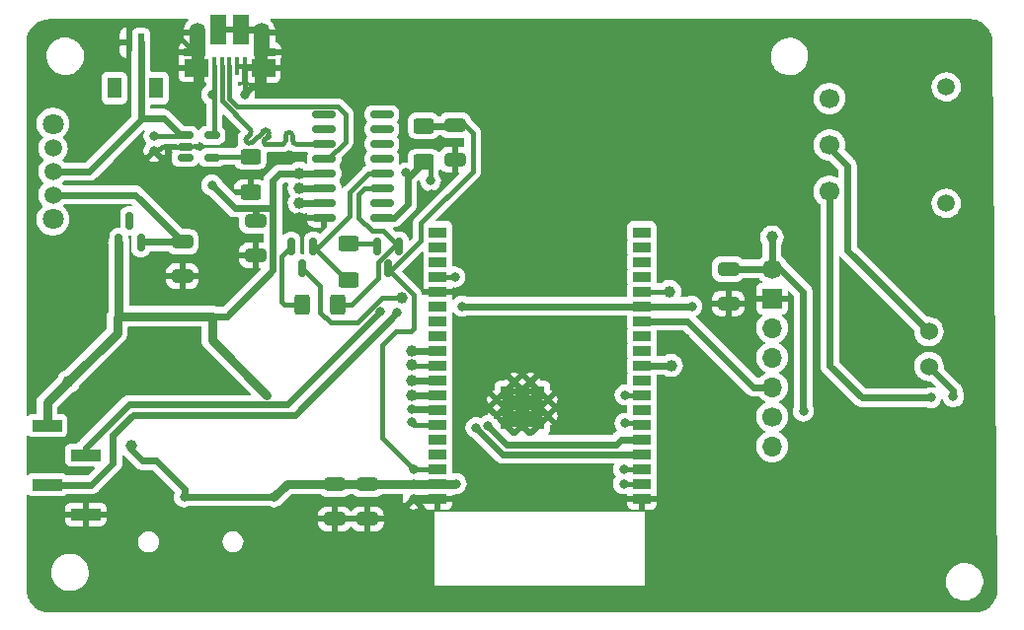
<source format=gbl>
%TF.GenerationSoftware,KiCad,Pcbnew,6.0.2+dfsg-1*%
%TF.CreationDate,2023-04-19T23:44:20+02:00*%
%TF.ProjectId,picopico,7069636f-7069-4636-9f2e-6b696361645f,rev?*%
%TF.SameCoordinates,Original*%
%TF.FileFunction,Copper,L2,Bot*%
%TF.FilePolarity,Positive*%
%FSLAX46Y46*%
G04 Gerber Fmt 4.6, Leading zero omitted, Abs format (unit mm)*
G04 Created by KiCad (PCBNEW 6.0.2+dfsg-1) date 2023-04-19 23:44:20*
%MOMM*%
%LPD*%
G01*
G04 APERTURE LIST*
G04 Aperture macros list*
%AMRoundRect*
0 Rectangle with rounded corners*
0 $1 Rounding radius*
0 $2 $3 $4 $5 $6 $7 $8 $9 X,Y pos of 4 corners*
0 Add a 4 corners polygon primitive as box body*
4,1,4,$2,$3,$4,$5,$6,$7,$8,$9,$2,$3,0*
0 Add four circle primitives for the rounded corners*
1,1,$1+$1,$2,$3*
1,1,$1+$1,$4,$5*
1,1,$1+$1,$6,$7*
1,1,$1+$1,$8,$9*
0 Add four rect primitives between the rounded corners*
20,1,$1+$1,$2,$3,$4,$5,0*
20,1,$1+$1,$4,$5,$6,$7,0*
20,1,$1+$1,$6,$7,$8,$9,0*
20,1,$1+$1,$8,$9,$2,$3,0*%
G04 Aperture macros list end*
%TA.AperFunction,SMDPad,CuDef*%
%ADD10C,0.800000*%
%TD*%
%TA.AperFunction,SMDPad,CuDef*%
%ADD11RoundRect,0.250000X-0.650000X0.325000X-0.650000X-0.325000X0.650000X-0.325000X0.650000X0.325000X0*%
%TD*%
%TA.AperFunction,WasherPad*%
%ADD12C,1.800000*%
%TD*%
%TA.AperFunction,ComponentPad*%
%ADD13C,1.500000*%
%TD*%
%TA.AperFunction,SMDPad,CuDef*%
%ADD14RoundRect,0.150000X0.150000X-0.587500X0.150000X0.587500X-0.150000X0.587500X-0.150000X-0.587500X0*%
%TD*%
%TA.AperFunction,SMDPad,CuDef*%
%ADD15R,1.500000X0.900000*%
%TD*%
%TA.AperFunction,ComponentPad*%
%ADD16C,0.600000*%
%TD*%
%TA.AperFunction,SMDPad,CuDef*%
%ADD17R,0.900000X0.900000*%
%TD*%
%TA.AperFunction,SMDPad,CuDef*%
%ADD18RoundRect,0.250000X-0.625000X0.400000X-0.625000X-0.400000X0.625000X-0.400000X0.625000X0.400000X0*%
%TD*%
%TA.AperFunction,SMDPad,CuDef*%
%ADD19RoundRect,0.150000X-0.150000X0.587500X-0.150000X-0.587500X0.150000X-0.587500X0.150000X0.587500X0*%
%TD*%
%TA.AperFunction,WasherPad*%
%ADD20C,1.500000*%
%TD*%
%TA.AperFunction,ComponentPad*%
%ADD21C,1.700000*%
%TD*%
%TA.AperFunction,SMDPad,CuDef*%
%ADD22R,1.200000X1.800000*%
%TD*%
%TA.AperFunction,SMDPad,CuDef*%
%ADD23R,0.600000X1.550000*%
%TD*%
%TA.AperFunction,SMDPad,CuDef*%
%ADD24RoundRect,0.250000X0.625000X-0.400000X0.625000X0.400000X-0.625000X0.400000X-0.625000X-0.400000X0*%
%TD*%
%TA.AperFunction,SMDPad,CuDef*%
%ADD25R,0.400000X1.650000*%
%TD*%
%TA.AperFunction,SMDPad,CuDef*%
%ADD26R,2.000000X1.500000*%
%TD*%
%TA.AperFunction,SMDPad,CuDef*%
%ADD27R,1.430000X2.500000*%
%TD*%
%TA.AperFunction,ComponentPad*%
%ADD28O,1.350000X1.700000*%
%TD*%
%TA.AperFunction,ComponentPad*%
%ADD29O,1.100000X1.500000*%
%TD*%
%TA.AperFunction,SMDPad,CuDef*%
%ADD30R,1.825000X0.700000*%
%TD*%
%TA.AperFunction,SMDPad,CuDef*%
%ADD31R,1.350000X2.000000*%
%TD*%
%TA.AperFunction,SMDPad,CuDef*%
%ADD32RoundRect,0.150000X-0.825000X-0.150000X0.825000X-0.150000X0.825000X0.150000X-0.825000X0.150000X0*%
%TD*%
%TA.AperFunction,SMDPad,CuDef*%
%ADD33RoundRect,0.250000X0.400000X0.625000X-0.400000X0.625000X-0.400000X-0.625000X0.400000X-0.625000X0*%
%TD*%
%TA.AperFunction,SMDPad,CuDef*%
%ADD34RoundRect,0.150000X-0.512500X-0.150000X0.512500X-0.150000X0.512500X0.150000X-0.512500X0.150000X0*%
%TD*%
%TA.AperFunction,SMDPad,CuDef*%
%ADD35C,1.700000*%
%TD*%
%TA.AperFunction,SMDPad,CuDef*%
%ADD36R,1.700000X1.700000*%
%TD*%
%TA.AperFunction,SMDPad,CuDef*%
%ADD37O,1.700000X1.700000*%
%TD*%
%TA.AperFunction,ConnectorPad*%
%ADD38C,1.524000*%
%TD*%
%TA.AperFunction,SMDPad,CuDef*%
%ADD39R,2.510000X1.000000*%
%TD*%
%TA.AperFunction,ViaPad*%
%ADD40C,0.800000*%
%TD*%
%TA.AperFunction,ViaPad*%
%ADD41C,1.000000*%
%TD*%
%TA.AperFunction,Conductor*%
%ADD42C,0.800000*%
%TD*%
%TA.AperFunction,Conductor*%
%ADD43C,0.600000*%
%TD*%
%TA.AperFunction,Conductor*%
%ADD44C,0.400000*%
%TD*%
G04 APERTURE END LIST*
D10*
%TO.P,TP6,1,1*%
%TO.N,/ENABLE*%
X106553000Y-53746400D03*
%TD*%
%TO.P,TP11,1,1*%
%TO.N,GND*%
X84328000Y-26416000D03*
%TD*%
%TO.P,TP8,1,1*%
%TO.N,GND*%
X106553000Y-56286400D03*
%TD*%
D11*
%TO.P,C5,1*%
%TO.N,+3.3V*%
X93002000Y-32435000D03*
%TO.P,C5,2*%
%TO.N,GND*%
X93002000Y-35385000D03*
%TD*%
D10*
%TO.P,TP7,1,1*%
%TO.N,+3.3V*%
X106552000Y-55010000D03*
%TD*%
D11*
%TO.P,C3,1*%
%TO.N,/ENABLE*%
X110109000Y-24205000D03*
%TO.P,C3,2*%
%TO.N,GND*%
X110109000Y-27155000D03*
%TD*%
D12*
%TO.P,SW1,*%
%TO.N,*%
X75651000Y-32285000D03*
X75651000Y-24085000D03*
D13*
%TO.P,SW1,1,A*%
%TO.N,/VIN*%
X75651000Y-30185000D03*
%TO.P,SW1,2,B*%
%TO.N,+BATT*%
X75651000Y-28185000D03*
%TO.P,SW1,3,C*%
%TO.N,unconnected-(SW1-Pad3)*%
X75651000Y-26185000D03*
%TD*%
D10*
%TO.P,TP9,1,1*%
%TO.N,/USB_VIN*%
X89281000Y-21590000D03*
%TD*%
D14*
%TO.P,U3,1,IN*%
%TO.N,/VIN*%
X83185000Y-34290000D03*
%TO.P,U3,2,OUT*%
%TO.N,+3.3V*%
X81285000Y-34290000D03*
%TO.P,U3,3*%
%TO.N,N/C*%
X82235000Y-32415000D03*
%TD*%
D15*
%TO.P,U1,1,GND*%
%TO.N,GND*%
X108648800Y-56255000D03*
%TO.P,U1,2,3V3*%
%TO.N,+3.3V*%
X108648800Y-54985000D03*
%TO.P,U1,3,EN/CHIP_PU*%
%TO.N,/ENABLE*%
X108648800Y-53715000D03*
%TO.P,U1,4,SENSOR_VP/GPIO36/ADC1_CH0*%
%TO.N,unconnected-(U1-Pad4)*%
X108648800Y-52445000D03*
%TO.P,U1,5,SENSOR_VN/GPIO39/ADC1_CH3*%
%TO.N,unconnected-(U1-Pad5)*%
X108648800Y-51175000D03*
%TO.P,U1,6,GPIO34/ADC1_CH6*%
%TO.N,/SW_START*%
X108648800Y-49905000D03*
%TO.P,U1,7,GPIO35/ADC1_CH7*%
%TO.N,/SW_SEL*%
X108648800Y-48635000D03*
%TO.P,U1,8,32K_XP/GPIO32/ADC1_CH4*%
%TO.N,/SW_T*%
X108648800Y-47365000D03*
%TO.P,U1,9,32K_XN/GPIO33/ADC1_CH5*%
%TO.N,/SW_R*%
X108648800Y-46095000D03*
%TO.P,U1,10,DAC_1/ADC2_CH8/GPIO25*%
%TO.N,/SW_BOT*%
X108648800Y-44825000D03*
%TO.P,U1,11,DAC_2/ADC2_CH9/GPIO26*%
%TO.N,/SW_L*%
X108648800Y-43555000D03*
%TO.P,U1,12,ADC2_CH7/GPIO27*%
%TO.N,unconnected-(U1-Pad12)*%
X108648800Y-42285000D03*
%TO.P,U1,13,MTMS/GPIO14/ADC2_CH6*%
%TO.N,unconnected-(U1-Pad13)*%
X108648800Y-41015000D03*
%TO.P,U1,14,MTDI/GPIO12/ADC2_CH5*%
%TO.N,unconnected-(U1-Pad14)*%
X108648800Y-39745000D03*
%TO.P,U1,15,GND*%
%TO.N,GND*%
X108648800Y-38475000D03*
%TO.P,U1,16,MTCK/GPIO13/ADC2_CH4*%
%TO.N,/RESET*%
X108648800Y-37205000D03*
%TO.P,U1,17,NC*%
%TO.N,unconnected-(U1-Pad17)*%
X108648800Y-35935000D03*
%TO.P,U1,18,NC*%
%TO.N,unconnected-(U1-Pad18)*%
X108648800Y-34665000D03*
%TO.P,U1,19,NC*%
%TO.N,unconnected-(U1-Pad19)*%
X108648800Y-33395000D03*
%TO.P,U1,20,NC*%
%TO.N,unconnected-(U1-Pad20)*%
X126148800Y-33395000D03*
%TO.P,U1,21,NC*%
%TO.N,unconnected-(U1-Pad21)*%
X126148800Y-34665000D03*
%TO.P,U1,22,NC*%
%TO.N,unconnected-(U1-Pad22)*%
X126148800Y-35935000D03*
%TO.P,U1,23,MTDO/GPIO15/ADC2_CH3*%
%TO.N,unconnected-(U1-Pad23)*%
X126148800Y-37205000D03*
%TO.P,U1,24,ADC2_CH2/GPIO2*%
%TO.N,/SW_B*%
X126148800Y-38475000D03*
%TO.P,U1,25,GPIO0/BOOT/ADC2_CH1*%
%TO.N,/FLASH_MODE*%
X126148800Y-39745000D03*
%TO.P,U1,26,ADC2_CH0/GPIO4*%
%TO.N,/AUDIO_OUT*%
X126148800Y-41015000D03*
%TO.P,U1,27,NC*%
%TO.N,unconnected-(U1-Pad27)*%
X126148800Y-42285000D03*
%TO.P,U1,28,NC*%
%TO.N,unconnected-(U1-Pad28)*%
X126148800Y-43555000D03*
%TO.P,U1,29,GPIO5*%
%TO.N,/SW_A*%
X126148800Y-44825000D03*
%TO.P,U1,30,GPIO18*%
%TO.N,unconnected-(U1-Pad30)*%
X126148800Y-46095000D03*
%TO.P,U1,31,GPIO19*%
%TO.N,/CS*%
X126148800Y-47365000D03*
%TO.P,U1,32,NC*%
%TO.N,unconnected-(U1-Pad32)*%
X126148800Y-48635000D03*
%TO.P,U1,33,GPIO21*%
%TO.N,/SCK*%
X126148800Y-49905000D03*
%TO.P,U1,34,U0RXD/GPIO3*%
%TO.N,/RX*%
X126148800Y-51175000D03*
%TO.P,U1,35,U0TXD/GPIO1*%
%TO.N,/TX*%
X126148800Y-52445000D03*
%TO.P,U1,36,GPIO22*%
%TO.N,/SDA*%
X126148800Y-53715000D03*
%TO.P,U1,37,GPIO23*%
%TO.N,/DC{slash}RS*%
X126148800Y-54985000D03*
%TO.P,U1,38,GND*%
%TO.N,GND*%
X126148800Y-56255000D03*
D16*
%TO.P,U1,39,GND_THERMAL*%
X116598800Y-49160000D03*
X116598800Y-47760000D03*
D17*
X117298800Y-48460000D03*
D16*
X116596199Y-50663555D03*
X118098800Y-49160000D03*
D17*
X114498800Y-47060000D03*
X114493800Y-49860000D03*
X115898800Y-47060000D03*
D16*
X115195245Y-46261572D03*
X115198800Y-49160000D03*
X113698286Y-49163040D03*
X113698286Y-47762087D03*
D17*
X117298800Y-47060000D03*
D16*
X118098800Y-47760000D03*
D17*
X115898800Y-48460000D03*
D16*
X115198800Y-50660000D03*
X116598800Y-46260000D03*
X115198800Y-47760000D03*
D17*
X114498800Y-48460000D03*
X115898800Y-49860000D03*
X117298800Y-49860000D03*
%TD*%
D18*
%TO.P,R10,1*%
%TO.N,Net-(R10-Pad1)*%
X92583000Y-26898000D03*
%TO.P,R10,2*%
%TO.N,GND*%
X92583000Y-29998000D03*
%TD*%
D11*
%TO.P,C1,1*%
%TO.N,/VIN*%
X86741000Y-34212000D03*
%TO.P,C1,2*%
%TO.N,GND*%
X86741000Y-37162000D03*
%TD*%
D19*
%TO.P,Q2,1,B*%
%TO.N,Net-(Q2-Pad1)*%
X96078000Y-34622500D03*
%TO.P,Q2,2,E*%
%TO.N,/DTS*%
X97978000Y-34622500D03*
%TO.P,Q2,3,C*%
%TO.N,/FLASH_MODE*%
X97028000Y-36497500D03*
%TD*%
D10*
%TO.P,TP5,1,1*%
%TO.N,/FLASH_MODE*%
X130429000Y-39751000D03*
%TD*%
D20*
%TO.P,U2,*%
%TO.N,*%
X152233000Y-30908000D03*
X152233000Y-20908000D03*
D21*
%TO.P,U2,1,1*%
%TO.N,Net-(LS1-Pad1)*%
X142233000Y-29908000D03*
%TO.P,U2,2,2*%
%TO.N,Net-(U2-Pad2)*%
X142233000Y-25908000D03*
%TO.P,U2,3,3*%
%TO.N,unconnected-(U2-Pad3)*%
X142233000Y-21908000D03*
%TD*%
D22*
%TO.P,BT1,*%
%TO.N,*%
X84502000Y-21010000D03*
X80902000Y-21010000D03*
D23*
%TO.P,BT1,1,+*%
%TO.N,+BATT*%
X83202000Y-17135000D03*
%TO.P,BT1,2,-*%
%TO.N,GND*%
X82202000Y-17135000D03*
%TD*%
D24*
%TO.P,R12,1*%
%TO.N,/DTS*%
X100965000Y-37491000D03*
%TO.P,R12,2*%
%TO.N,Net-(Q1-Pad1)*%
X100965000Y-34391000D03*
%TD*%
D25*
%TO.P,J3,1,VBUS*%
%TO.N,/USB_VIN*%
X89480000Y-19164000D03*
%TO.P,J3,2,D-*%
%TO.N,/UD-*%
X90130000Y-19164000D03*
%TO.P,J3,3,D+*%
%TO.N,/UD+*%
X90780000Y-19164000D03*
%TO.P,J3,4,ID*%
%TO.N,GND*%
X91430000Y-19164000D03*
%TO.P,J3,5,GND*%
X92080000Y-19164000D03*
D26*
%TO.P,J3,6,Shield*%
X87930000Y-19264000D03*
D27*
X91740000Y-16014000D03*
D28*
X88050000Y-16284000D03*
D29*
X88360000Y-19284000D03*
D30*
X93780000Y-17964000D03*
D27*
X89820000Y-16014000D03*
D26*
X93680000Y-19284000D03*
D29*
X93200000Y-19284000D03*
D31*
X93530000Y-17214000D03*
D30*
X87830000Y-17964000D03*
D31*
X88050000Y-17214000D03*
D28*
X93510000Y-16284000D03*
%TD*%
D10*
%TO.P,TP10,1,1*%
%TO.N,GND*%
X92075000Y-21590000D03*
%TD*%
D32*
%TO.P,U6,1,GND*%
%TO.N,GND*%
X98905250Y-32165250D03*
%TO.P,U6,2,TXD*%
%TO.N,/TX*%
X98905250Y-30895250D03*
%TO.P,U6,3,RXD*%
%TO.N,/RX*%
X98905250Y-29625250D03*
%TO.P,U6,4,V3*%
%TO.N,+3.3V*%
X98905250Y-28355250D03*
%TO.P,U6,5,UD+*%
%TO.N,/UD+*%
X98905250Y-27085250D03*
%TO.P,U6,6,UD-*%
%TO.N,/UD-*%
X98905250Y-25815250D03*
%TO.P,U6,7,NC*%
%TO.N,unconnected-(U6-Pad7)*%
X98905250Y-24545250D03*
%TO.P,U6,8,NC*%
%TO.N,unconnected-(U6-Pad8)*%
X98905250Y-23275250D03*
%TO.P,U6,9,~{CTS}*%
%TO.N,unconnected-(U6-Pad9)*%
X103855250Y-23275250D03*
%TO.P,U6,10,~{DSR}*%
%TO.N,unconnected-(U6-Pad10)*%
X103855250Y-24545250D03*
%TO.P,U6,11,~{RI}*%
%TO.N,unconnected-(U6-Pad11)*%
X103855250Y-25815250D03*
%TO.P,U6,12,~{DCD}*%
%TO.N,unconnected-(U6-Pad12)*%
X103855250Y-27085250D03*
%TO.P,U6,13,~{DTR}*%
%TO.N,/DTS*%
X103855250Y-28355250D03*
%TO.P,U6,14,~{RTS}*%
%TO.N,/RTS*%
X103855250Y-29625250D03*
%TO.P,U6,15,R232*%
%TO.N,unconnected-(U6-Pad15)*%
X103855250Y-30895250D03*
%TO.P,U6,16,VCC*%
%TO.N,+3.3V*%
X103855250Y-32165250D03*
%TD*%
D33*
%TO.P,R11,1*%
%TO.N,/RTS*%
X100102000Y-39624000D03*
%TO.P,R11,2*%
%TO.N,Net-(Q2-Pad1)*%
X97002000Y-39624000D03*
%TD*%
D34*
%TO.P,U5,1,CHRG*%
%TO.N,unconnected-(U5-Pad1)*%
X87000500Y-26985000D03*
%TO.P,U5,2,GND*%
%TO.N,GND*%
X87000500Y-26035000D03*
%TO.P,U5,3,BAT*%
%TO.N,+BATT*%
X87000500Y-25085000D03*
%TO.P,U5,4,VCC*%
%TO.N,/USB_VIN*%
X89275500Y-25085000D03*
%TO.P,U5,5,PROG*%
%TO.N,Net-(R10-Pad1)*%
X89275500Y-26985000D03*
%TD*%
D10*
%TO.P,TP12,1,1*%
%TO.N,+BATT*%
X84328000Y-25146000D03*
%TD*%
D24*
%TO.P,R9,1*%
%TO.N,+3.3V*%
X107442000Y-27357000D03*
%TO.P,R9,2*%
%TO.N,/ENABLE*%
X107442000Y-24257000D03*
%TD*%
D35*
%TO.P,U4,1,Vin*%
%TO.N,+3.3V*%
X137309000Y-36544000D03*
D36*
%TO.P,U4,2,GND*%
%TO.N,GND*%
X137309000Y-39084000D03*
D37*
%TO.P,U4,3,SHUTDOWN*%
%TO.N,unconnected-(U4-Pad3)*%
X137309000Y-41624000D03*
%TO.P,U4,4,GAIN*%
%TO.N,unconnected-(U4-Pad4)*%
X137309000Y-44164000D03*
%TO.P,U4,5,DIN*%
%TO.N,/AUDIO_OUT*%
X137309000Y-46704000D03*
D35*
%TO.P,U4,6,BCLK*%
%TO.N,unconnected-(U4-Pad6)*%
X137309000Y-49244000D03*
D37*
%TO.P,U4,7,LRC*%
%TO.N,unconnected-(U4-Pad7)*%
X137309000Y-51784000D03*
D38*
%TO.P,U4,8,Out_-*%
%TO.N,Net-(LS1-Pad2)*%
X150764000Y-44934000D03*
%TO.P,U4,9,Out_+*%
%TO.N,Net-(U2-Pad2)*%
X150764000Y-41934000D03*
%TD*%
D19*
%TO.P,Q1,1,B*%
%TO.N,Net-(Q1-Pad1)*%
X103444000Y-34622500D03*
%TO.P,Q1,2,E*%
%TO.N,/RTS*%
X105344000Y-34622500D03*
%TO.P,Q1,3,C*%
%TO.N,/ENABLE*%
X104394000Y-36497500D03*
%TD*%
D11*
%TO.P,C2,1*%
%TO.N,+3.3V*%
X102602000Y-55065400D03*
%TO.P,C2,2*%
%TO.N,GND*%
X102602000Y-58015400D03*
%TD*%
%TO.P,C6,1*%
%TO.N,+3.3V*%
X133552000Y-36560000D03*
%TO.P,C6,2*%
%TO.N,GND*%
X133552000Y-39510000D03*
%TD*%
D39*
%TO.P,J1,1,Pin_1*%
%TO.N,+3.3V*%
X75147000Y-50000000D03*
%TO.P,J1,2,Pin_2*%
%TO.N,/TX*%
X78457000Y-52540000D03*
%TO.P,J1,3,Pin_3*%
%TO.N,/RX*%
X75147000Y-55080000D03*
%TO.P,J1,4,Pin_4*%
%TO.N,GND*%
X78457000Y-57620000D03*
%TD*%
D11*
%TO.P,C4,1*%
%TO.N,+3.3V*%
X99802000Y-55065400D03*
%TO.P,C4,2*%
%TO.N,GND*%
X99802000Y-58015400D03*
%TD*%
D40*
%TO.N,+3.3V*%
X89281000Y-29337000D03*
D41*
X137302000Y-33810000D03*
D40*
X93980000Y-47371000D03*
X110236000Y-54991000D03*
X108027000Y-28985000D03*
D41*
X96774000Y-28321000D03*
X82352000Y-51760000D03*
D40*
X86902000Y-56110000D03*
X94602000Y-56110000D03*
X140002000Y-48766011D03*
X105902000Y-28310000D03*
D41*
X76962000Y-46228000D03*
%TO.N,GND*%
X95631000Y-17145000D03*
D40*
X113102000Y-32720000D03*
X106807000Y-36449000D03*
D41*
X96774000Y-32131000D03*
D40*
X120652000Y-24710000D03*
X88646000Y-36195000D03*
D41*
X96266000Y-20193000D03*
D40*
X134252000Y-41910000D03*
X108102000Y-30135000D03*
X111887000Y-33528000D03*
D41*
X84201000Y-43942000D03*
D40*
X129902000Y-42510000D03*
D41*
%TO.N,/SW_A*%
X128651000Y-44831000D03*
D40*
%TO.N,/SW_START*%
X106402000Y-49710000D03*
%TO.N,/SCK*%
X124702000Y-49810000D03*
%TO.N,/SDA*%
X124587000Y-53721000D03*
%TO.N,/RESET*%
X110102000Y-37235000D03*
%TO.N,/DC{slash}RS*%
X124587000Y-54991000D03*
%TO.N,/CS*%
X124714000Y-47371000D03*
D41*
%TO.N,/SW_R*%
X106402000Y-46110000D03*
%TO.N,/SW_L*%
X106402000Y-43610000D03*
%TO.N,/SW_T*%
X106402000Y-47410000D03*
%TO.N,/SW_B*%
X128524000Y-38481000D03*
D40*
%TO.N,/SW_SEL*%
X106402000Y-48610000D03*
D41*
%TO.N,/SW_BOT*%
X106402000Y-44810000D03*
D40*
%TO.N,/RX*%
X112952000Y-50010000D03*
D41*
X96774000Y-29591000D03*
D40*
X105177000Y-40335000D03*
D41*
%TO.N,/TX*%
X96774000Y-30861000D03*
D40*
X111927000Y-50185000D03*
X103729932Y-40182068D03*
%TO.N,/FLASH_MODE*%
X110736000Y-39751000D03*
D41*
X105537000Y-38989000D03*
D40*
%TO.N,Net-(LS1-Pad1)*%
X150952000Y-47610000D03*
%TO.N,Net-(LS1-Pad2)*%
X152852000Y-47510000D03*
%TD*%
D42*
%TO.N,+3.3V*%
X76962000Y-46228000D02*
X76934000Y-46228000D01*
D43*
X140002000Y-48766011D02*
X139954000Y-48718011D01*
X106045000Y-30988000D02*
X106045000Y-28754000D01*
X94402000Y-31510000D02*
X94202000Y-31310000D01*
X94502000Y-36689000D02*
X94502000Y-31256000D01*
D44*
X106584400Y-54985000D02*
X106559400Y-55010000D01*
D43*
X94488000Y-28956000D02*
X95088750Y-28355250D01*
X106045000Y-28453000D02*
X106045000Y-28754000D01*
X137309000Y-33817000D02*
X137309000Y-36544000D01*
D42*
X89281000Y-40591000D02*
X81304000Y-40591000D01*
D43*
X137302000Y-33810000D02*
X137309000Y-33817000D01*
D42*
X89281000Y-42672000D02*
X89281000Y-40591000D01*
X95721000Y-54991000D02*
X94602000Y-56110000D01*
D43*
X82352000Y-51760000D02*
X82352000Y-52060000D01*
D42*
X76962000Y-46228000D02*
X81153000Y-42037000D01*
D43*
X93002000Y-32435000D02*
X93002000Y-31510000D01*
X105902000Y-28310000D02*
X106045000Y-28453000D01*
X94502000Y-31256000D02*
X94488000Y-31242000D01*
X104867750Y-32165250D02*
X106045000Y-30988000D01*
D42*
X106533000Y-54991000D02*
X95721000Y-54991000D01*
D44*
X108027000Y-27942000D02*
X107442000Y-27357000D01*
D43*
X94602000Y-56110000D02*
X86902000Y-56110000D01*
X83302000Y-53010000D02*
X84502000Y-53010000D01*
X90600000Y-40591000D02*
X94502000Y-36689000D01*
D44*
X106559400Y-55010000D02*
X106552000Y-55010000D01*
D42*
X81304000Y-40591000D02*
X81153000Y-40742000D01*
D43*
X94488000Y-31242000D02*
X94488000Y-28956000D01*
X82352000Y-52060000D02*
X83302000Y-53010000D01*
D42*
X93980000Y-47371000D02*
X89281000Y-42672000D01*
X81153000Y-42037000D02*
X81153000Y-40742000D01*
D43*
X93002000Y-31510000D02*
X93202000Y-31310000D01*
X93202000Y-31310000D02*
X91254000Y-31310000D01*
D44*
X110236000Y-54991000D02*
X110012480Y-55214520D01*
D43*
X95088750Y-28355250D02*
X98905250Y-28355250D01*
X139954000Y-48718011D02*
X139954000Y-38481000D01*
X84502000Y-53010000D02*
X86902000Y-55410000D01*
X103855250Y-32165250D02*
X104867750Y-32165250D01*
X106045000Y-28754000D02*
X107442000Y-27357000D01*
D42*
X108648800Y-54985000D02*
X106584400Y-54985000D01*
D43*
X91254000Y-31310000D02*
X89281000Y-29337000D01*
D42*
X81304000Y-40591000D02*
X81304000Y-34309000D01*
X75147000Y-48015000D02*
X75147000Y-50000000D01*
D43*
X137293000Y-36560000D02*
X137309000Y-36544000D01*
X86902000Y-55410000D02*
X86902000Y-56110000D01*
D42*
X76934000Y-46228000D02*
X75147000Y-48015000D01*
X81304000Y-34309000D02*
X81285000Y-34290000D01*
D43*
X138017000Y-36544000D02*
X137309000Y-36544000D01*
X133552000Y-36560000D02*
X137293000Y-36560000D01*
D42*
X106552000Y-55010000D02*
X106533000Y-54991000D01*
X110012480Y-55010000D02*
X108648800Y-55010000D01*
D43*
X89281000Y-40591000D02*
X90600000Y-40591000D01*
X139954000Y-38481000D02*
X138017000Y-36544000D01*
D44*
X108027000Y-28985000D02*
X108027000Y-27942000D01*
D43*
X94202000Y-31310000D02*
X93202000Y-31310000D01*
D44*
%TO.N,GND*%
X106652000Y-56260000D02*
X106579400Y-56260000D01*
D43*
X91740000Y-16014000D02*
X93240000Y-16014000D01*
D44*
X106579400Y-56260000D02*
X106553000Y-56286400D01*
X87756000Y-17964000D02*
X87830000Y-17964000D01*
X82602000Y-15610000D02*
X85402000Y-15610000D01*
D43*
X93240000Y-16014000D02*
X93510000Y-16284000D01*
D44*
X85402000Y-15610000D02*
X87756000Y-17964000D01*
X84963000Y-26035000D02*
X87000500Y-26035000D01*
X84582000Y-26416000D02*
X84963000Y-26035000D01*
X92080000Y-19164000D02*
X92080000Y-21585000D01*
X82202000Y-17135000D02*
X82202000Y-16010000D01*
X84328000Y-26416000D02*
X84582000Y-26416000D01*
D42*
X108648800Y-56255000D02*
X106657000Y-56255000D01*
D44*
X82202000Y-16010000D02*
X82602000Y-15610000D01*
D42*
X106657000Y-56255000D02*
X106652000Y-56260000D01*
D44*
X92080000Y-21585000D02*
X92075000Y-21590000D01*
D43*
%TO.N,/SW_A*%
X126154800Y-44831000D02*
X126148800Y-44825000D01*
X128651000Y-44831000D02*
X126154800Y-44831000D01*
D44*
%TO.N,/SW_START*%
X108648800Y-49905000D02*
X106597000Y-49905000D01*
X106597000Y-49905000D02*
X106402000Y-49710000D01*
%TO.N,/SCK*%
X126053800Y-49810000D02*
X126148800Y-49905000D01*
X124702000Y-49810000D02*
X126053800Y-49810000D01*
%TO.N,/SDA*%
X124587000Y-53721000D02*
X126142800Y-53721000D01*
X126142800Y-53721000D02*
X126148800Y-53715000D01*
%TO.N,/RESET*%
X110102000Y-37235000D02*
X110072000Y-37205000D01*
X110072000Y-37205000D02*
X108648800Y-37205000D01*
%TO.N,/DC{slash}RS*%
X124587000Y-54991000D02*
X126142800Y-54991000D01*
X126142800Y-54991000D02*
X126148800Y-54985000D01*
%TO.N,/CS*%
X126142800Y-47371000D02*
X126148800Y-47365000D01*
X124714000Y-47371000D02*
X126142800Y-47371000D01*
D43*
%TO.N,/SW_R*%
X106402000Y-46110000D02*
X108633800Y-46110000D01*
X108633800Y-46110000D02*
X108648800Y-46095000D01*
%TO.N,/SW_L*%
X108593800Y-43610000D02*
X108648800Y-43555000D01*
X106402000Y-43610000D02*
X108593800Y-43610000D01*
%TO.N,/SW_T*%
X106402000Y-47410000D02*
X108603800Y-47410000D01*
X108603800Y-47410000D02*
X108648800Y-47365000D01*
D44*
%TO.N,/SW_B*%
X128518000Y-38475000D02*
X126148800Y-38475000D01*
X128524000Y-38481000D02*
X128518000Y-38475000D01*
D43*
%TO.N,/SW_SEL*%
X106402000Y-48610000D02*
X108623800Y-48610000D01*
D44*
%TO.N,/SW_BOT*%
X106402000Y-44810000D02*
X106417000Y-44825000D01*
X106417000Y-44825000D02*
X108648800Y-44825000D01*
D43*
%TO.N,+BATT*%
X75651000Y-28185000D02*
X78749000Y-28185000D01*
X85144500Y-23610000D02*
X83202000Y-23610000D01*
X87000500Y-25085000D02*
X86619500Y-25085000D01*
D44*
X86934500Y-25019000D02*
X87000500Y-25085000D01*
D43*
X83202000Y-23732000D02*
X83202000Y-17135000D01*
X86619500Y-25085000D02*
X85144500Y-23610000D01*
X78749000Y-28185000D02*
X83202000Y-23732000D01*
D44*
X84328000Y-25146000D02*
X86934500Y-25146000D01*
D43*
%TO.N,/VIN*%
X83263000Y-34212000D02*
X86741000Y-34212000D01*
X75651000Y-30185000D02*
X82714000Y-30185000D01*
X83185000Y-34290000D02*
X83263000Y-34212000D01*
X82714000Y-30185000D02*
X86741000Y-34212000D01*
%TO.N,/RX*%
X124337000Y-51175000D02*
X126148800Y-51175000D01*
X96808250Y-29625250D02*
X98905250Y-29625250D01*
X80802000Y-53210000D02*
X78932000Y-55080000D01*
X78932000Y-55080000D02*
X75147000Y-55080000D01*
X80802000Y-50810000D02*
X80802000Y-53210000D01*
X82552000Y-49060000D02*
X80802000Y-50810000D01*
X112952000Y-50010000D02*
X114552000Y-51610000D01*
X96774000Y-29591000D02*
X96808250Y-29625250D01*
X123902000Y-51610000D02*
X124337000Y-51175000D01*
X114552000Y-51610000D02*
X123902000Y-51610000D01*
X96452000Y-49060000D02*
X82552000Y-49060000D01*
X105177000Y-40335000D02*
X96452000Y-49060000D01*
%TO.N,/TX*%
X96774000Y-30861000D02*
X96808250Y-30895250D01*
X103729932Y-40182068D02*
X95741480Y-48170520D01*
X82191480Y-48170520D02*
X78457000Y-51905000D01*
X111927000Y-50185000D02*
X114187000Y-52445000D01*
X114187000Y-52445000D02*
X126148800Y-52445000D01*
X95741480Y-48170520D02*
X82191480Y-48170520D01*
X78457000Y-51905000D02*
X78457000Y-52540000D01*
X96808250Y-30895250D02*
X98905250Y-30895250D01*
%TO.N,/FLASH_MODE*%
X110736000Y-39751000D02*
X130429000Y-39751000D01*
D44*
X103886000Y-38989000D02*
X101727000Y-41148000D01*
X98552000Y-40259000D02*
X98552000Y-38021500D01*
X99441000Y-41148000D02*
X98552000Y-40259000D01*
X105537000Y-38989000D02*
X103886000Y-38989000D01*
X98552000Y-38021500D02*
X97028000Y-36497500D01*
X101727000Y-41148000D02*
X99441000Y-41148000D01*
%TO.N,/ENABLE*%
X103886000Y-43053000D02*
X105029000Y-41910000D01*
X103886000Y-51079400D02*
X103886000Y-43053000D01*
X106584400Y-53715000D02*
X106553000Y-53746400D01*
X108648800Y-53715000D02*
X106584400Y-53715000D01*
X106553000Y-38735000D02*
X104394000Y-36576000D01*
X107188000Y-32624000D02*
X107188000Y-34151717D01*
X105029000Y-41910000D02*
X106299000Y-41910000D01*
X104394000Y-36576000D02*
X104394000Y-36497500D01*
X106553000Y-41656000D02*
X106553000Y-38735000D01*
X110109000Y-24205000D02*
X110946000Y-24205000D01*
X111633000Y-28179000D02*
X107188000Y-32624000D01*
X111633000Y-24892000D02*
X111633000Y-28179000D01*
X106553000Y-53746400D02*
X103886000Y-51079400D01*
X104842217Y-36497500D02*
X104394000Y-36497500D01*
X110946000Y-24205000D02*
X111633000Y-24892000D01*
X106299000Y-41910000D02*
X106553000Y-41656000D01*
X107188000Y-34151717D02*
X104842217Y-36497500D01*
D43*
X107442000Y-24257000D02*
X110057000Y-24257000D01*
D44*
%TO.N,Net-(R10-Pad1)*%
X89275500Y-26985000D02*
X89362500Y-26898000D01*
X89362500Y-26898000D02*
X92583000Y-26898000D01*
%TO.N,/USB_VIN*%
X89480000Y-24880500D02*
X89275500Y-25085000D01*
X89480000Y-19164000D02*
X89480000Y-24880500D01*
D43*
%TO.N,Net-(LS1-Pad1)*%
X142233000Y-44841000D02*
X142233000Y-29908000D01*
X150952000Y-47610000D02*
X145002000Y-47610000D01*
X145002000Y-47610000D02*
X142233000Y-44841000D01*
%TO.N,/AUDIO_OUT*%
X137309000Y-46704000D02*
X135731000Y-46704000D01*
X130042000Y-41015000D02*
X126148800Y-41015000D01*
X135731000Y-46704000D02*
X130042000Y-41015000D01*
%TO.N,Net-(U2-Pad2)*%
X142233000Y-25908000D02*
X142233000Y-26155000D01*
X142233000Y-26155000D02*
X143764000Y-27686000D01*
X143764000Y-34934000D02*
X150764000Y-41934000D01*
X143764000Y-27686000D02*
X143764000Y-34934000D01*
%TO.N,Net-(LS1-Pad2)*%
X152827000Y-46997000D02*
X150764000Y-44934000D01*
X152827000Y-47485000D02*
X152827000Y-46997000D01*
X152852000Y-47510000D02*
X152827000Y-47485000D01*
D44*
%TO.N,/UD-*%
X95235750Y-25815250D02*
X93815822Y-25815250D01*
X90130000Y-22129428D02*
X90130000Y-19164000D01*
X93674399Y-24683878D02*
X92684448Y-25673825D01*
X93674399Y-24683877D02*
X93674399Y-24683878D01*
X92260183Y-25249560D02*
X92260185Y-25249561D01*
X98905250Y-25815250D02*
X96485750Y-25815250D01*
X93815822Y-25390985D02*
X94098664Y-25108142D01*
X96185750Y-25515250D02*
X96185750Y-25115250D01*
X90130000Y-22129428D02*
X92543026Y-24542453D01*
X93815821Y-25390985D02*
X93815822Y-25390985D01*
X95285750Y-25815250D02*
X95235750Y-25815250D01*
X92260185Y-25249561D02*
X92543026Y-24966717D01*
X95585750Y-25115250D02*
X95585750Y-25515250D01*
X95585750Y-25115250D02*
G75*
G02*
X95885750Y-24815250I300000J0D01*
G01*
X92260183Y-25249560D02*
G75*
G03*
X92260184Y-25673825I212135J-212132D01*
G01*
X96185750Y-25515250D02*
G75*
G03*
X96485750Y-25815250I300000J0D01*
G01*
X93815822Y-25390986D02*
G75*
G03*
X93815823Y-25815249I212131J-212131D01*
G01*
X94098663Y-24683879D02*
G75*
G02*
X94098663Y-25108141I-212131J-212131D01*
G01*
X93674400Y-24683878D02*
G75*
G02*
X94098663Y-24683879I212131J-212131D01*
G01*
X92260185Y-25673824D02*
G75*
G03*
X92684447Y-25673824I212131J212131D01*
G01*
X95285750Y-25815250D02*
G75*
G03*
X95585750Y-25515250I0J300000D01*
G01*
X95885750Y-24815250D02*
G75*
G02*
X96185750Y-25115250I0J-300000D01*
G01*
X92543025Y-24542454D02*
G75*
G02*
X92543025Y-24966716I-212131J-212131D01*
G01*
%TO.N,/UD+*%
X100076000Y-22606000D02*
X100711000Y-23241000D01*
X91440000Y-22606000D02*
X100076000Y-22606000D01*
X100711000Y-25620217D02*
X99245967Y-27085250D01*
X90780000Y-21946000D02*
X91440000Y-22606000D01*
X90780000Y-19164000D02*
X90780000Y-21946000D01*
X99245967Y-27085250D02*
X98905250Y-27085250D01*
X100711000Y-23241000D02*
X100711000Y-25620217D01*
%TO.N,Net-(Q1-Pad1)*%
X103444000Y-34622500D02*
X103325500Y-34622500D01*
X100965000Y-34391000D02*
X103212500Y-34391000D01*
X103212500Y-34391000D02*
X103444000Y-34622500D01*
%TO.N,Net-(Q2-Pad1)*%
X95250000Y-35450500D02*
X96078000Y-34622500D01*
X95250000Y-39370000D02*
X95250000Y-35450500D01*
X95504000Y-39624000D02*
X95250000Y-39370000D01*
X97002000Y-39624000D02*
X95504000Y-39624000D01*
%TO.N,/RTS*%
X101854000Y-30099000D02*
X101854000Y-32131000D01*
X103505000Y-36013283D02*
X103505000Y-37338000D01*
X103505000Y-37338000D02*
X101219000Y-39624000D01*
X102327750Y-29625250D02*
X101854000Y-30099000D01*
X102997000Y-33274000D02*
X103995500Y-33274000D01*
X105344000Y-34622500D02*
X104895783Y-34622500D01*
X103995500Y-33274000D02*
X105344000Y-34622500D01*
X101854000Y-32131000D02*
X102997000Y-33274000D01*
X103855250Y-29625250D02*
X102327750Y-29625250D01*
X101219000Y-39624000D02*
X100102000Y-39624000D01*
X104895783Y-34622500D02*
X103505000Y-36013283D01*
%TO.N,/DTS*%
X102708750Y-28355250D02*
X103855250Y-28355250D01*
X97978000Y-34622500D02*
X97978000Y-34631000D01*
X101092000Y-32004000D02*
X101092000Y-29972000D01*
X97978000Y-34622500D02*
X98473500Y-34622500D01*
X101092000Y-29972000D02*
X102708750Y-28355250D01*
X98473500Y-34622500D02*
X101092000Y-32004000D01*
X97978000Y-34631000D02*
X100584000Y-37237000D01*
%TD*%
%TA.AperFunction,Conductor*%
%TO.N,GND*%
G36*
X154240383Y-15088989D02*
G01*
X154277662Y-15095569D01*
X154284037Y-15094446D01*
X154284039Y-15094446D01*
X154298629Y-15091876D01*
X154317287Y-15090983D01*
X154570598Y-15110971D01*
X154582073Y-15112792D01*
X154862111Y-15180110D01*
X154873145Y-15183699D01*
X155139205Y-15294022D01*
X155149547Y-15299298D01*
X155395055Y-15449904D01*
X155404441Y-15456730D01*
X155539366Y-15572096D01*
X155623349Y-15643905D01*
X155631559Y-15652125D01*
X155818470Y-15871254D01*
X155825293Y-15880658D01*
X155969128Y-16115760D01*
X155975603Y-16126344D01*
X155980869Y-16136701D01*
X156090867Y-16402877D01*
X156094448Y-16413929D01*
X156161429Y-16694044D01*
X156163236Y-16705521D01*
X156178957Y-16907836D01*
X156182921Y-16958852D01*
X156182005Y-16977511D01*
X156179417Y-16992096D01*
X156179417Y-16992103D01*
X156178287Y-16998473D01*
X156179405Y-17004850D01*
X156185338Y-17038706D01*
X156186446Y-17050812D01*
X156609765Y-64103625D01*
X156609793Y-64106792D01*
X156608629Y-64120546D01*
X156603691Y-64148026D01*
X156603691Y-64148031D01*
X156602546Y-64154403D01*
X156606187Y-64175456D01*
X156607024Y-64194077D01*
X156586361Y-64447464D01*
X156584527Y-64458867D01*
X156516687Y-64738990D01*
X156513101Y-64749968D01*
X156402502Y-65016122D01*
X156397251Y-65026409D01*
X156246590Y-65272107D01*
X156239803Y-65281452D01*
X156052738Y-65500726D01*
X156044579Y-65508900D01*
X155825685Y-65696386D01*
X155816354Y-65703192D01*
X155570949Y-65854339D01*
X155560673Y-65859610D01*
X155294737Y-65970733D01*
X155283765Y-65974341D01*
X155003774Y-66042732D01*
X154992375Y-66044588D01*
X154860503Y-66055604D01*
X154739030Y-66065751D01*
X154720401Y-66064949D01*
X154705731Y-66062441D01*
X154705730Y-66062441D01*
X154699348Y-66061350D01*
X154692981Y-66062507D01*
X154692980Y-66062507D01*
X154663501Y-66067864D01*
X154650271Y-66069056D01*
X75359809Y-66069056D01*
X75345194Y-66067598D01*
X75314895Y-66061493D01*
X75293649Y-66064709D01*
X75275072Y-66065161D01*
X75019194Y-66039066D01*
X75007952Y-66037033D01*
X74726156Y-65963190D01*
X74715353Y-65959447D01*
X74448292Y-65843079D01*
X74438195Y-65837716D01*
X74221478Y-65700156D01*
X74192241Y-65681598D01*
X74183094Y-65674745D01*
X74066093Y-65572079D01*
X73964135Y-65482614D01*
X73956151Y-65474434D01*
X73794946Y-65281452D01*
X73769393Y-65250863D01*
X73762764Y-65241550D01*
X73612674Y-64991881D01*
X73607558Y-64981657D01*
X73511056Y-64744619D01*
X73497713Y-64711843D01*
X73494234Y-64700956D01*
X73476958Y-64627819D01*
X73427264Y-64417450D01*
X73425503Y-64406156D01*
X73424127Y-64388389D01*
X73414373Y-64262510D01*
X73405635Y-64149727D01*
X73406538Y-64131161D01*
X73409145Y-64116376D01*
X73409145Y-64116374D01*
X73410269Y-64110000D01*
X73403677Y-64072614D01*
X73402553Y-64059768D01*
X73402479Y-62688587D01*
X75495167Y-62688587D01*
X75495728Y-62692296D01*
X75495728Y-62692297D01*
X75518954Y-62845870D01*
X75543788Y-63010081D01*
X75656061Y-63315231D01*
X75658032Y-63318410D01*
X75658035Y-63318416D01*
X75747378Y-63462510D01*
X75827401Y-63591573D01*
X76050807Y-63827819D01*
X76317154Y-64014317D01*
X76447251Y-64070615D01*
X76612126Y-64141963D01*
X76612130Y-64141964D01*
X76615561Y-64143449D01*
X76619223Y-64144214D01*
X76619226Y-64144215D01*
X76916530Y-64206325D01*
X76933839Y-64209941D01*
X76936667Y-64210089D01*
X76936673Y-64210090D01*
X76943544Y-64210450D01*
X76943558Y-64210450D01*
X76944505Y-64210500D01*
X77183260Y-64210500D01*
X77185117Y-64210311D01*
X77185124Y-64210311D01*
X77421754Y-64186275D01*
X77425485Y-64185896D01*
X77515430Y-64157709D01*
X77732180Y-64089784D01*
X77732183Y-64089783D01*
X77735756Y-64088663D01*
X78020138Y-63931027D01*
X78226678Y-63754000D01*
X108331000Y-63754000D01*
X126365000Y-63754000D01*
X126365000Y-63488587D01*
X152195167Y-63488587D01*
X152195728Y-63492296D01*
X152195728Y-63492297D01*
X152235307Y-63754000D01*
X152243788Y-63810081D01*
X152356061Y-64115231D01*
X152358032Y-64118410D01*
X152358035Y-64118416D01*
X152447378Y-64262510D01*
X152527401Y-64391573D01*
X152750807Y-64627819D01*
X152753872Y-64629965D01*
X152753873Y-64629966D01*
X152894720Y-64728588D01*
X153017154Y-64814317D01*
X153136617Y-64866013D01*
X153312126Y-64941963D01*
X153312130Y-64941964D01*
X153315561Y-64943449D01*
X153319223Y-64944214D01*
X153319226Y-64944215D01*
X153523864Y-64986966D01*
X153633839Y-65009941D01*
X153636667Y-65010089D01*
X153636673Y-65010090D01*
X153643544Y-65010450D01*
X153643558Y-65010450D01*
X153644505Y-65010500D01*
X153883260Y-65010500D01*
X153885117Y-65010311D01*
X153885124Y-65010311D01*
X154121754Y-64986275D01*
X154125485Y-64985896D01*
X154157748Y-64975785D01*
X154432180Y-64889784D01*
X154432183Y-64889783D01*
X154435756Y-64888663D01*
X154720138Y-64731027D01*
X154755223Y-64700956D01*
X154964168Y-64521867D01*
X154967014Y-64519428D01*
X154988936Y-64491167D01*
X155164001Y-64265476D01*
X155164004Y-64265472D01*
X155166301Y-64262510D01*
X155309856Y-63970767D01*
X155391816Y-63656117D01*
X155395199Y-63591573D01*
X155408637Y-63335158D01*
X155408637Y-63335155D01*
X155408833Y-63331413D01*
X155405854Y-63311716D01*
X155360773Y-63013626D01*
X155360772Y-63013622D01*
X155360212Y-63009919D01*
X155247939Y-62704769D01*
X155245968Y-62701590D01*
X155245965Y-62701584D01*
X155078573Y-62431611D01*
X155076599Y-62428427D01*
X154853193Y-62192181D01*
X154586846Y-62005683D01*
X154361770Y-61908284D01*
X154291874Y-61878037D01*
X154291870Y-61878036D01*
X154288439Y-61876551D01*
X154284777Y-61875786D01*
X154284774Y-61875785D01*
X153972942Y-61810640D01*
X153970161Y-61810059D01*
X153967333Y-61809911D01*
X153967327Y-61809910D01*
X153960456Y-61809550D01*
X153960442Y-61809550D01*
X153959495Y-61809500D01*
X153720740Y-61809500D01*
X153718883Y-61809689D01*
X153718876Y-61809689D01*
X153482246Y-61833725D01*
X153478515Y-61834104D01*
X153474938Y-61835225D01*
X153171820Y-61930216D01*
X153171817Y-61930217D01*
X153168244Y-61931337D01*
X152883862Y-62088973D01*
X152636986Y-62300572D01*
X152634690Y-62303532D01*
X152634688Y-62303534D01*
X152439999Y-62554524D01*
X152439996Y-62554528D01*
X152437699Y-62557490D01*
X152294144Y-62849233D01*
X152212184Y-63163883D01*
X152211988Y-63167622D01*
X152196534Y-63462510D01*
X152195167Y-63488587D01*
X126365000Y-63488587D01*
X126365000Y-57404000D01*
X108331000Y-57404000D01*
X108331000Y-63754000D01*
X78226678Y-63754000D01*
X78267014Y-63719428D01*
X78269312Y-63716466D01*
X78464001Y-63465476D01*
X78464004Y-63465472D01*
X78466301Y-63462510D01*
X78609856Y-63170767D01*
X78691816Y-62856117D01*
X78699915Y-62701584D01*
X78708637Y-62535158D01*
X78708637Y-62535155D01*
X78708833Y-62531413D01*
X78708272Y-62527703D01*
X78660773Y-62213626D01*
X78660772Y-62213622D01*
X78660212Y-62209919D01*
X78547939Y-61904769D01*
X78545968Y-61901590D01*
X78545965Y-61901584D01*
X78378573Y-61631611D01*
X78376599Y-61628427D01*
X78153193Y-61392181D01*
X77886846Y-61205683D01*
X77712452Y-61130216D01*
X77591874Y-61078037D01*
X77591870Y-61078036D01*
X77588439Y-61076551D01*
X77584777Y-61075786D01*
X77584774Y-61075785D01*
X77272942Y-61010640D01*
X77270161Y-61010059D01*
X77267333Y-61009911D01*
X77267327Y-61009910D01*
X77260456Y-61009550D01*
X77260442Y-61009550D01*
X77259495Y-61009500D01*
X77020740Y-61009500D01*
X77018883Y-61009689D01*
X77018876Y-61009689D01*
X76782246Y-61033725D01*
X76778515Y-61034104D01*
X76774938Y-61035225D01*
X76471820Y-61130216D01*
X76471817Y-61130217D01*
X76468244Y-61131337D01*
X76183862Y-61288973D01*
X75936986Y-61500572D01*
X75934690Y-61503532D01*
X75934688Y-61503534D01*
X75739999Y-61754524D01*
X75739996Y-61754528D01*
X75737699Y-61757490D01*
X75594144Y-62049233D01*
X75512184Y-62363883D01*
X75511988Y-62367622D01*
X75503599Y-62527703D01*
X75495167Y-62688587D01*
X73402479Y-62688587D01*
X73402332Y-59978600D01*
X82934530Y-59978600D01*
X82965479Y-60213678D01*
X83056215Y-60432735D01*
X83200556Y-60620844D01*
X83388665Y-60765185D01*
X83560509Y-60836365D01*
X83601793Y-60853465D01*
X83607722Y-60855921D01*
X83783782Y-60879100D01*
X83901818Y-60879100D01*
X84077878Y-60855921D01*
X84083808Y-60853465D01*
X84125091Y-60836365D01*
X84296935Y-60765185D01*
X84485044Y-60620844D01*
X84629385Y-60432735D01*
X84720121Y-60213678D01*
X84751070Y-59978600D01*
X84750991Y-59978000D01*
X90171130Y-59978000D01*
X90202079Y-60213078D01*
X90292815Y-60432135D01*
X90437156Y-60620244D01*
X90625265Y-60764585D01*
X90844322Y-60855321D01*
X91020382Y-60878500D01*
X91138418Y-60878500D01*
X91314478Y-60855321D01*
X91533535Y-60764585D01*
X91721644Y-60620244D01*
X91865985Y-60432135D01*
X91956721Y-60213078D01*
X91987670Y-59978000D01*
X91956721Y-59742922D01*
X91865985Y-59523865D01*
X91721644Y-59335756D01*
X91533535Y-59191415D01*
X91361691Y-59120235D01*
X91318959Y-59102535D01*
X91318958Y-59102535D01*
X91314478Y-59100679D01*
X91138418Y-59077500D01*
X91020382Y-59077500D01*
X90844322Y-59100679D01*
X90839842Y-59102535D01*
X90839841Y-59102535D01*
X90797109Y-59120235D01*
X90625265Y-59191415D01*
X90437156Y-59335756D01*
X90292815Y-59523865D01*
X90202079Y-59742922D01*
X90171130Y-59978000D01*
X84750991Y-59978000D01*
X84720121Y-59743522D01*
X84629385Y-59524465D01*
X84485044Y-59336356D01*
X84296935Y-59192015D01*
X84077878Y-59101279D01*
X83901818Y-59078100D01*
X83783782Y-59078100D01*
X83607722Y-59101279D01*
X83388665Y-59192015D01*
X83200556Y-59336356D01*
X83056215Y-59524465D01*
X82965479Y-59743522D01*
X82934530Y-59978600D01*
X73402332Y-59978600D01*
X73402289Y-59190158D01*
X73402234Y-58177097D01*
X76694001Y-58177097D01*
X76694318Y-58181935D01*
X76703001Y-58247895D01*
X76706132Y-58258638D01*
X76776716Y-58410006D01*
X76784028Y-58420449D01*
X76901551Y-58537972D01*
X76911994Y-58545284D01*
X77063361Y-58615867D01*
X77074106Y-58618999D01*
X77140066Y-58627683D01*
X77144901Y-58628000D01*
X78188281Y-58628000D01*
X78198689Y-58623689D01*
X78203000Y-58613281D01*
X78203000Y-58613280D01*
X78711000Y-58613280D01*
X78715311Y-58623688D01*
X78725719Y-58627999D01*
X79769097Y-58627999D01*
X79773935Y-58627682D01*
X79839895Y-58618999D01*
X79850638Y-58615868D01*
X80002006Y-58545284D01*
X80012449Y-58537972D01*
X80129972Y-58420449D01*
X80137188Y-58410143D01*
X98394001Y-58410143D01*
X98394218Y-58414156D01*
X98403568Y-58500230D01*
X98405698Y-58509187D01*
X98478435Y-58703216D01*
X98483449Y-58712374D01*
X98607336Y-58877676D01*
X98614724Y-58885064D01*
X98780026Y-59008951D01*
X98789184Y-59013965D01*
X98983211Y-59086702D01*
X98992171Y-59088832D01*
X99078246Y-59098183D01*
X99082255Y-59098400D01*
X99533281Y-59098400D01*
X99543689Y-59094089D01*
X99548000Y-59083681D01*
X99548000Y-59083680D01*
X100056000Y-59083680D01*
X100060311Y-59094088D01*
X100070719Y-59098399D01*
X100521743Y-59098399D01*
X100525756Y-59098182D01*
X100611830Y-59088832D01*
X100620787Y-59086702D01*
X100814816Y-59013965D01*
X100823974Y-59008951D01*
X100989276Y-58885064D01*
X100996664Y-58877676D01*
X101120551Y-58712374D01*
X101125565Y-58703215D01*
X101132709Y-58684159D01*
X101171372Y-58642771D01*
X101227976Y-58640844D01*
X101271291Y-58684159D01*
X101278435Y-58703215D01*
X101283449Y-58712374D01*
X101407336Y-58877676D01*
X101414724Y-58885064D01*
X101580026Y-59008951D01*
X101589184Y-59013965D01*
X101783211Y-59086702D01*
X101792171Y-59088832D01*
X101878246Y-59098183D01*
X101882255Y-59098400D01*
X102333281Y-59098400D01*
X102343689Y-59094089D01*
X102348000Y-59083681D01*
X102348000Y-59083680D01*
X102856000Y-59083680D01*
X102860311Y-59094088D01*
X102870719Y-59098399D01*
X103321743Y-59098399D01*
X103325756Y-59098182D01*
X103411830Y-59088832D01*
X103420787Y-59086702D01*
X103614816Y-59013965D01*
X103623974Y-59008951D01*
X103789276Y-58885064D01*
X103796664Y-58877676D01*
X103920551Y-58712374D01*
X103925565Y-58703216D01*
X103998302Y-58509189D01*
X104000432Y-58500229D01*
X104009783Y-58414154D01*
X104010000Y-58410145D01*
X104010000Y-58284119D01*
X104005689Y-58273711D01*
X103995281Y-58269400D01*
X102870719Y-58269400D01*
X102860311Y-58273711D01*
X102856000Y-58284119D01*
X102856000Y-59083680D01*
X102348000Y-59083680D01*
X102348000Y-58284119D01*
X102343689Y-58273711D01*
X102333281Y-58269400D01*
X100070719Y-58269400D01*
X100060311Y-58273711D01*
X100056000Y-58284119D01*
X100056000Y-59083680D01*
X99548000Y-59083680D01*
X99548000Y-58284119D01*
X99543689Y-58273711D01*
X99533281Y-58269400D01*
X98408720Y-58269400D01*
X98398312Y-58273711D01*
X98394001Y-58284119D01*
X98394001Y-58410143D01*
X80137188Y-58410143D01*
X80137284Y-58410006D01*
X80207867Y-58258639D01*
X80210999Y-58247894D01*
X80219683Y-58181934D01*
X80220000Y-58177099D01*
X80220000Y-57888719D01*
X80215689Y-57878311D01*
X80205281Y-57874000D01*
X78725719Y-57874000D01*
X78715311Y-57878311D01*
X78711000Y-57888719D01*
X78711000Y-58613280D01*
X78203000Y-58613280D01*
X78203000Y-57888719D01*
X78198689Y-57878311D01*
X78188281Y-57874000D01*
X76708720Y-57874000D01*
X76698312Y-57878311D01*
X76694001Y-57888719D01*
X76694001Y-58177097D01*
X73402234Y-58177097D01*
X73402211Y-57746681D01*
X98394000Y-57746681D01*
X98398311Y-57757089D01*
X98408719Y-57761400D01*
X99533281Y-57761400D01*
X99543689Y-57757089D01*
X99548000Y-57746681D01*
X100056000Y-57746681D01*
X100060311Y-57757089D01*
X100070719Y-57761400D01*
X102333281Y-57761400D01*
X102343689Y-57757089D01*
X102348000Y-57746681D01*
X102856000Y-57746681D01*
X102860311Y-57757089D01*
X102870719Y-57761400D01*
X103995280Y-57761400D01*
X104005688Y-57757089D01*
X104009999Y-57746681D01*
X104009999Y-57620657D01*
X104009782Y-57616644D01*
X104000432Y-57530570D01*
X103998302Y-57521613D01*
X103925565Y-57327584D01*
X103920551Y-57318426D01*
X103796664Y-57153124D01*
X103789276Y-57145736D01*
X103710322Y-57086563D01*
X106118144Y-57086563D01*
X106119406Y-57089611D01*
X106311486Y-57169174D01*
X106320769Y-57171662D01*
X106548192Y-57201602D01*
X106557808Y-57201602D01*
X106785231Y-57171662D01*
X106794514Y-57169174D01*
X106980354Y-57092196D01*
X106988320Y-57084230D01*
X106988320Y-57080930D01*
X106563408Y-56656018D01*
X106553000Y-56651707D01*
X106542592Y-56656018D01*
X106122455Y-57076155D01*
X106118144Y-57086563D01*
X103710322Y-57086563D01*
X103623974Y-57021849D01*
X103614816Y-57016835D01*
X103420789Y-56944098D01*
X103411829Y-56941968D01*
X103325754Y-56932617D01*
X103321745Y-56932400D01*
X102870719Y-56932400D01*
X102860311Y-56936711D01*
X102856000Y-56947119D01*
X102856000Y-57746681D01*
X102348000Y-57746681D01*
X102348000Y-56947120D01*
X102343689Y-56936712D01*
X102333281Y-56932401D01*
X101882257Y-56932401D01*
X101878244Y-56932618D01*
X101792170Y-56941968D01*
X101783213Y-56944098D01*
X101589184Y-57016835D01*
X101580026Y-57021849D01*
X101414724Y-57145736D01*
X101407336Y-57153124D01*
X101283449Y-57318426D01*
X101278435Y-57327585D01*
X101271291Y-57346641D01*
X101232628Y-57388029D01*
X101176024Y-57389956D01*
X101132709Y-57346641D01*
X101125565Y-57327585D01*
X101120551Y-57318426D01*
X100996664Y-57153124D01*
X100989276Y-57145736D01*
X100823974Y-57021849D01*
X100814816Y-57016835D01*
X100620789Y-56944098D01*
X100611829Y-56941968D01*
X100525754Y-56932617D01*
X100521745Y-56932400D01*
X100070719Y-56932400D01*
X100060311Y-56936711D01*
X100056000Y-56947119D01*
X100056000Y-57746681D01*
X99548000Y-57746681D01*
X99548000Y-56947120D01*
X99543689Y-56936712D01*
X99533281Y-56932401D01*
X99082257Y-56932401D01*
X99078244Y-56932618D01*
X98992170Y-56941968D01*
X98983213Y-56944098D01*
X98789184Y-57016835D01*
X98780026Y-57021849D01*
X98614724Y-57145736D01*
X98607336Y-57153124D01*
X98483449Y-57318426D01*
X98478435Y-57327584D01*
X98405698Y-57521611D01*
X98403568Y-57530571D01*
X98394217Y-57616646D01*
X98394000Y-57620655D01*
X98394000Y-57746681D01*
X73402211Y-57746681D01*
X73402189Y-57351281D01*
X76694000Y-57351281D01*
X76698311Y-57361689D01*
X76708719Y-57366000D01*
X78188281Y-57366000D01*
X78198689Y-57361689D01*
X78203000Y-57351281D01*
X78711000Y-57351281D01*
X78715311Y-57361689D01*
X78725719Y-57366000D01*
X80205280Y-57366000D01*
X80215688Y-57361689D01*
X80219999Y-57351281D01*
X80219999Y-57062903D01*
X80219682Y-57058065D01*
X80210999Y-56992105D01*
X80207868Y-56981362D01*
X80137284Y-56829994D01*
X80129972Y-56819551D01*
X80012449Y-56702028D01*
X80002006Y-56694716D01*
X79850639Y-56624133D01*
X79839894Y-56621001D01*
X79773934Y-56612317D01*
X79769099Y-56612000D01*
X78725719Y-56612000D01*
X78715311Y-56616311D01*
X78711000Y-56626719D01*
X78711000Y-57351281D01*
X78203000Y-57351281D01*
X78203000Y-56626720D01*
X78198689Y-56616312D01*
X78188281Y-56612001D01*
X77144903Y-56612001D01*
X77140065Y-56612318D01*
X77074105Y-56621001D01*
X77063362Y-56624132D01*
X76911994Y-56694716D01*
X76901551Y-56702028D01*
X76784028Y-56819551D01*
X76776716Y-56829994D01*
X76706133Y-56981361D01*
X76703001Y-56992106D01*
X76694317Y-57058066D01*
X76694000Y-57062901D01*
X76694000Y-57351281D01*
X73402189Y-57351281D01*
X73402114Y-55976583D01*
X73423785Y-55924257D01*
X73476110Y-55902580D01*
X73528440Y-55924254D01*
X73600496Y-55996310D01*
X73760463Y-56070904D01*
X73833353Y-56080500D01*
X75146729Y-56080500D01*
X76460646Y-56080499D01*
X76463053Y-56080182D01*
X76463055Y-56080182D01*
X76527925Y-56071643D01*
X76527927Y-56071643D01*
X76533537Y-56070904D01*
X76554438Y-56061158D01*
X76683446Y-56001000D01*
X76693504Y-55996310D01*
X76787640Y-55902174D01*
X76839966Y-55880500D01*
X78834012Y-55880500D01*
X78850341Y-55882325D01*
X78867141Y-55886126D01*
X78955538Y-55880642D01*
X78960120Y-55880500D01*
X78989481Y-55880500D01*
X79000396Y-55878937D01*
X79010733Y-55877457D01*
X79016639Y-55876852D01*
X79030951Y-55875964D01*
X79096001Y-55871928D01*
X79119552Y-55863425D01*
X79134191Y-55859775D01*
X79147148Y-55857920D01*
X79153768Y-55856972D01*
X79153769Y-55856972D01*
X79158984Y-55856225D01*
X79169794Y-55851310D01*
X79231378Y-55823310D01*
X79236878Y-55821071D01*
X79306716Y-55795859D01*
X79311677Y-55794068D01*
X79331901Y-55779293D01*
X79344925Y-55771683D01*
X79362921Y-55763501D01*
X79362924Y-55763499D01*
X79367721Y-55761318D01*
X79422996Y-55713691D01*
X79427956Y-55709417D01*
X79432606Y-55705725D01*
X79451624Y-55691830D01*
X79451626Y-55691828D01*
X79453941Y-55690137D01*
X79474487Y-55669591D01*
X79478509Y-55665857D01*
X79537439Y-55615080D01*
X79537440Y-55615079D01*
X79541431Y-55611640D01*
X79553752Y-55592632D01*
X79563522Y-55580556D01*
X81298747Y-53845331D01*
X81311585Y-53835073D01*
X81321698Y-53828692D01*
X81326155Y-53825880D01*
X81329643Y-53821931D01*
X81329645Y-53821929D01*
X81384788Y-53759491D01*
X81387927Y-53756151D01*
X81408684Y-53735394D01*
X81421556Y-53718219D01*
X81425296Y-53713625D01*
X81477944Y-53654012D01*
X81488587Y-53631343D01*
X81496356Y-53618413D01*
X81508213Y-53602592D01*
X81511376Y-53598372D01*
X81513470Y-53592788D01*
X81539291Y-53523909D01*
X81541597Y-53518436D01*
X81573154Y-53451221D01*
X81575394Y-53446450D01*
X81579246Y-53421708D01*
X81583074Y-53407116D01*
X81590015Y-53388601D01*
X81591866Y-53383664D01*
X81597759Y-53304358D01*
X81598437Y-53298456D01*
X81602061Y-53275182D01*
X81602500Y-53272364D01*
X81602500Y-53243317D01*
X81602703Y-53237833D01*
X81608469Y-53160247D01*
X81608469Y-53160244D01*
X81608859Y-53154994D01*
X81604129Y-53132838D01*
X81602500Y-53117396D01*
X81602500Y-52617916D01*
X81624174Y-52565590D01*
X81676500Y-52543916D01*
X81728826Y-52565590D01*
X81736253Y-52574263D01*
X81740172Y-52579627D01*
X81741863Y-52581941D01*
X81762409Y-52602487D01*
X81766143Y-52606508D01*
X81820360Y-52669431D01*
X81824782Y-52672298D01*
X81824783Y-52672298D01*
X81839368Y-52681752D01*
X81851444Y-52691522D01*
X82666669Y-53506747D01*
X82676927Y-53519585D01*
X82686120Y-53534155D01*
X82690069Y-53537643D01*
X82690071Y-53537645D01*
X82752509Y-53592788D01*
X82755849Y-53595927D01*
X82776606Y-53616684D01*
X82778713Y-53618263D01*
X82778714Y-53618264D01*
X82793777Y-53629553D01*
X82798375Y-53633296D01*
X82857988Y-53685944D01*
X82876224Y-53694506D01*
X82880657Y-53696587D01*
X82893587Y-53704356D01*
X82913628Y-53719376D01*
X82918564Y-53721227D01*
X82918567Y-53721228D01*
X82988090Y-53747291D01*
X82993563Y-53749597D01*
X83060778Y-53781154D01*
X83060781Y-53781155D01*
X83065550Y-53783394D01*
X83090293Y-53787246D01*
X83104885Y-53791074D01*
X83128337Y-53799866D01*
X83133592Y-53800256D01*
X83133594Y-53800257D01*
X83207641Y-53805759D01*
X83213544Y-53806437D01*
X83239636Y-53810500D01*
X83268684Y-53810500D01*
X83274168Y-53810703D01*
X83351754Y-53816469D01*
X83351757Y-53816469D01*
X83357007Y-53816859D01*
X83379163Y-53812129D01*
X83394605Y-53810500D01*
X84139770Y-53810500D01*
X84192096Y-53832174D01*
X86051272Y-55691350D01*
X86072946Y-55743676D01*
X86067313Y-55771994D01*
X86024679Y-55874922D01*
X86024047Y-55879724D01*
X86024046Y-55879727D01*
X85997614Y-56080499D01*
X85993730Y-56110000D01*
X86024679Y-56345078D01*
X86115415Y-56564135D01*
X86259756Y-56752244D01*
X86447865Y-56896585D01*
X86569868Y-56947120D01*
X86652536Y-56981362D01*
X86666922Y-56987321D01*
X86902000Y-57018270D01*
X86906808Y-57017637D01*
X87132270Y-56987954D01*
X87137078Y-56987321D01*
X87141559Y-56985465D01*
X87308942Y-56916133D01*
X87337260Y-56910500D01*
X94166741Y-56910500D01*
X94195057Y-56916132D01*
X94212026Y-56923161D01*
X94366922Y-56987322D01*
X94602000Y-57018270D01*
X94606808Y-57017637D01*
X94832273Y-56987955D01*
X94832276Y-56987954D01*
X94837078Y-56987322D01*
X94991974Y-56923161D01*
X95056135Y-56896585D01*
X95059979Y-56893635D01*
X95059983Y-56893633D01*
X95240393Y-56755199D01*
X95244244Y-56752244D01*
X95277526Y-56708870D01*
X95283908Y-56701592D01*
X96072326Y-55913174D01*
X96124652Y-55891500D01*
X98551704Y-55891500D01*
X98604030Y-55913174D01*
X98611228Y-55921536D01*
X98612033Y-55922626D01*
X98612036Y-55922629D01*
X98615322Y-55927078D01*
X98652288Y-55954382D01*
X98787390Y-56054169D01*
X98796852Y-56061158D01*
X99009782Y-56135933D01*
X99014265Y-56136357D01*
X99014266Y-56136357D01*
X99060598Y-56140737D01*
X99060605Y-56140737D01*
X99062326Y-56140900D01*
X100541674Y-56140900D01*
X100543395Y-56140737D01*
X100543402Y-56140737D01*
X100589734Y-56136357D01*
X100589735Y-56136357D01*
X100594218Y-56135933D01*
X100807148Y-56061158D01*
X100816611Y-56054169D01*
X100951712Y-55954382D01*
X100988678Y-55927078D01*
X100991964Y-55922629D01*
X100991967Y-55922626D01*
X100992772Y-55921536D01*
X100993488Y-55921105D01*
X100995876Y-55918717D01*
X100996469Y-55919310D01*
X101041293Y-55892323D01*
X101052296Y-55891500D01*
X101351704Y-55891500D01*
X101404030Y-55913174D01*
X101411228Y-55921536D01*
X101412033Y-55922626D01*
X101412036Y-55922629D01*
X101415322Y-55927078D01*
X101452288Y-55954382D01*
X101587390Y-56054169D01*
X101596852Y-56061158D01*
X101809782Y-56135933D01*
X101814265Y-56136357D01*
X101814266Y-56136357D01*
X101860598Y-56140737D01*
X101860605Y-56140737D01*
X101862326Y-56140900D01*
X103341674Y-56140900D01*
X103343395Y-56140737D01*
X103343402Y-56140737D01*
X103389734Y-56136357D01*
X103389735Y-56136357D01*
X103394218Y-56135933D01*
X103607148Y-56061158D01*
X103616611Y-56054169D01*
X103751712Y-55954382D01*
X103788678Y-55927078D01*
X103791964Y-55922629D01*
X103791967Y-55922626D01*
X103792772Y-55921536D01*
X103793488Y-55921105D01*
X103795876Y-55918717D01*
X103796469Y-55919310D01*
X103841293Y-55892323D01*
X103852296Y-55891500D01*
X105623012Y-55891500D01*
X105675338Y-55913174D01*
X105697012Y-55965500D01*
X105691379Y-55993819D01*
X105670226Y-56044886D01*
X105667738Y-56054169D01*
X105637798Y-56281592D01*
X105637798Y-56291208D01*
X105667738Y-56518631D01*
X105670226Y-56527914D01*
X105747204Y-56713754D01*
X105755170Y-56721720D01*
X105758470Y-56721720D01*
X106500674Y-55979516D01*
X106553000Y-55957842D01*
X106605326Y-55979516D01*
X107342755Y-56716945D01*
X107348071Y-56719147D01*
X107388120Y-56759195D01*
X107393594Y-56782671D01*
X107393995Y-56788789D01*
X107399801Y-56832896D01*
X107402932Y-56843638D01*
X107473516Y-56995006D01*
X107480828Y-57005449D01*
X107598351Y-57122972D01*
X107608794Y-57130284D01*
X107760161Y-57200867D01*
X107770906Y-57203999D01*
X107836866Y-57212683D01*
X107841701Y-57213000D01*
X108380081Y-57213000D01*
X108390489Y-57208689D01*
X108394800Y-57198281D01*
X108394800Y-57198280D01*
X108902800Y-57198280D01*
X108907111Y-57208688D01*
X108917519Y-57212999D01*
X109455897Y-57212999D01*
X109460735Y-57212682D01*
X109526695Y-57203999D01*
X109537438Y-57200868D01*
X109688806Y-57130284D01*
X109699249Y-57122972D01*
X109816772Y-57005449D01*
X109824084Y-56995006D01*
X109894667Y-56843639D01*
X109897799Y-56832894D01*
X109906483Y-56766934D01*
X109906800Y-56762099D01*
X109906800Y-56762097D01*
X124890801Y-56762097D01*
X124891118Y-56766935D01*
X124899801Y-56832895D01*
X124902932Y-56843638D01*
X124973516Y-56995006D01*
X124980828Y-57005449D01*
X125098351Y-57122972D01*
X125108794Y-57130284D01*
X125260161Y-57200867D01*
X125270906Y-57203999D01*
X125336866Y-57212683D01*
X125341701Y-57213000D01*
X125880081Y-57213000D01*
X125890489Y-57208689D01*
X125894800Y-57198281D01*
X125894800Y-57198280D01*
X126402800Y-57198280D01*
X126407111Y-57208688D01*
X126417519Y-57212999D01*
X126955897Y-57212999D01*
X126960735Y-57212682D01*
X127026695Y-57203999D01*
X127037438Y-57200868D01*
X127188806Y-57130284D01*
X127199249Y-57122972D01*
X127316772Y-57005449D01*
X127324084Y-56995006D01*
X127394667Y-56843639D01*
X127397799Y-56832894D01*
X127406483Y-56766934D01*
X127406800Y-56762099D01*
X127406800Y-56523719D01*
X127402489Y-56513311D01*
X127392081Y-56509000D01*
X126417519Y-56509000D01*
X126407111Y-56513311D01*
X126402800Y-56523719D01*
X126402800Y-57198280D01*
X125894800Y-57198280D01*
X125894800Y-56523719D01*
X125890489Y-56513311D01*
X125880081Y-56509000D01*
X124905520Y-56509000D01*
X124895112Y-56513311D01*
X124890801Y-56523719D01*
X124890801Y-56762097D01*
X109906800Y-56762097D01*
X109906800Y-56523719D01*
X109902489Y-56513311D01*
X109892081Y-56509000D01*
X108917519Y-56509000D01*
X108907111Y-56513311D01*
X108902800Y-56523719D01*
X108902800Y-57198280D01*
X108394800Y-57198280D01*
X108394800Y-56075000D01*
X108416474Y-56022674D01*
X108468800Y-56001000D01*
X109892080Y-56001000D01*
X109902488Y-55996689D01*
X109912432Y-55972682D01*
X109914000Y-55973331D01*
X109928473Y-55938389D01*
X109980799Y-55916715D01*
X109989494Y-55917228D01*
X110034732Y-55922582D01*
X110040174Y-55921588D01*
X110040177Y-55921588D01*
X110174976Y-55896969D01*
X110178612Y-55896398D01*
X110186739Y-55895328D01*
X110206057Y-55895328D01*
X110231191Y-55898637D01*
X110231192Y-55898637D01*
X110236000Y-55899270D01*
X110240808Y-55898637D01*
X110326761Y-55887321D01*
X110377492Y-55880642D01*
X110466270Y-55868954D01*
X110471078Y-55868321D01*
X110500281Y-55856225D01*
X110518291Y-55848765D01*
X110690135Y-55777585D01*
X110878244Y-55633244D01*
X111022585Y-55445135D01*
X111113321Y-55226078D01*
X111144270Y-54991000D01*
X111113321Y-54755922D01*
X111022585Y-54536865D01*
X110878244Y-54348756D01*
X110690135Y-54204415D01*
X110471078Y-54113679D01*
X110236000Y-54082730D01*
X110193259Y-54088357D01*
X110037472Y-54108867D01*
X110027813Y-54109500D01*
X109973300Y-54109500D01*
X109920974Y-54087826D01*
X109899300Y-54035500D01*
X109899299Y-53208783D01*
X109899299Y-53206354D01*
X109896269Y-53183335D01*
X109890443Y-53139075D01*
X109890443Y-53139073D01*
X109889704Y-53133463D01*
X109879357Y-53111274D01*
X109876887Y-53054691D01*
X109879357Y-53048726D01*
X109887311Y-53031668D01*
X109889704Y-53026537D01*
X109899300Y-52953647D01*
X109899299Y-51936354D01*
X109896660Y-51916307D01*
X109890443Y-51869075D01*
X109890443Y-51869073D01*
X109889704Y-51863463D01*
X109879357Y-51841274D01*
X109876887Y-51784691D01*
X109879357Y-51778726D01*
X109879376Y-51778686D01*
X109889704Y-51756537D01*
X109899300Y-51683647D01*
X109899299Y-50666354D01*
X109897484Y-50652568D01*
X109890443Y-50599075D01*
X109890443Y-50599073D01*
X109889704Y-50593463D01*
X109879357Y-50571274D01*
X109876887Y-50514691D01*
X109879357Y-50508726D01*
X109889704Y-50486537D01*
X109899300Y-50413647D01*
X109899299Y-49396354D01*
X109896366Y-49374075D01*
X109890443Y-49329075D01*
X109890443Y-49329073D01*
X109889704Y-49323463D01*
X109879357Y-49301274D01*
X109876887Y-49244691D01*
X109879357Y-49238726D01*
X109889704Y-49216537D01*
X109899300Y-49143647D01*
X109899299Y-48462563D01*
X113363117Y-48462563D01*
X113367428Y-48472971D01*
X113687879Y-48793422D01*
X113698286Y-48797733D01*
X113708693Y-48793422D01*
X113785067Y-48717048D01*
X115119370Y-48717048D01*
X115122419Y-48724408D01*
X115188393Y-48790383D01*
X115198800Y-48794693D01*
X115209207Y-48790383D01*
X115275181Y-48724408D01*
X115278230Y-48717048D01*
X116519370Y-48717048D01*
X116522419Y-48724408D01*
X116588393Y-48790383D01*
X116598800Y-48794693D01*
X116609207Y-48790383D01*
X116675181Y-48724408D01*
X116678230Y-48717048D01*
X116670870Y-48714000D01*
X116526730Y-48714000D01*
X116519370Y-48717048D01*
X115278230Y-48717048D01*
X115270870Y-48714000D01*
X115126730Y-48714000D01*
X115119370Y-48717048D01*
X113785067Y-48717048D01*
X114029144Y-48472971D01*
X114033455Y-48462563D01*
X114033455Y-48462562D01*
X114203160Y-48462562D01*
X114207473Y-48472974D01*
X114234391Y-48499892D01*
X114241751Y-48502940D01*
X114244800Y-48495580D01*
X114244800Y-48492027D01*
X117552800Y-48492027D01*
X117555848Y-48499386D01*
X117563209Y-48496337D01*
X117589139Y-48470408D01*
X117593450Y-48460001D01*
X117593450Y-48460000D01*
X117764108Y-48460000D01*
X117768419Y-48470408D01*
X118088393Y-48790382D01*
X118098800Y-48794693D01*
X118109207Y-48790382D01*
X118429181Y-48470408D01*
X118433492Y-48460000D01*
X118429181Y-48449592D01*
X118109207Y-48129618D01*
X118098800Y-48125307D01*
X118088393Y-48129618D01*
X117768419Y-48449592D01*
X117764108Y-48460000D01*
X117593450Y-48460000D01*
X117589137Y-48449591D01*
X117563209Y-48423662D01*
X117555849Y-48420614D01*
X117552800Y-48427974D01*
X117552800Y-48492027D01*
X114244800Y-48492027D01*
X114244800Y-48429546D01*
X114241752Y-48422186D01*
X114234392Y-48425235D01*
X114207471Y-48452156D01*
X114203160Y-48462562D01*
X114033455Y-48462562D01*
X114029144Y-48452155D01*
X113779941Y-48202952D01*
X115119370Y-48202952D01*
X115126730Y-48206000D01*
X115270870Y-48206000D01*
X115278230Y-48202952D01*
X116519370Y-48202952D01*
X116526730Y-48206000D01*
X116670870Y-48206000D01*
X116678230Y-48202952D01*
X116675181Y-48195592D01*
X116609207Y-48129617D01*
X116598800Y-48125307D01*
X116588393Y-48129617D01*
X116522419Y-48195592D01*
X116519370Y-48202952D01*
X115278230Y-48202952D01*
X115275181Y-48195592D01*
X115209207Y-48129617D01*
X115198800Y-48125307D01*
X115188393Y-48129617D01*
X115122419Y-48195592D01*
X115119370Y-48202952D01*
X113779941Y-48202952D01*
X113708694Y-48131705D01*
X113698286Y-48127394D01*
X113687878Y-48131705D01*
X113367428Y-48452155D01*
X113363117Y-48462563D01*
X109899299Y-48462563D01*
X109899299Y-48126354D01*
X109896718Y-48106749D01*
X109890443Y-48059075D01*
X109890443Y-48059073D01*
X109889704Y-48053463D01*
X109879357Y-48031274D01*
X109876887Y-47974691D01*
X109879357Y-47968726D01*
X109887311Y-47951668D01*
X109889704Y-47946537D01*
X109899300Y-47873647D01*
X109899300Y-47757340D01*
X112882721Y-47757340D01*
X112911364Y-47976382D01*
X112914171Y-47986434D01*
X112969525Y-48112236D01*
X112977663Y-48120027D01*
X112981212Y-48119950D01*
X113328668Y-47772494D01*
X113332979Y-47762087D01*
X114063593Y-47762087D01*
X114067904Y-47772494D01*
X114234392Y-47938982D01*
X114241752Y-47942031D01*
X114244800Y-47934671D01*
X114244800Y-47932070D01*
X117552800Y-47932070D01*
X117555848Y-47939430D01*
X117563208Y-47936381D01*
X117729182Y-47770407D01*
X117733493Y-47760000D01*
X118464107Y-47760000D01*
X118468418Y-47770407D01*
X118810487Y-48112476D01*
X118820895Y-48116787D01*
X118824590Y-48115257D01*
X118874168Y-48012928D01*
X118877341Y-48002985D01*
X118914390Y-47782768D01*
X118914900Y-47777081D01*
X118915074Y-47762862D01*
X118914704Y-47757172D01*
X118883045Y-47536102D01*
X118880118Y-47526094D01*
X118827385Y-47410117D01*
X118819153Y-47402427D01*
X118815458Y-47402553D01*
X118468418Y-47749593D01*
X118464107Y-47760000D01*
X117733493Y-47760000D01*
X117729182Y-47749593D01*
X117563208Y-47583619D01*
X117555848Y-47580570D01*
X117552800Y-47587930D01*
X117552800Y-47932070D01*
X114244800Y-47932070D01*
X114244800Y-47832070D01*
X114752800Y-47832070D01*
X114755848Y-47839430D01*
X114763208Y-47836381D01*
X114829183Y-47770407D01*
X114833493Y-47760000D01*
X115564107Y-47760000D01*
X115568417Y-47770407D01*
X115634392Y-47836381D01*
X115641752Y-47839430D01*
X115644800Y-47832070D01*
X116152800Y-47832070D01*
X116155848Y-47839430D01*
X116163208Y-47836381D01*
X116229183Y-47770407D01*
X116233493Y-47760000D01*
X116964107Y-47760000D01*
X116968417Y-47770407D01*
X117034392Y-47836381D01*
X117041752Y-47839430D01*
X117044800Y-47832070D01*
X117044800Y-47687930D01*
X117041752Y-47680570D01*
X117034392Y-47683619D01*
X116968417Y-47749593D01*
X116964107Y-47760000D01*
X116233493Y-47760000D01*
X116229183Y-47749593D01*
X116163208Y-47683619D01*
X116155848Y-47680570D01*
X116152800Y-47687930D01*
X116152800Y-47832070D01*
X115644800Y-47832070D01*
X115644800Y-47687930D01*
X115641752Y-47680570D01*
X115634392Y-47683619D01*
X115568417Y-47749593D01*
X115564107Y-47760000D01*
X114833493Y-47760000D01*
X114829183Y-47749593D01*
X114763208Y-47683619D01*
X114755848Y-47680570D01*
X114752800Y-47687930D01*
X114752800Y-47832070D01*
X114244800Y-47832070D01*
X114244800Y-47589503D01*
X114241752Y-47582143D01*
X114234392Y-47585192D01*
X114067904Y-47751680D01*
X114063593Y-47762087D01*
X113332979Y-47762087D01*
X113328668Y-47751680D01*
X112986446Y-47409458D01*
X112976038Y-47405147D01*
X112972485Y-47406618D01*
X112919887Y-47518648D01*
X112916835Y-47528631D01*
X112882849Y-47746908D01*
X112882721Y-47757340D01*
X109899300Y-47757340D01*
X109899299Y-47038634D01*
X113338646Y-47038634D01*
X113339601Y-47044191D01*
X113687879Y-47392469D01*
X113698286Y-47396780D01*
X113708693Y-47392469D01*
X113784114Y-47317048D01*
X115119370Y-47317048D01*
X115122419Y-47324408D01*
X115188393Y-47390383D01*
X115198800Y-47394693D01*
X115209207Y-47390383D01*
X115275181Y-47324408D01*
X115278230Y-47317048D01*
X116519370Y-47317048D01*
X116522419Y-47324408D01*
X116588393Y-47390383D01*
X116598800Y-47394693D01*
X116609207Y-47390383D01*
X116675181Y-47324408D01*
X116678230Y-47317048D01*
X116670870Y-47314000D01*
X116526730Y-47314000D01*
X116519370Y-47317048D01*
X115278230Y-47317048D01*
X115270870Y-47314000D01*
X115126730Y-47314000D01*
X115119370Y-47317048D01*
X113784114Y-47317048D01*
X114065981Y-47035181D01*
X114118307Y-47013507D01*
X114170633Y-47035181D01*
X114234392Y-47098939D01*
X114241752Y-47101988D01*
X114244800Y-47094628D01*
X114244800Y-46880000D01*
X114266474Y-46827674D01*
X114318800Y-46806000D01*
X114525700Y-46806000D01*
X114533060Y-46802952D01*
X115017387Y-46802952D01*
X115024747Y-46806000D01*
X115365743Y-46806000D01*
X115373103Y-46802952D01*
X115373103Y-46802951D01*
X115857431Y-46802951D01*
X115864791Y-46806000D01*
X115930827Y-46806000D01*
X115938187Y-46802952D01*
X116419370Y-46802952D01*
X116426730Y-46806000D01*
X116770870Y-46806000D01*
X116778230Y-46802952D01*
X116775181Y-46795592D01*
X116609207Y-46629618D01*
X116598800Y-46625307D01*
X116588393Y-46629618D01*
X116422419Y-46795592D01*
X116419370Y-46802952D01*
X115938187Y-46802952D01*
X115935138Y-46795592D01*
X115908216Y-46768670D01*
X115897810Y-46764359D01*
X115887398Y-46768672D01*
X115860479Y-46795591D01*
X115857431Y-46802951D01*
X115373103Y-46802951D01*
X115370054Y-46795592D01*
X115205652Y-46631190D01*
X115195245Y-46626879D01*
X115184838Y-46631190D01*
X115020436Y-46795592D01*
X115017387Y-46802952D01*
X114533060Y-46802952D01*
X114530011Y-46795592D01*
X114468339Y-46733919D01*
X114446665Y-46681592D01*
X114468339Y-46629267D01*
X114825627Y-46271979D01*
X114829938Y-46261572D01*
X115560552Y-46261572D01*
X115564863Y-46271980D01*
X115885828Y-46592945D01*
X115896236Y-46597256D01*
X115906644Y-46592945D01*
X116229182Y-46270407D01*
X116233493Y-46260000D01*
X116964107Y-46260000D01*
X116968418Y-46270407D01*
X117325706Y-46627695D01*
X117347380Y-46680021D01*
X117325706Y-46732347D01*
X117262462Y-46795592D01*
X117259413Y-46802952D01*
X117266773Y-46806000D01*
X117478800Y-46806000D01*
X117531126Y-46827674D01*
X117552800Y-46880000D01*
X117552800Y-47092027D01*
X117555848Y-47099387D01*
X117563208Y-47096338D01*
X117626453Y-47033094D01*
X117678780Y-47011420D01*
X117731105Y-47033094D01*
X118088393Y-47390382D01*
X118098800Y-47394693D01*
X118109207Y-47390382D01*
X118454708Y-47044881D01*
X118459019Y-47034473D01*
X118456782Y-47029071D01*
X118445627Y-47021841D01*
X118436152Y-47017462D01*
X118309596Y-46979614D01*
X118265674Y-46943856D01*
X118256799Y-46908717D01*
X118256799Y-46552903D01*
X118256482Y-46548065D01*
X118247799Y-46482105D01*
X118244668Y-46471362D01*
X118174084Y-46319994D01*
X118166772Y-46309551D01*
X118049249Y-46192028D01*
X118038806Y-46184716D01*
X117887439Y-46114133D01*
X117876694Y-46111001D01*
X117810734Y-46102317D01*
X117805899Y-46102000D01*
X117456640Y-46102000D01*
X117404314Y-46080326D01*
X117384700Y-46041117D01*
X117384526Y-46041168D01*
X117384245Y-46040207D01*
X117383388Y-46038494D01*
X117383046Y-46036107D01*
X117380118Y-46026094D01*
X117327385Y-45910117D01*
X117319153Y-45902427D01*
X117315458Y-45902553D01*
X116968418Y-46249593D01*
X116964107Y-46260000D01*
X116233493Y-46260000D01*
X116229182Y-46249592D01*
X115908217Y-45928627D01*
X115897809Y-45924316D01*
X115887401Y-45928627D01*
X115564863Y-46251165D01*
X115560552Y-46261572D01*
X114829938Y-46261572D01*
X114825627Y-46251165D01*
X114483405Y-45908943D01*
X114472997Y-45904632D01*
X114469444Y-45906103D01*
X114416846Y-46018133D01*
X114413794Y-46028116D01*
X114412039Y-46039386D01*
X114382573Y-46087754D01*
X114338920Y-46102001D01*
X113991703Y-46102001D01*
X113986865Y-46102318D01*
X113920905Y-46111001D01*
X113910162Y-46114132D01*
X113758794Y-46184716D01*
X113748351Y-46192028D01*
X113630828Y-46309551D01*
X113623516Y-46319994D01*
X113552933Y-46471361D01*
X113549801Y-46482106D01*
X113541117Y-46548066D01*
X113540800Y-46552901D01*
X113540800Y-46910864D01*
X113519126Y-46963190D01*
X113487135Y-46982015D01*
X113370032Y-47015483D01*
X113360501Y-47019747D01*
X113345147Y-47029434D01*
X113338646Y-47038634D01*
X109899299Y-47038634D01*
X109899299Y-46856354D01*
X109894963Y-46823415D01*
X109890443Y-46789075D01*
X109890443Y-46789073D01*
X109889704Y-46783463D01*
X109879357Y-46761274D01*
X109876887Y-46704691D01*
X109879357Y-46698726D01*
X109889704Y-46676537D01*
X109899300Y-46603647D01*
X109899299Y-45586354D01*
X109894990Y-45553618D01*
X109892950Y-45538119D01*
X114835605Y-45538119D01*
X114836560Y-45543676D01*
X115184838Y-45891954D01*
X115195245Y-45896265D01*
X115205652Y-45891954D01*
X115551153Y-45546453D01*
X115555256Y-45536547D01*
X116239160Y-45536547D01*
X116240115Y-45542104D01*
X116588393Y-45890382D01*
X116598800Y-45894693D01*
X116609207Y-45890382D01*
X116954708Y-45544881D01*
X116959019Y-45534473D01*
X116956782Y-45529071D01*
X116945627Y-45521841D01*
X116936152Y-45517462D01*
X116724511Y-45454168D01*
X116714187Y-45452625D01*
X116493284Y-45451276D01*
X116482945Y-45452693D01*
X116270546Y-45513396D01*
X116261015Y-45517660D01*
X116245661Y-45527347D01*
X116239160Y-45536547D01*
X115555256Y-45536547D01*
X115555464Y-45536045D01*
X115553227Y-45530643D01*
X115542072Y-45523413D01*
X115532597Y-45519034D01*
X115320956Y-45455740D01*
X115310632Y-45454197D01*
X115089729Y-45452848D01*
X115079390Y-45454265D01*
X114866991Y-45514968D01*
X114857460Y-45519232D01*
X114842106Y-45528919D01*
X114835605Y-45538119D01*
X109892950Y-45538119D01*
X109890443Y-45519075D01*
X109890443Y-45519073D01*
X109889704Y-45513463D01*
X109879357Y-45491274D01*
X109876887Y-45434691D01*
X109879357Y-45428726D01*
X109887311Y-45411668D01*
X109887312Y-45411666D01*
X109889704Y-45406537D01*
X109899300Y-45333647D01*
X109899299Y-44316354D01*
X109889704Y-44243463D01*
X109879357Y-44221274D01*
X109876887Y-44164691D01*
X109879357Y-44158726D01*
X109884196Y-44148348D01*
X109889704Y-44136537D01*
X109890813Y-44128117D01*
X109898983Y-44066054D01*
X109899300Y-44063647D01*
X109899299Y-43046354D01*
X109891916Y-42990269D01*
X109890443Y-42979075D01*
X109890443Y-42979073D01*
X109889704Y-42973463D01*
X109879357Y-42951274D01*
X109876887Y-42894691D01*
X109879357Y-42888726D01*
X109887311Y-42871668D01*
X109887312Y-42871666D01*
X109889704Y-42866537D01*
X109899300Y-42793647D01*
X109899299Y-41776354D01*
X109898208Y-41768065D01*
X109890443Y-41709075D01*
X109890443Y-41709073D01*
X109889704Y-41703463D01*
X109879357Y-41681274D01*
X109876887Y-41624691D01*
X109879357Y-41618726D01*
X109880015Y-41617315D01*
X109889704Y-41596537D01*
X109899300Y-41523647D01*
X109899299Y-40506354D01*
X109893681Y-40463674D01*
X109890443Y-40439075D01*
X109890443Y-40439073D01*
X109889704Y-40433463D01*
X109879357Y-40411274D01*
X109876887Y-40354691D01*
X109879357Y-40348726D01*
X109884044Y-40338674D01*
X109889704Y-40326537D01*
X109890385Y-40321363D01*
X109925725Y-40277330D01*
X109982026Y-40271163D01*
X110020027Y-40297159D01*
X110085620Y-40382641D01*
X110093756Y-40393244D01*
X110281865Y-40537585D01*
X110500922Y-40628321D01*
X110736000Y-40659270D01*
X110740808Y-40658637D01*
X110966270Y-40628954D01*
X110971078Y-40628321D01*
X111009090Y-40612576D01*
X111142942Y-40557133D01*
X111171260Y-40551500D01*
X124824300Y-40551500D01*
X124876626Y-40573174D01*
X124898300Y-40625500D01*
X124898301Y-41075366D01*
X124898301Y-41523646D01*
X124898618Y-41526053D01*
X124898618Y-41526055D01*
X124905959Y-41581819D01*
X124907896Y-41596537D01*
X124917585Y-41617315D01*
X124918243Y-41618726D01*
X124920713Y-41675309D01*
X124918244Y-41681270D01*
X124907896Y-41703463D01*
X124898300Y-41776353D01*
X124898301Y-42793646D01*
X124907896Y-42866537D01*
X124910288Y-42871666D01*
X124918243Y-42888726D01*
X124920713Y-42945309D01*
X124918244Y-42951270D01*
X124907896Y-42973463D01*
X124907157Y-42979075D01*
X124907157Y-42979076D01*
X124905683Y-42990269D01*
X124898300Y-43046353D01*
X124898301Y-44063646D01*
X124898618Y-44066053D01*
X124898618Y-44066055D01*
X124906788Y-44128117D01*
X124907896Y-44136537D01*
X124913404Y-44148348D01*
X124918243Y-44158726D01*
X124920713Y-44215309D01*
X124918244Y-44221270D01*
X124907896Y-44243463D01*
X124898300Y-44316353D01*
X124898301Y-45333646D01*
X124898618Y-45336053D01*
X124898618Y-45336055D01*
X124906688Y-45397358D01*
X124907896Y-45406537D01*
X124910288Y-45411666D01*
X124918243Y-45428726D01*
X124920713Y-45485309D01*
X124918244Y-45491270D01*
X124907896Y-45513463D01*
X124907157Y-45519075D01*
X124907157Y-45519076D01*
X124905861Y-45528919D01*
X124898300Y-45586353D01*
X124898301Y-46036107D01*
X124898301Y-46402613D01*
X124876627Y-46454939D01*
X124824301Y-46476613D01*
X124814642Y-46475980D01*
X124807647Y-46475059D01*
X124714000Y-46462730D01*
X124478922Y-46493679D01*
X124474442Y-46495535D01*
X124474441Y-46495535D01*
X124461156Y-46501038D01*
X124259865Y-46584415D01*
X124071756Y-46728756D01*
X123927415Y-46916865D01*
X123836679Y-47135922D01*
X123805730Y-47371000D01*
X123836679Y-47606078D01*
X123927415Y-47825135D01*
X124071756Y-48013244D01*
X124259865Y-48157585D01*
X124478922Y-48248321D01*
X124714000Y-48279270D01*
X124814641Y-48266020D01*
X124869348Y-48280679D01*
X124897667Y-48329728D01*
X124898300Y-48339387D01*
X124898301Y-48843193D01*
X124876627Y-48895519D01*
X124824301Y-48917193D01*
X124814644Y-48916560D01*
X124702000Y-48901730D01*
X124466922Y-48932679D01*
X124247865Y-49023415D01*
X124059756Y-49167756D01*
X123915415Y-49355865D01*
X123878998Y-49443783D01*
X123833158Y-49554453D01*
X123824679Y-49574922D01*
X123793730Y-49810000D01*
X123824679Y-50045078D01*
X123915415Y-50264135D01*
X123918370Y-50267986D01*
X123982057Y-50350985D01*
X123996716Y-50405692D01*
X123968397Y-50454741D01*
X123960626Y-50459740D01*
X123957323Y-50460932D01*
X123953066Y-50464042D01*
X123937100Y-50475706D01*
X123924075Y-50483317D01*
X123906079Y-50491499D01*
X123906076Y-50491501D01*
X123901279Y-50493682D01*
X123897287Y-50497122D01*
X123897285Y-50497123D01*
X123841044Y-50545583D01*
X123836394Y-50549275D01*
X123817376Y-50563170D01*
X123815059Y-50564863D01*
X123794513Y-50585409D01*
X123790491Y-50589143D01*
X123771442Y-50605557D01*
X123727569Y-50643360D01*
X123724702Y-50647782D01*
X123724702Y-50647783D01*
X123715248Y-50662368D01*
X123705478Y-50674444D01*
X123592096Y-50787826D01*
X123539770Y-50809500D01*
X118146373Y-50809500D01*
X118094047Y-50787826D01*
X118072373Y-50735500D01*
X118094047Y-50683174D01*
X118166772Y-50610449D01*
X118174084Y-50600006D01*
X118244667Y-50448639D01*
X118247799Y-50437894D01*
X118256483Y-50371934D01*
X118256800Y-50367099D01*
X118256800Y-50011007D01*
X118278474Y-49958681D01*
X118311336Y-49939613D01*
X118417908Y-49910558D01*
X118427487Y-49906413D01*
X118451197Y-49891856D01*
X118457812Y-49882734D01*
X118456957Y-49877368D01*
X118109207Y-49529618D01*
X118098800Y-49525307D01*
X118088393Y-49529618D01*
X117731105Y-49886906D01*
X117678779Y-49908580D01*
X117626453Y-49886906D01*
X117563208Y-49823662D01*
X117555848Y-49820613D01*
X117552800Y-49827973D01*
X117552800Y-50040000D01*
X117531126Y-50092326D01*
X117478800Y-50114000D01*
X117260617Y-50114000D01*
X117253257Y-50117048D01*
X117256306Y-50124408D01*
X117323105Y-50191208D01*
X117344779Y-50243534D01*
X117323105Y-50295860D01*
X116831138Y-50787826D01*
X116778812Y-50809500D01*
X116413586Y-50809500D01*
X116361260Y-50787826D01*
X115906130Y-50332697D01*
X115895722Y-50328386D01*
X115885314Y-50332697D01*
X115430184Y-50787826D01*
X115377858Y-50809500D01*
X115019742Y-50809500D01*
X114967416Y-50787826D01*
X114471894Y-50292305D01*
X114450220Y-50239979D01*
X114471894Y-50187653D01*
X114535138Y-50124408D01*
X114538187Y-50117048D01*
X115019370Y-50117048D01*
X115022419Y-50124408D01*
X115188393Y-50290382D01*
X115198800Y-50294693D01*
X115209207Y-50290382D01*
X115375181Y-50124408D01*
X115378230Y-50117048D01*
X115859414Y-50117048D01*
X115862463Y-50124409D01*
X115888869Y-50150816D01*
X115899276Y-50155127D01*
X115909686Y-50150814D01*
X115936092Y-50124409D01*
X115939140Y-50117049D01*
X115939138Y-50117048D01*
X116413214Y-50117048D01*
X116416263Y-50124408D01*
X116585792Y-50293937D01*
X116596199Y-50298248D01*
X116606606Y-50293937D01*
X116776135Y-50124408D01*
X116779184Y-50117048D01*
X116771824Y-50114000D01*
X116420574Y-50114000D01*
X116413214Y-50117048D01*
X115939138Y-50117048D01*
X115931780Y-50114000D01*
X115866773Y-50114000D01*
X115859414Y-50117048D01*
X115378230Y-50117048D01*
X115370870Y-50114000D01*
X115026730Y-50114000D01*
X115019370Y-50117048D01*
X114538187Y-50117048D01*
X114530827Y-50114000D01*
X114313800Y-50114000D01*
X114261474Y-50092326D01*
X114239800Y-50040000D01*
X114239800Y-49835499D01*
X114236752Y-49828139D01*
X114229392Y-49831188D01*
X114170633Y-49889946D01*
X114118306Y-49911620D01*
X114065981Y-49889946D01*
X113778988Y-49602952D01*
X115119370Y-49602952D01*
X115126730Y-49606000D01*
X115270870Y-49606000D01*
X115278230Y-49602952D01*
X116519370Y-49602952D01*
X116526730Y-49606000D01*
X116670870Y-49606000D01*
X116678230Y-49602952D01*
X116675181Y-49595592D01*
X116609207Y-49529617D01*
X116598800Y-49525307D01*
X116588393Y-49529617D01*
X116522419Y-49595592D01*
X116519370Y-49602952D01*
X115278230Y-49602952D01*
X115275181Y-49595592D01*
X115209207Y-49529617D01*
X115198800Y-49525307D01*
X115188393Y-49529617D01*
X115122419Y-49595592D01*
X115119370Y-49602952D01*
X113778988Y-49602952D01*
X113752875Y-49576839D01*
X113741116Y-49561515D01*
X113740441Y-49560346D01*
X113738585Y-49555865D01*
X113708600Y-49516787D01*
X113597199Y-49371607D01*
X113594244Y-49367756D01*
X113557329Y-49339430D01*
X113409983Y-49226367D01*
X113409979Y-49226365D01*
X113406135Y-49223415D01*
X113401652Y-49221558D01*
X113400490Y-49220887D01*
X113385163Y-49209127D01*
X113339076Y-49163040D01*
X114063593Y-49163040D01*
X114067904Y-49173447D01*
X114229392Y-49334935D01*
X114236752Y-49337984D01*
X114239201Y-49332070D01*
X117552800Y-49332070D01*
X117555848Y-49339430D01*
X117563208Y-49336381D01*
X117729182Y-49170407D01*
X117733493Y-49160000D01*
X118464107Y-49160000D01*
X118468418Y-49170407D01*
X118810487Y-49512476D01*
X118820895Y-49516787D01*
X118824590Y-49515257D01*
X118874168Y-49412928D01*
X118877341Y-49402985D01*
X118914390Y-49182768D01*
X118914900Y-49177081D01*
X118915074Y-49162862D01*
X118914704Y-49157172D01*
X118883045Y-48936102D01*
X118880118Y-48926094D01*
X118827385Y-48810117D01*
X118819153Y-48802427D01*
X118815458Y-48802553D01*
X118468418Y-49149593D01*
X118464107Y-49160000D01*
X117733493Y-49160000D01*
X117729182Y-49149593D01*
X117563208Y-48983619D01*
X117555848Y-48980570D01*
X117552800Y-48987930D01*
X117552800Y-49332070D01*
X114239201Y-49332070D01*
X114239800Y-49330624D01*
X114239800Y-49232070D01*
X114752800Y-49232070D01*
X114755848Y-49239430D01*
X114763208Y-49236381D01*
X114829183Y-49170407D01*
X114833493Y-49160000D01*
X115564107Y-49160000D01*
X115568417Y-49170407D01*
X115634392Y-49236381D01*
X115641752Y-49239430D01*
X115644800Y-49232070D01*
X116152800Y-49232070D01*
X116155848Y-49239430D01*
X116163208Y-49236381D01*
X116229183Y-49170407D01*
X116233493Y-49160000D01*
X116964107Y-49160000D01*
X116968417Y-49170407D01*
X117034392Y-49236381D01*
X117041752Y-49239430D01*
X117044800Y-49232070D01*
X117044800Y-49087930D01*
X117041752Y-49080570D01*
X117034392Y-49083619D01*
X116968417Y-49149593D01*
X116964107Y-49160000D01*
X116233493Y-49160000D01*
X116229183Y-49149593D01*
X116163208Y-49083619D01*
X116155848Y-49080570D01*
X116152800Y-49087930D01*
X116152800Y-49232070D01*
X115644800Y-49232070D01*
X115644800Y-49087930D01*
X115641752Y-49080570D01*
X115634392Y-49083619D01*
X115568417Y-49149593D01*
X115564107Y-49160000D01*
X114833493Y-49160000D01*
X114829183Y-49149593D01*
X114763208Y-49083619D01*
X114755848Y-49080570D01*
X114752800Y-49087930D01*
X114752800Y-49232070D01*
X114239800Y-49232070D01*
X114239800Y-48995456D01*
X114236752Y-48988096D01*
X114229392Y-48991145D01*
X114067904Y-49152633D01*
X114063593Y-49163040D01*
X113339076Y-49163040D01*
X112986446Y-48810411D01*
X112976038Y-48806100D01*
X112972485Y-48807571D01*
X112919887Y-48919601D01*
X112916835Y-48929584D01*
X112897259Y-49055310D01*
X112867793Y-49103678D01*
X112833800Y-49117291D01*
X112716922Y-49132679D01*
X112712442Y-49134535D01*
X112712441Y-49134535D01*
X112690443Y-49143647D01*
X112497865Y-49223415D01*
X112494014Y-49226370D01*
X112342726Y-49342457D01*
X112288019Y-49357116D01*
X112269360Y-49352116D01*
X112166559Y-49309535D01*
X112162078Y-49307679D01*
X111927000Y-49276730D01*
X111691922Y-49307679D01*
X111472865Y-49398415D01*
X111284756Y-49542756D01*
X111140415Y-49730865D01*
X111049679Y-49949922D01*
X111018730Y-50185000D01*
X111049679Y-50420078D01*
X111140415Y-50639135D01*
X111284756Y-50827244D01*
X111472865Y-50971585D01*
X111644729Y-51042773D01*
X111668736Y-51058814D01*
X113551669Y-52941747D01*
X113561927Y-52954585D01*
X113571120Y-52969155D01*
X113575069Y-52972643D01*
X113575071Y-52972645D01*
X113637509Y-53027788D01*
X113640849Y-53030927D01*
X113661606Y-53051684D01*
X113663713Y-53053263D01*
X113663714Y-53053264D01*
X113678777Y-53064553D01*
X113683375Y-53068296D01*
X113714990Y-53096217D01*
X113738971Y-53117396D01*
X113742988Y-53120944D01*
X113761224Y-53129506D01*
X113765657Y-53131587D01*
X113778587Y-53139356D01*
X113798628Y-53154376D01*
X113803564Y-53156227D01*
X113803567Y-53156228D01*
X113873090Y-53182291D01*
X113878563Y-53184597D01*
X113945778Y-53216154D01*
X113945781Y-53216155D01*
X113950550Y-53218394D01*
X113975293Y-53222246D01*
X113989885Y-53226074D01*
X114013337Y-53234866D01*
X114018592Y-53235256D01*
X114018594Y-53235257D01*
X114092641Y-53240759D01*
X114098544Y-53241437D01*
X114124636Y-53245500D01*
X114153684Y-53245500D01*
X114159168Y-53245703D01*
X114236754Y-53251469D01*
X114236757Y-53251469D01*
X114242007Y-53251859D01*
X114264163Y-53247129D01*
X114279605Y-53245500D01*
X123698516Y-53245500D01*
X123750842Y-53267174D01*
X123772516Y-53319500D01*
X123766883Y-53347818D01*
X123723840Y-53451733D01*
X123709679Y-53485922D01*
X123678730Y-53721000D01*
X123709679Y-53956078D01*
X123800415Y-54175135D01*
X123904631Y-54310952D01*
X123919290Y-54365659D01*
X123904631Y-54401047D01*
X123800415Y-54536865D01*
X123709679Y-54755922D01*
X123678730Y-54991000D01*
X123709679Y-55226078D01*
X123800415Y-55445135D01*
X123944756Y-55633244D01*
X124132865Y-55777585D01*
X124304709Y-55848765D01*
X124322720Y-55856225D01*
X124351922Y-55868321D01*
X124356730Y-55868954D01*
X124445508Y-55880642D01*
X124587000Y-55899270D01*
X124591808Y-55898637D01*
X124807141Y-55870288D01*
X124861848Y-55884947D01*
X124890167Y-55933996D01*
X124890800Y-55943655D01*
X124890800Y-55986281D01*
X124895111Y-55996689D01*
X124905519Y-56001000D01*
X127392080Y-56001000D01*
X127402488Y-55996689D01*
X127406799Y-55986281D01*
X127406799Y-55747903D01*
X127406482Y-55743065D01*
X127397799Y-55677105D01*
X127394667Y-55666359D01*
X127383495Y-55642400D01*
X127381025Y-55585817D01*
X127383495Y-55579855D01*
X127387310Y-55571674D01*
X127387312Y-55571666D01*
X127389704Y-55566537D01*
X127399300Y-55493647D01*
X127399299Y-54476354D01*
X127389704Y-54403463D01*
X127379357Y-54381274D01*
X127376887Y-54324691D01*
X127379357Y-54318726D01*
X127387311Y-54301668D01*
X127389704Y-54296537D01*
X127399300Y-54223647D01*
X127399299Y-53206354D01*
X127396269Y-53183335D01*
X127390443Y-53139075D01*
X127390443Y-53139073D01*
X127389704Y-53133463D01*
X127379357Y-53111274D01*
X127376887Y-53054691D01*
X127379357Y-53048726D01*
X127387311Y-53031668D01*
X127389704Y-53026537D01*
X127399300Y-52953647D01*
X127399299Y-51936354D01*
X127396660Y-51916307D01*
X127390443Y-51869075D01*
X127390443Y-51869073D01*
X127389704Y-51863463D01*
X127379357Y-51841274D01*
X127376887Y-51784691D01*
X127379357Y-51778726D01*
X127379376Y-51778686D01*
X127389704Y-51756537D01*
X127399300Y-51683647D01*
X127399299Y-50666354D01*
X127397484Y-50652568D01*
X127390443Y-50599075D01*
X127390443Y-50599073D01*
X127389704Y-50593463D01*
X127379357Y-50571274D01*
X127376887Y-50514691D01*
X127379357Y-50508726D01*
X127389704Y-50486537D01*
X127399300Y-50413647D01*
X127399299Y-49396354D01*
X127396366Y-49374075D01*
X127390443Y-49329075D01*
X127390443Y-49329073D01*
X127389704Y-49323463D01*
X127379357Y-49301274D01*
X127376887Y-49244691D01*
X127379357Y-49238726D01*
X127389704Y-49216537D01*
X127399300Y-49143647D01*
X127399299Y-48126354D01*
X127396718Y-48106749D01*
X127390443Y-48059075D01*
X127390443Y-48059073D01*
X127389704Y-48053463D01*
X127379357Y-48031274D01*
X127376887Y-47974691D01*
X127379357Y-47968726D01*
X127387311Y-47951668D01*
X127389704Y-47946537D01*
X127399300Y-47873647D01*
X127399299Y-46856354D01*
X127394963Y-46823415D01*
X127390443Y-46789075D01*
X127390443Y-46789073D01*
X127389704Y-46783463D01*
X127379357Y-46761274D01*
X127376887Y-46704691D01*
X127379357Y-46698726D01*
X127389704Y-46676537D01*
X127399300Y-46603647D01*
X127399299Y-45705500D01*
X127420973Y-45653174D01*
X127473299Y-45631500D01*
X128015438Y-45631500D01*
X128059179Y-45648423D01*
X128060235Y-45646937D01*
X128063873Y-45649522D01*
X128067173Y-45652525D01*
X128071096Y-45654655D01*
X128276062Y-45765943D01*
X128276066Y-45765945D01*
X128279986Y-45768073D01*
X128284300Y-45769205D01*
X128284303Y-45769206D01*
X128496775Y-45824947D01*
X128514219Y-45829523D01*
X128635284Y-45831425D01*
X128751892Y-45833257D01*
X128756349Y-45833327D01*
X128760691Y-45832333D01*
X128760696Y-45832332D01*
X128988049Y-45780261D01*
X128988052Y-45780260D01*
X128992396Y-45779265D01*
X129208735Y-45670458D01*
X129236275Y-45646937D01*
X129389481Y-45516086D01*
X129392874Y-45513188D01*
X129484679Y-45385427D01*
X129531580Y-45320158D01*
X129531580Y-45320157D01*
X129534184Y-45316534D01*
X129547938Y-45282321D01*
X129622843Y-45095987D01*
X129624506Y-45091850D01*
X129658627Y-44852107D01*
X129658848Y-44831000D01*
X129629756Y-44590595D01*
X129550759Y-44381535D01*
X129545735Y-44368238D01*
X129545734Y-44368236D01*
X129544159Y-44364068D01*
X129441920Y-44215309D01*
X129409529Y-44168180D01*
X129409527Y-44168178D01*
X129406998Y-44164498D01*
X129298190Y-44067553D01*
X129229527Y-44006376D01*
X129229524Y-44006374D01*
X129226193Y-44003406D01*
X129012180Y-43890093D01*
X128997327Y-43886362D01*
X128781644Y-43832186D01*
X128781645Y-43832186D01*
X128777317Y-43831099D01*
X128654486Y-43830456D01*
X128539619Y-43829854D01*
X128539616Y-43829854D01*
X128535161Y-43829831D01*
X128530826Y-43830872D01*
X128530824Y-43830872D01*
X128406166Y-43860800D01*
X128299692Y-43886362D01*
X128084505Y-43997428D01*
X128081144Y-44000360D01*
X128081141Y-44000362D01*
X128067497Y-44012264D01*
X128018852Y-44030500D01*
X127473300Y-44030500D01*
X127420974Y-44008826D01*
X127399300Y-43956500D01*
X127399299Y-43048783D01*
X127399299Y-43046354D01*
X127391916Y-42990269D01*
X127390443Y-42979075D01*
X127390443Y-42979073D01*
X127389704Y-42973463D01*
X127379357Y-42951274D01*
X127376887Y-42894691D01*
X127379357Y-42888726D01*
X127387311Y-42871668D01*
X127387312Y-42871666D01*
X127389704Y-42866537D01*
X127399300Y-42793647D01*
X127399299Y-41889500D01*
X127420973Y-41837174D01*
X127473299Y-41815500D01*
X129679770Y-41815500D01*
X129732096Y-41837174D01*
X135095669Y-47200747D01*
X135105927Y-47213585D01*
X135115120Y-47228155D01*
X135119069Y-47231643D01*
X135119071Y-47231645D01*
X135181509Y-47286788D01*
X135184849Y-47289927D01*
X135205606Y-47310684D01*
X135207713Y-47312263D01*
X135207714Y-47312264D01*
X135222777Y-47323553D01*
X135227375Y-47327296D01*
X135251210Y-47348346D01*
X135281302Y-47374922D01*
X135286988Y-47379944D01*
X135302222Y-47387096D01*
X135309657Y-47390587D01*
X135322587Y-47398356D01*
X135342628Y-47413376D01*
X135347564Y-47415227D01*
X135347567Y-47415228D01*
X135417090Y-47441291D01*
X135422563Y-47443597D01*
X135489778Y-47475154D01*
X135489781Y-47475155D01*
X135494550Y-47477394D01*
X135519293Y-47481246D01*
X135533885Y-47485074D01*
X135557337Y-47493866D01*
X135562592Y-47494256D01*
X135562594Y-47494257D01*
X135636641Y-47499759D01*
X135642544Y-47500437D01*
X135668636Y-47504500D01*
X135697684Y-47504500D01*
X135703168Y-47504703D01*
X135780754Y-47510469D01*
X135780757Y-47510469D01*
X135786007Y-47510859D01*
X135808163Y-47506129D01*
X135823605Y-47504500D01*
X136179549Y-47504500D01*
X136234541Y-47528984D01*
X136400361Y-47713145D01*
X136403498Y-47715424D01*
X136403499Y-47715425D01*
X136617980Y-47871255D01*
X136630030Y-47880010D01*
X136633581Y-47881591D01*
X136689299Y-47906398D01*
X136728286Y-47947481D01*
X136726803Y-48004098D01*
X136689299Y-48041602D01*
X136633576Y-48066411D01*
X136633571Y-48066414D01*
X136630031Y-48067990D01*
X136626895Y-48070268D01*
X136626894Y-48070269D01*
X136405203Y-48231337D01*
X136400361Y-48234855D01*
X136354360Y-48285944D01*
X136228942Y-48425235D01*
X136210404Y-48445823D01*
X136068461Y-48691676D01*
X135980735Y-48961669D01*
X135980330Y-48965518D01*
X135980330Y-48965520D01*
X135958796Y-49170407D01*
X135951061Y-49244000D01*
X135951466Y-49247853D01*
X135971804Y-49441354D01*
X135980735Y-49526331D01*
X136050592Y-49741328D01*
X136061812Y-49775859D01*
X136068461Y-49796324D01*
X136210404Y-50042177D01*
X136400361Y-50253145D01*
X136403498Y-50255424D01*
X136403499Y-50255425D01*
X136557205Y-50367099D01*
X136630030Y-50420010D01*
X136670199Y-50437894D01*
X136689299Y-50446398D01*
X136728286Y-50487481D01*
X136726803Y-50544098D01*
X136689299Y-50581602D01*
X136633576Y-50606411D01*
X136633571Y-50606414D01*
X136630031Y-50607990D01*
X136626895Y-50610268D01*
X136626894Y-50610269D01*
X136420671Y-50760099D01*
X136400361Y-50774855D01*
X136367891Y-50810917D01*
X136225885Y-50968630D01*
X136210404Y-50985823D01*
X136068461Y-51231676D01*
X135980735Y-51501669D01*
X135980330Y-51505518D01*
X135980330Y-51505520D01*
X135966260Y-51639387D01*
X135951061Y-51784000D01*
X135951466Y-51787853D01*
X135971804Y-51981353D01*
X135980735Y-52066331D01*
X136068461Y-52336324D01*
X136210404Y-52582177D01*
X136212995Y-52585054D01*
X136212996Y-52585056D01*
X136300062Y-52681752D01*
X136400361Y-52793145D01*
X136403498Y-52795424D01*
X136403499Y-52795425D01*
X136621271Y-52953646D01*
X136630030Y-52960010D01*
X136633581Y-52961591D01*
X136885824Y-53073897D01*
X136885829Y-53073899D01*
X136889374Y-53075477D01*
X137167057Y-53134500D01*
X137450943Y-53134500D01*
X137728626Y-53075477D01*
X137732171Y-53073899D01*
X137732176Y-53073897D01*
X137984419Y-52961591D01*
X137987970Y-52960010D01*
X137996730Y-52953646D01*
X138214501Y-52795425D01*
X138214502Y-52795424D01*
X138217639Y-52793145D01*
X138317938Y-52681752D01*
X138405004Y-52585056D01*
X138405005Y-52585054D01*
X138407596Y-52582177D01*
X138549539Y-52336324D01*
X138637265Y-52066331D01*
X138646197Y-51981353D01*
X138666534Y-51787853D01*
X138666939Y-51784000D01*
X138651740Y-51639387D01*
X138637670Y-51505520D01*
X138637670Y-51505518D01*
X138637265Y-51501669D01*
X138549539Y-51231676D01*
X138407596Y-50985823D01*
X138392116Y-50968630D01*
X138250109Y-50810917D01*
X138217639Y-50774855D01*
X138145123Y-50722169D01*
X137991114Y-50610274D01*
X137991112Y-50610273D01*
X137987970Y-50607990D01*
X137928701Y-50581602D01*
X137889714Y-50540519D01*
X137891197Y-50483902D01*
X137928701Y-50446398D01*
X137947802Y-50437894D01*
X137987970Y-50420010D01*
X138060796Y-50367099D01*
X138214501Y-50255425D01*
X138214502Y-50255424D01*
X138217639Y-50253145D01*
X138407596Y-50042177D01*
X138549539Y-49796324D01*
X138556189Y-49775859D01*
X138567408Y-49741328D01*
X138637265Y-49526331D01*
X138646197Y-49441354D01*
X138666534Y-49247853D01*
X138666939Y-49244000D01*
X138659204Y-49170407D01*
X138637670Y-48965520D01*
X138637670Y-48965518D01*
X138637265Y-48961669D01*
X138549539Y-48691676D01*
X138407596Y-48445823D01*
X138389059Y-48425235D01*
X138263640Y-48285944D01*
X138217639Y-48234855D01*
X138212797Y-48231337D01*
X137991114Y-48070274D01*
X137991112Y-48070273D01*
X137987970Y-48067990D01*
X137928701Y-48041602D01*
X137889714Y-48000519D01*
X137891197Y-47943902D01*
X137928701Y-47906398D01*
X137984419Y-47881591D01*
X137987970Y-47880010D01*
X138000021Y-47871255D01*
X138214501Y-47715425D01*
X138214502Y-47715424D01*
X138217639Y-47713145D01*
X138328967Y-47589503D01*
X138405004Y-47505056D01*
X138405005Y-47505054D01*
X138407596Y-47502177D01*
X138549539Y-47256324D01*
X138637265Y-46986331D01*
X138638620Y-46973445D01*
X138666534Y-46707853D01*
X138666939Y-46704000D01*
X138642973Y-46475980D01*
X138637670Y-46425520D01*
X138637670Y-46425518D01*
X138637265Y-46421669D01*
X138549539Y-46151676D01*
X138407596Y-45905823D01*
X138397575Y-45894693D01*
X138272603Y-45755899D01*
X138217639Y-45694855D01*
X138071644Y-45588783D01*
X137991114Y-45530274D01*
X137991112Y-45530273D01*
X137987970Y-45527990D01*
X137928701Y-45501602D01*
X137889714Y-45460519D01*
X137891197Y-45403902D01*
X137928701Y-45366398D01*
X137984419Y-45341591D01*
X137987970Y-45340010D01*
X137992174Y-45336956D01*
X138214501Y-45175425D01*
X138214502Y-45175424D01*
X138217639Y-45173145D01*
X138347833Y-45028550D01*
X138405004Y-44965056D01*
X138405005Y-44965054D01*
X138407596Y-44962177D01*
X138549539Y-44716324D01*
X138637265Y-44446331D01*
X138646298Y-44360393D01*
X138666534Y-44167853D01*
X138666939Y-44164000D01*
X138645130Y-43956500D01*
X138637670Y-43885520D01*
X138637670Y-43885518D01*
X138637265Y-43881669D01*
X138549539Y-43611676D01*
X138407596Y-43365823D01*
X138387187Y-43343156D01*
X138238965Y-43178540D01*
X138217639Y-43154855D01*
X138183406Y-43129983D01*
X137991114Y-42990274D01*
X137991112Y-42990273D01*
X137987970Y-42987990D01*
X137928701Y-42961602D01*
X137889714Y-42920519D01*
X137891197Y-42863902D01*
X137928701Y-42826398D01*
X137984419Y-42801591D01*
X137987970Y-42800010D01*
X137996730Y-42793646D01*
X138214501Y-42635425D01*
X138214502Y-42635424D01*
X138217639Y-42633145D01*
X138321146Y-42518189D01*
X138405004Y-42425056D01*
X138405005Y-42425054D01*
X138407596Y-42422177D01*
X138549539Y-42176324D01*
X138637265Y-41906331D01*
X138640157Y-41878822D01*
X138666534Y-41627853D01*
X138666939Y-41624000D01*
X138650280Y-41465500D01*
X138637670Y-41345520D01*
X138637670Y-41345518D01*
X138637265Y-41341669D01*
X138549539Y-41071676D01*
X138407596Y-40825823D01*
X138400660Y-40818119D01*
X138261477Y-40663542D01*
X138217639Y-40614855D01*
X138163975Y-40575865D01*
X138134382Y-40527575D01*
X138147604Y-40472503D01*
X138195895Y-40442910D01*
X138207471Y-40441999D01*
X138216097Y-40441999D01*
X138220935Y-40441682D01*
X138286895Y-40432999D01*
X138297638Y-40429868D01*
X138449006Y-40359284D01*
X138459449Y-40351972D01*
X138576972Y-40234449D01*
X138584284Y-40224006D01*
X138654867Y-40072639D01*
X138657999Y-40061894D01*
X138666683Y-39995934D01*
X138667000Y-39991099D01*
X138667000Y-39352719D01*
X138662689Y-39342311D01*
X138652281Y-39338000D01*
X135965720Y-39338000D01*
X135955312Y-39342311D01*
X135951001Y-39352719D01*
X135951001Y-39991097D01*
X135951318Y-39995935D01*
X135960001Y-40061895D01*
X135963132Y-40072638D01*
X136033716Y-40224006D01*
X136041028Y-40234449D01*
X136158551Y-40351972D01*
X136168994Y-40359284D01*
X136320361Y-40429867D01*
X136331106Y-40432999D01*
X136397066Y-40441683D01*
X136401901Y-40442000D01*
X136410527Y-40442000D01*
X136462853Y-40463674D01*
X136484527Y-40516000D01*
X136462853Y-40568326D01*
X136454023Y-40575867D01*
X136430443Y-40592999D01*
X136400361Y-40614855D01*
X136356523Y-40663542D01*
X136217341Y-40818119D01*
X136210404Y-40825823D01*
X136068461Y-41071676D01*
X135980735Y-41341669D01*
X135980330Y-41345518D01*
X135980330Y-41345520D01*
X135967720Y-41465500D01*
X135951061Y-41624000D01*
X135951466Y-41627853D01*
X135977844Y-41878822D01*
X135980735Y-41906331D01*
X136068461Y-42176324D01*
X136210404Y-42422177D01*
X136212995Y-42425054D01*
X136212996Y-42425056D01*
X136296854Y-42518189D01*
X136400361Y-42633145D01*
X136403498Y-42635424D01*
X136403499Y-42635425D01*
X136621271Y-42793646D01*
X136630030Y-42800010D01*
X136633581Y-42801591D01*
X136689299Y-42826398D01*
X136728286Y-42867481D01*
X136726803Y-42924098D01*
X136689299Y-42961602D01*
X136633576Y-42986411D01*
X136633571Y-42986414D01*
X136630031Y-42987990D01*
X136626895Y-42990268D01*
X136626894Y-42990269D01*
X136439891Y-43126135D01*
X136400361Y-43154855D01*
X136379035Y-43178540D01*
X136230814Y-43343156D01*
X136210404Y-43365823D01*
X136068461Y-43611676D01*
X135980735Y-43881669D01*
X135980330Y-43885518D01*
X135980330Y-43885520D01*
X135972870Y-43956500D01*
X135951061Y-44164000D01*
X135951466Y-44167853D01*
X135971703Y-44360393D01*
X135980735Y-44446331D01*
X136068461Y-44716324D01*
X136210404Y-44962177D01*
X136212995Y-44965054D01*
X136212996Y-44965056D01*
X136270167Y-45028550D01*
X136400361Y-45173145D01*
X136403498Y-45175424D01*
X136403499Y-45175425D01*
X136625827Y-45336956D01*
X136630030Y-45340010D01*
X136633581Y-45341591D01*
X136689299Y-45366398D01*
X136728286Y-45407481D01*
X136726803Y-45464098D01*
X136689299Y-45501602D01*
X136633576Y-45526411D01*
X136633571Y-45526414D01*
X136630031Y-45527990D01*
X136626895Y-45530268D01*
X136626894Y-45530269D01*
X136431185Y-45672460D01*
X136400361Y-45694855D01*
X136248260Y-45863781D01*
X136234542Y-45879016D01*
X136179549Y-45903500D01*
X136093230Y-45903500D01*
X136040904Y-45881826D01*
X130829590Y-40670512D01*
X130807916Y-40618186D01*
X130829590Y-40565860D01*
X130853595Y-40549821D01*
X130883135Y-40537585D01*
X131071244Y-40393244D01*
X131215585Y-40205135D01*
X131306321Y-39986078D01*
X131317029Y-39904743D01*
X132144001Y-39904743D01*
X132144218Y-39908756D01*
X132153568Y-39994830D01*
X132155698Y-40003787D01*
X132228435Y-40197816D01*
X132233449Y-40206974D01*
X132357336Y-40372276D01*
X132364724Y-40379664D01*
X132530026Y-40503551D01*
X132539184Y-40508565D01*
X132733211Y-40581302D01*
X132742171Y-40583432D01*
X132828246Y-40592783D01*
X132832255Y-40593000D01*
X133283281Y-40593000D01*
X133293689Y-40588689D01*
X133298000Y-40578281D01*
X133298000Y-40578280D01*
X133806000Y-40578280D01*
X133810311Y-40588688D01*
X133820719Y-40592999D01*
X134271743Y-40592999D01*
X134275756Y-40592782D01*
X134361830Y-40583432D01*
X134370787Y-40581302D01*
X134564816Y-40508565D01*
X134573974Y-40503551D01*
X134739276Y-40379664D01*
X134746664Y-40372276D01*
X134870551Y-40206974D01*
X134875565Y-40197816D01*
X134948302Y-40003789D01*
X134950432Y-39994829D01*
X134959783Y-39908754D01*
X134960000Y-39904745D01*
X134960000Y-39778719D01*
X134955689Y-39768311D01*
X134945281Y-39764000D01*
X133820719Y-39764000D01*
X133810311Y-39768311D01*
X133806000Y-39778719D01*
X133806000Y-40578280D01*
X133298000Y-40578280D01*
X133298000Y-39778719D01*
X133293689Y-39768311D01*
X133283281Y-39764000D01*
X132158720Y-39764000D01*
X132148312Y-39768311D01*
X132144001Y-39778719D01*
X132144001Y-39904743D01*
X131317029Y-39904743D01*
X131337270Y-39751000D01*
X131306321Y-39515922D01*
X131215585Y-39296865D01*
X131172934Y-39241281D01*
X132144000Y-39241281D01*
X132148311Y-39251689D01*
X132158719Y-39256000D01*
X133283281Y-39256000D01*
X133293689Y-39251689D01*
X133298000Y-39241281D01*
X133806000Y-39241281D01*
X133810311Y-39251689D01*
X133820719Y-39256000D01*
X134945280Y-39256000D01*
X134955688Y-39251689D01*
X134959999Y-39241281D01*
X134959999Y-39115257D01*
X134959782Y-39111244D01*
X134950432Y-39025170D01*
X134948302Y-39016213D01*
X134875565Y-38822184D01*
X134870551Y-38813026D01*
X134746664Y-38647724D01*
X134739276Y-38640336D01*
X134573974Y-38516449D01*
X134564816Y-38511435D01*
X134370789Y-38438698D01*
X134361829Y-38436568D01*
X134275754Y-38427217D01*
X134271745Y-38427000D01*
X133820719Y-38427000D01*
X133810311Y-38431311D01*
X133806000Y-38441719D01*
X133806000Y-39241281D01*
X133298000Y-39241281D01*
X133298000Y-38441720D01*
X133293689Y-38431312D01*
X133283281Y-38427001D01*
X132832257Y-38427001D01*
X132828244Y-38427218D01*
X132742170Y-38436568D01*
X132733213Y-38438698D01*
X132539184Y-38511435D01*
X132530026Y-38516449D01*
X132364724Y-38640336D01*
X132357336Y-38647724D01*
X132233449Y-38813026D01*
X132228435Y-38822184D01*
X132155698Y-39016211D01*
X132153568Y-39025171D01*
X132144217Y-39111246D01*
X132144000Y-39115255D01*
X132144000Y-39241281D01*
X131172934Y-39241281D01*
X131071244Y-39108756D01*
X130883135Y-38964415D01*
X130664078Y-38873679D01*
X130429000Y-38842730D01*
X130193922Y-38873679D01*
X130189442Y-38875535D01*
X130189441Y-38875535D01*
X130022058Y-38944867D01*
X129993740Y-38950500D01*
X129523133Y-38950500D01*
X129470807Y-38928826D01*
X129449133Y-38876500D01*
X129454473Y-38848899D01*
X129495843Y-38745987D01*
X129497506Y-38741850D01*
X129531627Y-38502107D01*
X129531848Y-38481000D01*
X129503907Y-38250108D01*
X129503292Y-38245024D01*
X129502756Y-38240595D01*
X129442488Y-38081100D01*
X129418735Y-38018238D01*
X129418734Y-38018236D01*
X129417159Y-38014068D01*
X129344003Y-37907625D01*
X129282529Y-37818180D01*
X129282527Y-37818178D01*
X129279998Y-37814498D01*
X129179649Y-37725090D01*
X129102527Y-37656376D01*
X129102524Y-37656374D01*
X129099193Y-37653406D01*
X128918226Y-37557590D01*
X128889120Y-37542179D01*
X128889119Y-37542179D01*
X128885180Y-37540093D01*
X128870327Y-37536362D01*
X128654644Y-37482186D01*
X128654645Y-37482186D01*
X128650317Y-37481099D01*
X128527486Y-37480456D01*
X128412619Y-37479854D01*
X128412616Y-37479854D01*
X128408161Y-37479831D01*
X128403826Y-37480872D01*
X128403824Y-37480872D01*
X128279166Y-37510800D01*
X128172692Y-37536362D01*
X127957505Y-37647428D01*
X127954147Y-37650357D01*
X127954146Y-37650358D01*
X127832744Y-37756264D01*
X127784098Y-37774500D01*
X127473300Y-37774500D01*
X127420974Y-37752826D01*
X127399300Y-37700500D01*
X127399299Y-36974674D01*
X132151500Y-36974674D01*
X132151663Y-36976395D01*
X132151663Y-36976402D01*
X132154019Y-37001326D01*
X132156467Y-37027218D01*
X132231242Y-37240148D01*
X132365322Y-37421678D01*
X132369771Y-37424964D01*
X132524172Y-37539006D01*
X132546852Y-37555758D01*
X132759782Y-37630533D01*
X132764265Y-37630957D01*
X132764266Y-37630957D01*
X132810598Y-37635337D01*
X132810605Y-37635337D01*
X132812326Y-37635500D01*
X134291674Y-37635500D01*
X134293395Y-37635337D01*
X134293402Y-37635337D01*
X134339734Y-37630957D01*
X134339735Y-37630957D01*
X134344218Y-37630533D01*
X134557148Y-37555758D01*
X134579829Y-37539006D01*
X134734229Y-37424964D01*
X134738678Y-37421678D01*
X134741964Y-37417229D01*
X134741968Y-37417225D01*
X134761682Y-37390535D01*
X134810204Y-37361322D01*
X134821205Y-37360500D01*
X136193955Y-37360500D01*
X136248947Y-37384984D01*
X136400361Y-37553145D01*
X136403958Y-37555758D01*
X136454025Y-37592134D01*
X136483618Y-37640425D01*
X136470396Y-37695497D01*
X136422105Y-37725090D01*
X136410529Y-37726001D01*
X136401903Y-37726001D01*
X136397065Y-37726318D01*
X136331105Y-37735001D01*
X136320362Y-37738132D01*
X136168994Y-37808716D01*
X136158551Y-37816028D01*
X136041028Y-37933551D01*
X136033716Y-37943994D01*
X135963133Y-38095361D01*
X135960001Y-38106106D01*
X135951317Y-38172066D01*
X135951000Y-38176901D01*
X135951000Y-38815281D01*
X135955311Y-38825689D01*
X135965719Y-38830000D01*
X138652280Y-38830000D01*
X138662688Y-38825689D01*
X138666999Y-38815281D01*
X138666999Y-38504729D01*
X138688673Y-38452403D01*
X138740999Y-38430729D01*
X138793325Y-38452403D01*
X139131826Y-38790904D01*
X139153500Y-38843230D01*
X139153500Y-48446633D01*
X139147867Y-48474951D01*
X139136274Y-48502940D01*
X139124679Y-48530933D01*
X139124047Y-48535735D01*
X139124046Y-48535738D01*
X139103031Y-48695366D01*
X139093730Y-48766011D01*
X139124679Y-49001089D01*
X139126535Y-49005569D01*
X139126535Y-49005570D01*
X139133927Y-49023415D01*
X139215415Y-49220146D01*
X139359756Y-49408255D01*
X139547865Y-49552596D01*
X139766922Y-49643332D01*
X140002000Y-49674281D01*
X140006808Y-49673648D01*
X140232270Y-49643965D01*
X140237078Y-49643332D01*
X140456135Y-49552596D01*
X140644244Y-49408255D01*
X140788585Y-49220146D01*
X140870073Y-49023415D01*
X140877465Y-49005570D01*
X140877465Y-49005569D01*
X140879321Y-49001089D01*
X140910270Y-48766011D01*
X140879321Y-48530933D01*
X140867726Y-48502940D01*
X140790442Y-48316358D01*
X140790440Y-48316355D01*
X140788585Y-48311876D01*
X140769792Y-48287385D01*
X140754500Y-48242336D01*
X140754500Y-38578994D01*
X140756325Y-38562663D01*
X140758962Y-38551007D01*
X140760127Y-38545860D01*
X140754642Y-38457446D01*
X140754500Y-38452864D01*
X140754500Y-38423519D01*
X140753366Y-38415601D01*
X140751458Y-38402275D01*
X140750853Y-38396367D01*
X140748348Y-38355992D01*
X140745929Y-38317000D01*
X140737426Y-38293446D01*
X140733776Y-38278810D01*
X140730972Y-38259232D01*
X140730225Y-38254016D01*
X140706553Y-38201952D01*
X140697311Y-38181624D01*
X140695072Y-38176124D01*
X140669859Y-38106284D01*
X140668068Y-38101323D01*
X140663713Y-38095361D01*
X140653294Y-38081100D01*
X140645683Y-38068075D01*
X140637501Y-38050079D01*
X140637499Y-38050076D01*
X140635318Y-38045279D01*
X140616503Y-38023442D01*
X140583417Y-37985044D01*
X140579725Y-37980394D01*
X140565830Y-37961376D01*
X140565828Y-37961374D01*
X140564137Y-37959059D01*
X140543591Y-37938513D01*
X140539857Y-37934491D01*
X140489080Y-37875561D01*
X140489079Y-37875560D01*
X140485640Y-37871569D01*
X140476829Y-37865858D01*
X140466632Y-37859248D01*
X140454556Y-37849478D01*
X138652331Y-36047253D01*
X138642073Y-36034415D01*
X138635692Y-36024302D01*
X138632880Y-36019845D01*
X138628931Y-36016357D01*
X138628929Y-36016355D01*
X138566491Y-35961212D01*
X138563151Y-35958073D01*
X138542394Y-35937316D01*
X138536913Y-35933208D01*
X138525220Y-35924444D01*
X138520618Y-35920697D01*
X138505075Y-35906971D01*
X138489972Y-35888504D01*
X138487990Y-35885070D01*
X138407596Y-35745823D01*
X138400396Y-35737826D01*
X138220232Y-35537735D01*
X138217639Y-35534855D01*
X138214507Y-35532579D01*
X138214502Y-35532575D01*
X138155168Y-35489467D01*
X138140004Y-35478449D01*
X138110411Y-35430159D01*
X138109500Y-35418583D01*
X138109500Y-34424690D01*
X138123406Y-34381508D01*
X138182580Y-34299158D01*
X138182580Y-34299157D01*
X138185184Y-34295534D01*
X138189342Y-34285192D01*
X138273843Y-34074987D01*
X138275506Y-34070850D01*
X138309627Y-33831107D01*
X138309848Y-33810000D01*
X138280756Y-33569595D01*
X138205750Y-33371096D01*
X138196735Y-33347238D01*
X138196734Y-33347236D01*
X138195159Y-33343068D01*
X138124666Y-33240500D01*
X138060529Y-33147180D01*
X138060527Y-33147178D01*
X138057998Y-33143498D01*
X137930977Y-33030326D01*
X137880527Y-32985376D01*
X137880524Y-32985374D01*
X137877193Y-32982406D01*
X137691231Y-32883945D01*
X137667120Y-32871179D01*
X137667119Y-32871179D01*
X137663180Y-32869093D01*
X137648327Y-32865362D01*
X137545748Y-32839596D01*
X137428317Y-32810099D01*
X137305486Y-32809456D01*
X137190619Y-32808854D01*
X137190616Y-32808854D01*
X137186161Y-32808831D01*
X137181826Y-32809872D01*
X137181824Y-32809872D01*
X137143487Y-32819076D01*
X136950692Y-32865362D01*
X136735505Y-32976428D01*
X136732147Y-32979357D01*
X136732146Y-32979358D01*
X136577605Y-33114174D01*
X136553023Y-33135618D01*
X136550455Y-33139272D01*
X136550454Y-33139273D01*
X136529088Y-33169674D01*
X136413780Y-33333741D01*
X136325815Y-33559358D01*
X136310633Y-33674674D01*
X136301404Y-33744782D01*
X136294207Y-33799446D01*
X136303438Y-33883058D01*
X136319209Y-34025909D01*
X136320780Y-34040143D01*
X136322313Y-34044332D01*
X136401031Y-34259436D01*
X136404001Y-34267553D01*
X136470932Y-34367157D01*
X136495921Y-34404345D01*
X136508500Y-34445618D01*
X136508500Y-35418583D01*
X136486826Y-35470909D01*
X136477999Y-35478447D01*
X136462832Y-35489467D01*
X136403498Y-35532575D01*
X136403493Y-35532579D01*
X136400361Y-35534855D01*
X136229551Y-35724559D01*
X136220135Y-35735016D01*
X136165142Y-35759500D01*
X134821205Y-35759500D01*
X134768879Y-35737826D01*
X134761682Y-35729465D01*
X134741968Y-35702775D01*
X134741964Y-35702771D01*
X134738678Y-35698322D01*
X134658362Y-35639000D01*
X134561596Y-35567527D01*
X134561594Y-35567526D01*
X134557148Y-35564242D01*
X134344218Y-35489467D01*
X134339735Y-35489043D01*
X134339734Y-35489043D01*
X134293402Y-35484663D01*
X134293395Y-35484663D01*
X134291674Y-35484500D01*
X132812326Y-35484500D01*
X132810605Y-35484663D01*
X132810598Y-35484663D01*
X132764266Y-35489043D01*
X132764265Y-35489043D01*
X132759782Y-35489467D01*
X132546852Y-35564242D01*
X132542406Y-35567526D01*
X132542404Y-35567527D01*
X132445638Y-35639000D01*
X132365322Y-35698322D01*
X132362036Y-35702771D01*
X132245536Y-35860500D01*
X132231242Y-35879852D01*
X132156467Y-36092782D01*
X132156043Y-36097265D01*
X132156043Y-36097266D01*
X132155609Y-36101863D01*
X132151500Y-36145326D01*
X132151500Y-36974674D01*
X127399299Y-36974674D01*
X127399299Y-36698783D01*
X127399299Y-36696354D01*
X127395595Y-36668213D01*
X127390443Y-36629075D01*
X127390443Y-36629073D01*
X127389704Y-36623463D01*
X127379357Y-36601274D01*
X127376887Y-36544691D01*
X127379357Y-36538726D01*
X127387311Y-36521668D01*
X127387312Y-36521666D01*
X127389704Y-36516537D01*
X127399300Y-36443647D01*
X127399299Y-35426354D01*
X127389704Y-35353463D01*
X127379357Y-35331274D01*
X127376887Y-35274691D01*
X127379357Y-35268726D01*
X127381528Y-35264071D01*
X127389704Y-35246537D01*
X127399300Y-35173647D01*
X127399299Y-34156354D01*
X127389704Y-34083463D01*
X127379357Y-34061274D01*
X127376887Y-34004691D01*
X127379357Y-33998726D01*
X127389704Y-33976537D01*
X127399300Y-33903647D01*
X127399299Y-32886354D01*
X127397963Y-32876206D01*
X127390443Y-32819075D01*
X127390443Y-32819073D01*
X127389704Y-32813463D01*
X127387312Y-32808332D01*
X127348491Y-32725081D01*
X127315110Y-32653496D01*
X127190304Y-32528690D01*
X127030337Y-32454096D01*
X126957447Y-32444500D01*
X126148967Y-32444500D01*
X125340154Y-32444501D01*
X125337747Y-32444818D01*
X125337745Y-32444818D01*
X125272875Y-32453357D01*
X125272873Y-32453357D01*
X125267263Y-32454096D01*
X125107296Y-32528690D01*
X124982490Y-32653496D01*
X124907896Y-32813463D01*
X124898300Y-32886353D01*
X124898301Y-33903646D01*
X124907896Y-33976537D01*
X124910288Y-33981666D01*
X124918243Y-33998726D01*
X124920713Y-34055309D01*
X124918244Y-34061270D01*
X124907896Y-34083463D01*
X124898300Y-34156353D01*
X124898301Y-35173646D01*
X124907896Y-35246537D01*
X124916072Y-35264071D01*
X124918243Y-35268726D01*
X124920713Y-35325309D01*
X124918244Y-35331270D01*
X124907896Y-35353463D01*
X124898300Y-35426353D01*
X124898301Y-36443646D01*
X124907896Y-36516537D01*
X124910288Y-36521666D01*
X124918243Y-36538726D01*
X124920713Y-36595309D01*
X124918244Y-36601270D01*
X124907896Y-36623463D01*
X124898300Y-36696353D01*
X124898301Y-37713646D01*
X124898618Y-37716053D01*
X124898618Y-37716055D01*
X124906312Y-37774500D01*
X124907896Y-37786537D01*
X124914106Y-37799855D01*
X124918243Y-37808726D01*
X124920713Y-37865309D01*
X124918244Y-37871270D01*
X124907896Y-37893463D01*
X124898300Y-37966353D01*
X124898301Y-38457446D01*
X124898301Y-38876500D01*
X124876627Y-38928826D01*
X124824301Y-38950500D01*
X111171260Y-38950500D01*
X111142942Y-38944867D01*
X110975559Y-38875535D01*
X110975558Y-38875535D01*
X110971078Y-38873679D01*
X110736000Y-38842730D01*
X110500922Y-38873679D01*
X110281865Y-38964415D01*
X110093756Y-39108756D01*
X110090801Y-39112607D01*
X110022195Y-39202016D01*
X109973146Y-39230335D01*
X109918439Y-39215676D01*
X109894294Y-39173850D01*
X109892027Y-39174511D01*
X109890443Y-39169076D01*
X109889704Y-39163463D01*
X109887312Y-39158332D01*
X109887310Y-39158327D01*
X109883495Y-39150145D01*
X109881025Y-39093562D01*
X109883495Y-39087600D01*
X109894667Y-39063642D01*
X109897799Y-39052894D01*
X109906483Y-38986934D01*
X109906800Y-38982099D01*
X109906800Y-38743719D01*
X109902489Y-38733311D01*
X109892081Y-38729000D01*
X107405520Y-38729000D01*
X107381500Y-38738949D01*
X107360704Y-38759746D01*
X107304067Y-38759748D01*
X107264018Y-38719700D01*
X107259588Y-38704675D01*
X107244329Y-38621125D01*
X107243947Y-38618832D01*
X107230917Y-38532164D01*
X107230917Y-38532163D01*
X107230095Y-38526698D01*
X107227703Y-38521716D01*
X107226074Y-38516423D01*
X107226531Y-38516283D01*
X107226456Y-38516054D01*
X107226004Y-38516209D01*
X107224212Y-38510974D01*
X107223218Y-38505532D01*
X107190070Y-38441719D01*
X107180288Y-38422889D01*
X107179248Y-38420809D01*
X107141310Y-38341802D01*
X107141309Y-38341800D01*
X107138914Y-38336813D01*
X107135157Y-38332749D01*
X107132049Y-38328176D01*
X107132443Y-38327908D01*
X107130810Y-38325585D01*
X107130419Y-38325849D01*
X107128064Y-38322354D01*
X107126117Y-38318606D01*
X107119412Y-38310756D01*
X107059788Y-38251132D01*
X107057774Y-38249037D01*
X107049970Y-38240595D01*
X106995929Y-38182134D01*
X106991143Y-38179354D01*
X106986828Y-38175897D01*
X106986841Y-38175881D01*
X106976850Y-38168194D01*
X105621841Y-36813184D01*
X105600167Y-36760858D01*
X105621841Y-36708532D01*
X107271975Y-35058398D01*
X107324301Y-35036724D01*
X107376627Y-35058398D01*
X107398301Y-35110724D01*
X107398301Y-35173646D01*
X107407896Y-35246537D01*
X107416072Y-35264071D01*
X107418243Y-35268726D01*
X107420713Y-35325309D01*
X107418244Y-35331270D01*
X107407896Y-35353463D01*
X107398300Y-35426353D01*
X107398301Y-36443646D01*
X107407896Y-36516537D01*
X107410288Y-36521666D01*
X107418243Y-36538726D01*
X107420713Y-36595309D01*
X107418244Y-36601270D01*
X107407896Y-36623463D01*
X107398300Y-36696353D01*
X107398301Y-37713646D01*
X107398618Y-37716053D01*
X107398618Y-37716055D01*
X107406312Y-37774500D01*
X107407896Y-37786537D01*
X107410288Y-37791666D01*
X107410290Y-37791673D01*
X107414105Y-37799855D01*
X107416575Y-37856438D01*
X107414105Y-37862400D01*
X107402933Y-37886358D01*
X107399801Y-37897106D01*
X107391117Y-37963066D01*
X107390800Y-37967901D01*
X107390800Y-38206281D01*
X107395111Y-38216689D01*
X107405519Y-38221000D01*
X109892080Y-38221000D01*
X109902488Y-38216689D01*
X109906799Y-38206281D01*
X109906799Y-38201952D01*
X109928473Y-38149626D01*
X109980799Y-38127952D01*
X109990458Y-38128585D01*
X110102000Y-38143270D01*
X110106808Y-38142637D01*
X110332270Y-38112954D01*
X110337078Y-38112321D01*
X110352083Y-38106106D01*
X110427235Y-38074977D01*
X110556135Y-38021585D01*
X110744244Y-37877244D01*
X110888585Y-37689135D01*
X110974756Y-37481099D01*
X110977465Y-37474559D01*
X110977465Y-37474558D01*
X110979321Y-37470078D01*
X111010270Y-37235000D01*
X110979321Y-36999922D01*
X110888585Y-36780865D01*
X110744244Y-36592756D01*
X110556135Y-36448415D01*
X110337078Y-36357679D01*
X110102000Y-36326730D01*
X110097192Y-36327363D01*
X109982959Y-36342402D01*
X109928252Y-36327743D01*
X109899933Y-36278694D01*
X109899300Y-36269035D01*
X109899299Y-35428783D01*
X109899299Y-35426354D01*
X109889704Y-35353463D01*
X109879357Y-35331274D01*
X109876887Y-35274691D01*
X109879357Y-35268726D01*
X109881528Y-35264071D01*
X109889704Y-35246537D01*
X109899300Y-35173647D01*
X109899299Y-34156354D01*
X109889704Y-34083463D01*
X109879357Y-34061274D01*
X109876887Y-34004691D01*
X109879357Y-33998726D01*
X109889704Y-33976537D01*
X109899300Y-33903647D01*
X109899299Y-32886354D01*
X109897963Y-32876206D01*
X109890443Y-32819075D01*
X109890443Y-32819073D01*
X109889704Y-32813463D01*
X109887312Y-32808332D01*
X109848491Y-32725081D01*
X109815110Y-32653496D01*
X109690304Y-32528690D01*
X109530337Y-32454096D01*
X109457447Y-32444500D01*
X109442707Y-32444500D01*
X108536807Y-32444501D01*
X108484481Y-32422827D01*
X108462807Y-32370501D01*
X108484481Y-32318175D01*
X110894656Y-29908000D01*
X140875061Y-29908000D01*
X140875466Y-29911853D01*
X140899311Y-30138721D01*
X140904735Y-30190331D01*
X140992461Y-30460324D01*
X141134404Y-30706177D01*
X141324361Y-30917145D01*
X141327493Y-30919421D01*
X141327498Y-30919425D01*
X141363304Y-30945439D01*
X141401996Y-30973551D01*
X141431589Y-31021841D01*
X141432500Y-31033417D01*
X141432500Y-44743012D01*
X141430675Y-44759341D01*
X141426874Y-44776141D01*
X141431437Y-44849686D01*
X141432358Y-44864538D01*
X141432500Y-44869120D01*
X141432500Y-44898481D01*
X141432873Y-44901085D01*
X141435543Y-44919733D01*
X141436148Y-44925639D01*
X141441072Y-45005001D01*
X141442862Y-45009959D01*
X141449574Y-45028550D01*
X141453225Y-45043191D01*
X141456775Y-45067984D01*
X141458956Y-45072781D01*
X141489690Y-45140378D01*
X141491929Y-45145878D01*
X141518932Y-45220677D01*
X141522044Y-45224936D01*
X141522044Y-45224937D01*
X141533706Y-45240900D01*
X141541317Y-45253925D01*
X141549499Y-45271921D01*
X141549501Y-45271924D01*
X141551682Y-45276721D01*
X141555122Y-45280713D01*
X141555123Y-45280715D01*
X141603583Y-45336956D01*
X141607275Y-45341606D01*
X141621170Y-45360624D01*
X141622863Y-45362941D01*
X141643409Y-45383487D01*
X141647143Y-45387509D01*
X141687798Y-45434691D01*
X141701360Y-45450431D01*
X141705782Y-45453298D01*
X141705783Y-45453298D01*
X141720368Y-45462752D01*
X141732444Y-45472522D01*
X144366671Y-48106749D01*
X144376928Y-48119587D01*
X144383304Y-48129693D01*
X144383306Y-48129696D01*
X144386120Y-48134155D01*
X144390070Y-48137644D01*
X144390073Y-48137647D01*
X144452509Y-48192788D01*
X144455849Y-48195927D01*
X144476606Y-48216684D01*
X144478713Y-48218263D01*
X144478714Y-48218264D01*
X144493777Y-48229553D01*
X144498375Y-48233296D01*
X144557988Y-48285944D01*
X144574359Y-48293630D01*
X144580657Y-48296587D01*
X144593587Y-48304356D01*
X144613628Y-48319376D01*
X144618564Y-48321226D01*
X144618567Y-48321228D01*
X144688091Y-48347291D01*
X144693564Y-48349597D01*
X144729196Y-48366326D01*
X144765550Y-48383394D01*
X144770759Y-48384205D01*
X144790291Y-48387246D01*
X144804884Y-48391074D01*
X144828336Y-48399866D01*
X144833590Y-48400256D01*
X144833593Y-48400257D01*
X144907642Y-48405759D01*
X144913545Y-48406437D01*
X144939636Y-48410500D01*
X144968683Y-48410500D01*
X144974167Y-48410703D01*
X145051753Y-48416469D01*
X145051756Y-48416469D01*
X145057006Y-48416859D01*
X145079162Y-48412129D01*
X145094604Y-48410500D01*
X150516740Y-48410500D01*
X150545058Y-48416133D01*
X150676090Y-48470408D01*
X150716922Y-48487321D01*
X150952000Y-48518270D01*
X150956808Y-48517637D01*
X151182270Y-48487954D01*
X151187078Y-48487321D01*
X151406135Y-48396585D01*
X151594244Y-48252244D01*
X151738585Y-48064135D01*
X151829321Y-47845078D01*
X151838321Y-47776716D01*
X151866640Y-47727667D01*
X151921347Y-47713008D01*
X151970396Y-47741327D01*
X151980055Y-47758057D01*
X152065415Y-47964135D01*
X152209756Y-48152244D01*
X152397865Y-48296585D01*
X152452888Y-48319376D01*
X152598596Y-48379730D01*
X152616922Y-48387321D01*
X152621730Y-48387954D01*
X152664843Y-48393630D01*
X152852000Y-48418270D01*
X152856808Y-48417637D01*
X153082270Y-48387954D01*
X153087078Y-48387321D01*
X153105405Y-48379730D01*
X153251112Y-48319376D01*
X153306135Y-48296585D01*
X153494244Y-48152244D01*
X153638585Y-47964135D01*
X153729321Y-47745078D01*
X153760270Y-47510000D01*
X153729321Y-47274922D01*
X153721618Y-47256324D01*
X153638585Y-47055865D01*
X153639202Y-47055610D01*
X153631064Y-47028612D01*
X153627642Y-46973445D01*
X153627500Y-46968864D01*
X153627500Y-46939519D01*
X153626366Y-46931601D01*
X153624458Y-46918275D01*
X153623853Y-46912367D01*
X153619255Y-46838260D01*
X153618929Y-46833000D01*
X153617007Y-46827674D01*
X153610426Y-46809446D01*
X153606776Y-46794810D01*
X153603972Y-46775232D01*
X153603225Y-46770016D01*
X153570304Y-46697610D01*
X153568072Y-46692125D01*
X153542860Y-46622286D01*
X153542858Y-46622282D01*
X153541068Y-46617324D01*
X153526295Y-46597101D01*
X153518684Y-46584077D01*
X153510501Y-46566080D01*
X153508318Y-46561279D01*
X153502312Y-46554308D01*
X153456411Y-46501038D01*
X153452718Y-46496386D01*
X153438823Y-46477366D01*
X153438819Y-46477361D01*
X153437137Y-46475059D01*
X153416591Y-46454513D01*
X153412857Y-46450491D01*
X153362080Y-46391561D01*
X153362079Y-46391560D01*
X153358640Y-46387569D01*
X153354217Y-46384702D01*
X153339632Y-46375248D01*
X153327556Y-46365478D01*
X152047460Y-45085382D01*
X152025786Y-45033056D01*
X152026506Y-45022758D01*
X152033670Y-44971778D01*
X152033994Y-44969474D01*
X152034489Y-44934000D01*
X152002917Y-44652525D01*
X151982893Y-44595024D01*
X151911128Y-44388944D01*
X151911126Y-44388940D01*
X151909768Y-44385040D01*
X151907578Y-44381535D01*
X151761867Y-44148348D01*
X151761865Y-44148346D01*
X151759674Y-44144839D01*
X151560093Y-43943860D01*
X151320946Y-43792092D01*
X151278362Y-43776929D01*
X151058019Y-43698468D01*
X151058015Y-43698467D01*
X151054117Y-43697079D01*
X150772870Y-43663542D01*
X150768760Y-43663974D01*
X150768759Y-43663974D01*
X150495290Y-43692717D01*
X150495289Y-43692717D01*
X150491181Y-43693149D01*
X150409253Y-43721039D01*
X150226963Y-43783095D01*
X150226958Y-43783097D01*
X150223052Y-43784427D01*
X149981809Y-43932841D01*
X149779442Y-44131014D01*
X149777200Y-44134493D01*
X149631617Y-44360393D01*
X149626008Y-44369096D01*
X149529134Y-44635255D01*
X149493635Y-44916261D01*
X149494039Y-44920381D01*
X149519046Y-45175425D01*
X149521274Y-45198150D01*
X149522578Y-45202071D01*
X149522579Y-45202074D01*
X149588729Y-45400925D01*
X149610679Y-45466909D01*
X149757405Y-45709183D01*
X149760278Y-45712158D01*
X149945055Y-45903500D01*
X149954160Y-45912929D01*
X149957620Y-45915193D01*
X149957621Y-45915194D01*
X150187702Y-46065754D01*
X150191165Y-46068020D01*
X150195045Y-46069463D01*
X150195047Y-46069464D01*
X150452763Y-46165308D01*
X150452765Y-46165308D01*
X150456641Y-46166750D01*
X150540027Y-46177876D01*
X150733290Y-46203663D01*
X150733294Y-46203663D01*
X150737393Y-46204210D01*
X150741514Y-46203835D01*
X150741517Y-46203835D01*
X150780512Y-46200286D01*
X150853870Y-46193610D01*
X150907944Y-46210452D01*
X150912891Y-46214969D01*
X151339739Y-46641817D01*
X151361413Y-46694142D01*
X151339739Y-46746468D01*
X151287413Y-46768142D01*
X151259095Y-46762509D01*
X151191559Y-46734535D01*
X151191558Y-46734535D01*
X151187078Y-46732679D01*
X150952000Y-46701730D01*
X150716922Y-46732679D01*
X150712442Y-46734535D01*
X150712441Y-46734535D01*
X150545058Y-46803867D01*
X150516740Y-46809500D01*
X145364230Y-46809500D01*
X145311904Y-46787826D01*
X143055174Y-44531096D01*
X143033500Y-44478770D01*
X143033500Y-35514230D01*
X143055174Y-35461904D01*
X143107500Y-35440230D01*
X143159826Y-35461904D01*
X143174409Y-35476487D01*
X143178143Y-35480509D01*
X143226782Y-35536957D01*
X143232360Y-35543431D01*
X143236782Y-35546298D01*
X143236783Y-35546298D01*
X143251368Y-35555752D01*
X143263444Y-35565522D01*
X149481522Y-41783600D01*
X149503196Y-41835926D01*
X149502612Y-41845201D01*
X149501990Y-41850129D01*
X149493635Y-41916261D01*
X149494039Y-41920381D01*
X149519873Y-42183858D01*
X149521274Y-42198150D01*
X149522578Y-42202071D01*
X149522579Y-42202074D01*
X149596756Y-42425056D01*
X149610679Y-42466909D01*
X149757405Y-42709183D01*
X149954160Y-42912929D01*
X149957620Y-42915193D01*
X149957621Y-42915194D01*
X150187702Y-43065754D01*
X150191165Y-43068020D01*
X150195045Y-43069463D01*
X150195047Y-43069464D01*
X150452763Y-43165308D01*
X150452765Y-43165308D01*
X150456641Y-43166750D01*
X150540027Y-43177876D01*
X150733290Y-43203663D01*
X150733294Y-43203663D01*
X150737393Y-43204210D01*
X150741514Y-43203835D01*
X150741518Y-43203835D01*
X150864239Y-43192666D01*
X151019467Y-43178540D01*
X151288845Y-43091014D01*
X151324996Y-43069464D01*
X151528584Y-42948100D01*
X151532137Y-42945982D01*
X151737251Y-42750655D01*
X151893994Y-42514738D01*
X151895746Y-42510125D01*
X151993105Y-42253826D01*
X151993106Y-42253823D01*
X151994574Y-42249958D01*
X152004923Y-42176324D01*
X152033671Y-41971776D01*
X152033672Y-41971768D01*
X152033994Y-41969474D01*
X152034489Y-41934000D01*
X152002917Y-41652525D01*
X151993224Y-41624691D01*
X151911128Y-41388944D01*
X151911126Y-41388940D01*
X151909768Y-41385040D01*
X151880364Y-41337983D01*
X151761867Y-41148348D01*
X151761865Y-41148346D01*
X151759674Y-41144839D01*
X151560093Y-40943860D01*
X151522115Y-40919758D01*
X151374097Y-40825823D01*
X151320946Y-40792092D01*
X151240538Y-40763460D01*
X151058019Y-40698468D01*
X151058015Y-40698467D01*
X151054117Y-40697079D01*
X150772870Y-40663542D01*
X150768760Y-40663974D01*
X150768758Y-40663974D01*
X150674727Y-40673857D01*
X150620422Y-40657771D01*
X150614666Y-40652588D01*
X144586174Y-34624096D01*
X144564500Y-34571770D01*
X144564500Y-30890430D01*
X150974710Y-30890430D01*
X150975114Y-30894550D01*
X151000789Y-31156406D01*
X151002086Y-31169639D01*
X151003390Y-31173560D01*
X151003391Y-31173563D01*
X151063411Y-31353988D01*
X151090641Y-31435844D01*
X151235972Y-31675815D01*
X151238840Y-31678785D01*
X151238844Y-31678790D01*
X151427983Y-31874648D01*
X151430857Y-31877624D01*
X151434317Y-31879888D01*
X151434318Y-31879889D01*
X151617575Y-31999809D01*
X151665610Y-32031242D01*
X151669490Y-32032685D01*
X151669492Y-32032686D01*
X151924684Y-32127591D01*
X151924686Y-32127591D01*
X151928562Y-32129033D01*
X151978035Y-32135634D01*
X152202543Y-32165590D01*
X152202547Y-32165590D01*
X152206646Y-32166137D01*
X152210767Y-32165762D01*
X152210771Y-32165762D01*
X152332740Y-32154661D01*
X152486039Y-32140710D01*
X152752856Y-32054016D01*
X152762386Y-32048335D01*
X152990283Y-31912482D01*
X152990287Y-31912479D01*
X152993835Y-31910364D01*
X153010697Y-31894307D01*
X153111752Y-31798073D01*
X153197000Y-31716892D01*
X153352253Y-31483218D01*
X153411973Y-31326005D01*
X153450409Y-31224823D01*
X153450410Y-31224820D01*
X153451878Y-31220955D01*
X153454662Y-31201150D01*
X153470001Y-31091999D01*
X153490922Y-30943137D01*
X153491413Y-30908000D01*
X153460141Y-30629200D01*
X153453580Y-30610358D01*
X153400047Y-30456634D01*
X153367878Y-30364258D01*
X153271995Y-30210814D01*
X153221403Y-30129849D01*
X153221401Y-30129847D01*
X153219210Y-30126340D01*
X153021526Y-29927271D01*
X152985089Y-29904147D01*
X152916257Y-29860465D01*
X152784652Y-29776946D01*
X152650793Y-29729281D01*
X152524262Y-29684225D01*
X152524258Y-29684224D01*
X152520360Y-29682836D01*
X152241785Y-29649618D01*
X152237675Y-29650050D01*
X152237673Y-29650050D01*
X151966883Y-29678511D01*
X151966882Y-29678511D01*
X151962774Y-29678943D01*
X151882979Y-29706107D01*
X151701105Y-29768022D01*
X151701101Y-29768024D01*
X151697194Y-29769354D01*
X151458244Y-29916357D01*
X151455288Y-29919252D01*
X151308049Y-30063439D01*
X151257800Y-30112646D01*
X151255558Y-30116125D01*
X151131458Y-30308691D01*
X151105825Y-30348465D01*
X151104410Y-30352354D01*
X151104409Y-30352355D01*
X151012017Y-30606201D01*
X151009872Y-30612094D01*
X151009354Y-30616197D01*
X151009353Y-30616200D01*
X150980320Y-30846023D01*
X150974710Y-30890430D01*
X144564500Y-30890430D01*
X144564500Y-27783993D01*
X144566325Y-27767662D01*
X144566868Y-27765263D01*
X144570127Y-27750859D01*
X144564642Y-27662445D01*
X144564500Y-27657863D01*
X144564500Y-27628519D01*
X144562877Y-27617185D01*
X144561458Y-27607276D01*
X144560853Y-27601368D01*
X144556255Y-27527259D01*
X144555929Y-27521999D01*
X144547426Y-27498445D01*
X144543777Y-27483810D01*
X144540973Y-27464235D01*
X144540972Y-27464231D01*
X144540225Y-27459016D01*
X144538045Y-27454221D01*
X144538044Y-27454218D01*
X144507309Y-27386620D01*
X144505070Y-27381119D01*
X144479860Y-27311286D01*
X144479859Y-27311284D01*
X144478068Y-27306323D01*
X144463293Y-27286099D01*
X144455683Y-27273075D01*
X144447501Y-27255079D01*
X144447499Y-27255076D01*
X144445318Y-27250279D01*
X144436229Y-27239730D01*
X144393417Y-27190044D01*
X144389725Y-27185394D01*
X144375830Y-27166376D01*
X144375828Y-27166374D01*
X144374137Y-27164059D01*
X144353591Y-27143513D01*
X144349857Y-27139491D01*
X144299080Y-27080561D01*
X144299079Y-27080560D01*
X144295640Y-27076569D01*
X144291217Y-27073702D01*
X144276632Y-27064248D01*
X144264556Y-27054478D01*
X143553882Y-26343804D01*
X143532208Y-26291478D01*
X143535830Y-26268611D01*
X143551580Y-26220137D01*
X143561265Y-26190331D01*
X143561826Y-26185000D01*
X143590534Y-25911853D01*
X143590939Y-25908000D01*
X143584115Y-25843072D01*
X143561670Y-25629520D01*
X143561670Y-25629518D01*
X143561265Y-25625669D01*
X143473539Y-25355676D01*
X143331596Y-25109823D01*
X143297519Y-25071976D01*
X143144232Y-24901735D01*
X143141639Y-24898855D01*
X143124924Y-24886711D01*
X142915114Y-24734274D01*
X142915112Y-24734273D01*
X142911970Y-24731990D01*
X142899165Y-24726289D01*
X142656176Y-24618103D01*
X142656171Y-24618101D01*
X142652626Y-24616523D01*
X142422098Y-24567523D01*
X142378740Y-24558307D01*
X142378739Y-24558307D01*
X142374943Y-24557500D01*
X142091057Y-24557500D01*
X142087261Y-24558307D01*
X142087260Y-24558307D01*
X141817169Y-24615716D01*
X141817166Y-24615717D01*
X141813374Y-24616523D01*
X141809832Y-24618100D01*
X141809829Y-24618101D01*
X141658903Y-24685298D01*
X141554031Y-24731990D01*
X141550895Y-24734268D01*
X141550894Y-24734269D01*
X141371919Y-24864302D01*
X141324361Y-24898855D01*
X141321768Y-24901735D01*
X141168482Y-25071976D01*
X141134404Y-25109823D01*
X140992461Y-25355676D01*
X140904735Y-25625669D01*
X140904330Y-25629518D01*
X140904330Y-25629520D01*
X140881885Y-25843072D01*
X140875061Y-25908000D01*
X140875466Y-25911853D01*
X140904175Y-26185000D01*
X140904735Y-26190331D01*
X140992461Y-26460324D01*
X141134404Y-26706177D01*
X141136995Y-26709054D01*
X141136996Y-26709056D01*
X141204298Y-26783802D01*
X141324361Y-26917145D01*
X141327498Y-26919424D01*
X141327499Y-26919425D01*
X141520985Y-27060001D01*
X141554030Y-27084010D01*
X141557581Y-27085591D01*
X141809824Y-27197897D01*
X141809829Y-27197899D01*
X141813374Y-27199477D01*
X142091057Y-27258500D01*
X142173770Y-27258500D01*
X142226096Y-27280174D01*
X142941826Y-27995904D01*
X142963500Y-28048230D01*
X142963500Y-28640983D01*
X142941826Y-28693309D01*
X142889500Y-28714983D01*
X142859402Y-28708585D01*
X142656176Y-28618103D01*
X142656171Y-28618101D01*
X142652626Y-28616523D01*
X142374943Y-28557500D01*
X142091057Y-28557500D01*
X142087261Y-28558307D01*
X142087260Y-28558307D01*
X141817169Y-28615716D01*
X141817166Y-28615717D01*
X141813374Y-28616523D01*
X141809832Y-28618100D01*
X141809829Y-28618101D01*
X141594525Y-28713961D01*
X141554031Y-28731990D01*
X141550895Y-28734268D01*
X141550894Y-28734269D01*
X141334081Y-28891793D01*
X141324361Y-28898855D01*
X141134404Y-29109823D01*
X140992461Y-29355676D01*
X140904735Y-29625669D01*
X140904330Y-29629518D01*
X140904330Y-29629520D01*
X140888981Y-29775557D01*
X140875061Y-29908000D01*
X110894656Y-29908000D01*
X112095798Y-28706858D01*
X112102311Y-28701071D01*
X112145066Y-28667366D01*
X112145068Y-28667364D01*
X112149410Y-28663941D01*
X112202388Y-28587289D01*
X112203726Y-28585416D01*
X112223001Y-28559321D01*
X112246862Y-28527015D01*
X112255785Y-28514935D01*
X112255786Y-28514933D01*
X112259070Y-28510487D01*
X112260902Y-28505270D01*
X112263492Y-28500378D01*
X112263917Y-28500603D01*
X112264026Y-28500388D01*
X112263595Y-28500177D01*
X112266030Y-28495207D01*
X112269174Y-28490658D01*
X112278385Y-28461535D01*
X112297269Y-28401822D01*
X112298005Y-28399617D01*
X112327032Y-28316960D01*
X112327032Y-28316959D01*
X112328864Y-28311743D01*
X112329081Y-28306218D01*
X112330118Y-28300783D01*
X112330585Y-28300872D01*
X112331074Y-28298070D01*
X112330612Y-28297980D01*
X112331419Y-28293840D01*
X112332690Y-28289820D01*
X112333500Y-28279528D01*
X112333500Y-28195192D01*
X112333557Y-28192287D01*
X112336916Y-28106791D01*
X112336916Y-28106790D01*
X112337133Y-28101263D01*
X112335715Y-28095914D01*
X112335108Y-28090420D01*
X112335129Y-28090418D01*
X112333500Y-28077919D01*
X112333500Y-24938004D01*
X112334013Y-24929306D01*
X112339054Y-24886711D01*
X112341062Y-24869748D01*
X112340068Y-24864306D01*
X112340068Y-24864302D01*
X112324327Y-24778112D01*
X112323945Y-24775820D01*
X112310917Y-24689163D01*
X112310916Y-24689161D01*
X112310095Y-24683698D01*
X112307702Y-24678714D01*
X112306076Y-24673429D01*
X112306530Y-24673289D01*
X112306453Y-24673053D01*
X112306004Y-24673207D01*
X112304214Y-24667978D01*
X112303219Y-24662533D01*
X112260287Y-24579886D01*
X112259251Y-24577814D01*
X112221309Y-24498800D01*
X112221308Y-24498799D01*
X112218914Y-24493813D01*
X112215158Y-24489750D01*
X112212050Y-24485177D01*
X112212444Y-24484910D01*
X112210807Y-24482581D01*
X112210416Y-24482845D01*
X112208063Y-24479352D01*
X112206117Y-24475606D01*
X112203379Y-24472400D01*
X112203377Y-24472397D01*
X112200355Y-24468859D01*
X112199413Y-24467756D01*
X112139776Y-24408119D01*
X112137762Y-24406024D01*
X112079684Y-24343196D01*
X112075929Y-24339134D01*
X112071147Y-24336357D01*
X112066828Y-24332896D01*
X112066841Y-24332880D01*
X112056851Y-24325194D01*
X111527036Y-23795379D01*
X111505691Y-23750019D01*
X111504959Y-23742274D01*
X111504957Y-23742263D01*
X111504533Y-23737782D01*
X111429758Y-23524852D01*
X111423160Y-23515918D01*
X111298964Y-23347771D01*
X111295678Y-23343322D01*
X111232841Y-23296910D01*
X111118596Y-23212527D01*
X111118594Y-23212526D01*
X111114148Y-23209242D01*
X110901218Y-23134467D01*
X110896735Y-23134043D01*
X110896734Y-23134043D01*
X110850402Y-23129663D01*
X110850395Y-23129663D01*
X110848674Y-23129500D01*
X109369326Y-23129500D01*
X109367605Y-23129663D01*
X109367598Y-23129663D01*
X109321266Y-23134043D01*
X109321265Y-23134043D01*
X109316782Y-23134467D01*
X109103852Y-23209242D01*
X109099406Y-23212526D01*
X109099404Y-23212527D01*
X108985159Y-23296910D01*
X108922322Y-23343322D01*
X108919036Y-23347771D01*
X108860912Y-23426465D01*
X108812390Y-23455678D01*
X108801388Y-23456500D01*
X108741601Y-23456500D01*
X108689275Y-23434826D01*
X108682077Y-23426465D01*
X108606964Y-23324771D01*
X108603678Y-23320322D01*
X108542636Y-23275236D01*
X108426596Y-23189527D01*
X108426594Y-23189526D01*
X108422148Y-23186242D01*
X108209218Y-23111467D01*
X108204735Y-23111043D01*
X108204734Y-23111043D01*
X108158402Y-23106663D01*
X108158395Y-23106663D01*
X108156674Y-23106500D01*
X106727326Y-23106500D01*
X106725605Y-23106663D01*
X106725598Y-23106663D01*
X106679266Y-23111043D01*
X106679265Y-23111043D01*
X106674782Y-23111467D01*
X106461852Y-23186242D01*
X106457406Y-23189526D01*
X106457404Y-23189527D01*
X106341364Y-23275236D01*
X106280322Y-23320322D01*
X106277036Y-23324771D01*
X106162884Y-23479321D01*
X106146242Y-23501852D01*
X106071467Y-23714782D01*
X106066500Y-23767326D01*
X106066500Y-24746674D01*
X106066663Y-24748395D01*
X106066663Y-24748402D01*
X106069255Y-24775820D01*
X106071467Y-24799218D01*
X106146242Y-25012148D01*
X106149526Y-25016594D01*
X106149527Y-25016596D01*
X106248658Y-25150808D01*
X106280322Y-25193678D01*
X106284771Y-25196964D01*
X106420040Y-25296875D01*
X106461852Y-25327758D01*
X106674782Y-25402533D01*
X106679265Y-25402957D01*
X106679266Y-25402957D01*
X106725598Y-25407337D01*
X106725605Y-25407337D01*
X106727326Y-25407500D01*
X108156674Y-25407500D01*
X108158395Y-25407337D01*
X108158402Y-25407337D01*
X108204734Y-25402957D01*
X108204735Y-25402957D01*
X108209218Y-25402533D01*
X108422148Y-25327758D01*
X108463961Y-25296875D01*
X108599229Y-25196964D01*
X108603678Y-25193678D01*
X108654095Y-25125419D01*
X108682077Y-25087535D01*
X108730599Y-25058322D01*
X108741601Y-25057500D01*
X108885530Y-25057500D01*
X108929495Y-25071976D01*
X109029716Y-25146000D01*
X109103852Y-25200758D01*
X109316782Y-25275533D01*
X109321265Y-25275957D01*
X109321266Y-25275957D01*
X109367598Y-25280337D01*
X109367605Y-25280337D01*
X109369326Y-25280500D01*
X110848674Y-25280500D01*
X110850404Y-25280336D01*
X110850414Y-25280336D01*
X110851524Y-25280231D01*
X110851673Y-25280277D01*
X110852157Y-25280254D01*
X110852165Y-25280428D01*
X110905660Y-25296875D01*
X110932170Y-25346925D01*
X110932500Y-25353901D01*
X110932500Y-26000579D01*
X110910826Y-26052905D01*
X110858500Y-26074579D01*
X110850508Y-26074146D01*
X110832754Y-26072217D01*
X110828745Y-26072000D01*
X110377719Y-26072000D01*
X110367311Y-26076311D01*
X110363000Y-26086719D01*
X110363000Y-28223280D01*
X110367311Y-28233688D01*
X110377719Y-28237999D01*
X110404693Y-28237999D01*
X110457019Y-28259673D01*
X110478693Y-28311999D01*
X110457019Y-28364325D01*
X106725199Y-32096145D01*
X106718685Y-32101933D01*
X106675934Y-32135634D01*
X106675932Y-32135636D01*
X106671590Y-32139059D01*
X106668446Y-32143608D01*
X106668445Y-32143609D01*
X106618634Y-32215680D01*
X106617296Y-32217553D01*
X106561930Y-32292513D01*
X106560098Y-32297732D01*
X106557508Y-32302622D01*
X106557083Y-32302397D01*
X106556974Y-32302612D01*
X106557405Y-32302823D01*
X106554970Y-32307793D01*
X106551826Y-32312342D01*
X106550159Y-32317613D01*
X106550158Y-32317615D01*
X106523731Y-32401178D01*
X106522995Y-32403383D01*
X106505186Y-32454096D01*
X106492136Y-32491257D01*
X106491919Y-32496782D01*
X106490882Y-32502217D01*
X106490415Y-32502128D01*
X106489926Y-32504930D01*
X106490388Y-32505020D01*
X106489581Y-32509160D01*
X106488310Y-32513180D01*
X106487500Y-32523472D01*
X106487500Y-32607808D01*
X106487443Y-32610713D01*
X106485062Y-32671329D01*
X106483867Y-32701737D01*
X106485285Y-32707086D01*
X106485892Y-32712580D01*
X106485871Y-32712582D01*
X106487500Y-32725081D01*
X106487500Y-33830909D01*
X106465826Y-33883235D01*
X106270826Y-34078235D01*
X106218500Y-34099909D01*
X106166174Y-34078235D01*
X106144500Y-34025909D01*
X106144500Y-33983802D01*
X106120374Y-33831479D01*
X106108206Y-33807597D01*
X106029469Y-33653065D01*
X106029467Y-33653062D01*
X106026826Y-33647879D01*
X105881121Y-33502174D01*
X105875936Y-33499532D01*
X105875935Y-33499531D01*
X105702711Y-33411270D01*
X105702709Y-33411269D01*
X105697521Y-33408626D01*
X105545198Y-33384500D01*
X105142802Y-33384500D01*
X105139931Y-33384955D01*
X105137030Y-33385183D01*
X105136947Y-33384129D01*
X105085134Y-33371689D01*
X105076304Y-33364148D01*
X104806529Y-33094372D01*
X104784855Y-33042046D01*
X104806529Y-32989720D01*
X104854273Y-32968188D01*
X104885236Y-32966267D01*
X104891289Y-32965892D01*
X104895870Y-32965750D01*
X104925231Y-32965750D01*
X104936146Y-32964187D01*
X104946483Y-32962707D01*
X104952389Y-32962102D01*
X104966701Y-32961214D01*
X105031751Y-32957178D01*
X105055302Y-32948675D01*
X105069941Y-32945025D01*
X105082898Y-32943170D01*
X105089518Y-32942222D01*
X105089519Y-32942222D01*
X105094734Y-32941475D01*
X105099531Y-32939294D01*
X105167128Y-32908560D01*
X105172628Y-32906321D01*
X105242466Y-32881109D01*
X105247427Y-32879318D01*
X105267651Y-32864543D01*
X105280675Y-32856933D01*
X105298671Y-32848751D01*
X105298674Y-32848749D01*
X105303471Y-32846568D01*
X105335378Y-32819076D01*
X105363706Y-32794667D01*
X105368356Y-32790975D01*
X105387374Y-32777080D01*
X105387376Y-32777078D01*
X105389691Y-32775387D01*
X105410237Y-32754841D01*
X105414259Y-32751107D01*
X105473189Y-32700330D01*
X105473190Y-32700329D01*
X105477181Y-32696890D01*
X105489502Y-32677882D01*
X105499272Y-32665806D01*
X106541747Y-31623331D01*
X106554585Y-31613073D01*
X106564698Y-31606692D01*
X106569155Y-31603880D01*
X106572643Y-31599931D01*
X106572645Y-31599929D01*
X106627788Y-31537491D01*
X106630927Y-31534151D01*
X106651684Y-31513394D01*
X106664556Y-31496219D01*
X106668296Y-31491625D01*
X106720944Y-31432012D01*
X106731587Y-31409343D01*
X106739356Y-31396413D01*
X106751213Y-31380592D01*
X106754376Y-31376372D01*
X106762768Y-31353988D01*
X106782291Y-31301910D01*
X106784597Y-31296437D01*
X106816154Y-31229222D01*
X106816155Y-31229219D01*
X106818394Y-31224450D01*
X106822246Y-31199707D01*
X106826074Y-31185115D01*
X106833015Y-31166600D01*
X106834866Y-31161663D01*
X106836808Y-31135538D01*
X106840759Y-31082359D01*
X106841437Y-31076457D01*
X106845061Y-31053182D01*
X106845500Y-31050364D01*
X106845500Y-31021316D01*
X106845703Y-31015832D01*
X106851469Y-30938246D01*
X106851469Y-30938243D01*
X106851859Y-30932993D01*
X106847129Y-30910837D01*
X106845500Y-30895395D01*
X106845500Y-29116230D01*
X106867174Y-29063904D01*
X106993037Y-28938041D01*
X107045363Y-28916367D01*
X107097689Y-28938041D01*
X107117222Y-28985199D01*
X107118730Y-28985000D01*
X107149679Y-29220078D01*
X107240415Y-29439135D01*
X107384756Y-29627244D01*
X107572865Y-29771585D01*
X107629358Y-29794985D01*
X107763326Y-29850476D01*
X107791922Y-29862321D01*
X108027000Y-29893270D01*
X108031808Y-29892637D01*
X108257270Y-29862954D01*
X108262078Y-29862321D01*
X108290675Y-29850476D01*
X108424642Y-29794985D01*
X108481135Y-29771585D01*
X108669244Y-29627244D01*
X108813585Y-29439135D01*
X108904321Y-29220078D01*
X108935270Y-28985000D01*
X108904321Y-28749922D01*
X108813585Y-28530865D01*
X108742792Y-28438606D01*
X108727500Y-28393558D01*
X108727500Y-28148145D01*
X108735776Y-28114831D01*
X108737758Y-28112148D01*
X108749778Y-28077919D01*
X108770865Y-28017873D01*
X108808652Y-27975684D01*
X108865204Y-27972572D01*
X108899901Y-27998014D01*
X108914338Y-28017278D01*
X108921724Y-28024664D01*
X109087026Y-28148551D01*
X109096184Y-28153565D01*
X109290211Y-28226302D01*
X109299171Y-28228432D01*
X109385246Y-28237783D01*
X109389255Y-28238000D01*
X109840281Y-28238000D01*
X109850689Y-28233689D01*
X109855000Y-28223281D01*
X109855000Y-26086720D01*
X109850689Y-26076312D01*
X109840281Y-26072001D01*
X109389257Y-26072001D01*
X109385244Y-26072218D01*
X109299170Y-26081568D01*
X109290213Y-26083698D01*
X109096184Y-26156435D01*
X109087026Y-26161449D01*
X108921724Y-26285336D01*
X108914336Y-26292724D01*
X108790449Y-26458026D01*
X108785438Y-26467180D01*
X108783740Y-26471709D01*
X108745079Y-26513099D01*
X108688475Y-26515030D01*
X108654923Y-26489702D01*
X108606964Y-26424771D01*
X108603678Y-26420322D01*
X108511680Y-26352371D01*
X108426596Y-26289527D01*
X108426594Y-26289526D01*
X108422148Y-26286242D01*
X108209218Y-26211467D01*
X108204735Y-26211043D01*
X108204734Y-26211043D01*
X108158402Y-26206663D01*
X108158395Y-26206663D01*
X108156674Y-26206500D01*
X106727326Y-26206500D01*
X106725605Y-26206663D01*
X106725598Y-26206663D01*
X106679266Y-26211043D01*
X106679265Y-26211043D01*
X106674782Y-26211467D01*
X106461852Y-26286242D01*
X106457406Y-26289526D01*
X106457404Y-26289527D01*
X106372320Y-26352371D01*
X106280322Y-26420322D01*
X106277036Y-26424771D01*
X106155181Y-26589750D01*
X106146242Y-26601852D01*
X106071467Y-26814782D01*
X106066500Y-26867326D01*
X106066500Y-27339006D01*
X106044826Y-27391332D01*
X105992500Y-27413006D01*
X105982841Y-27412373D01*
X105906808Y-27402363D01*
X105902000Y-27401730D01*
X105666922Y-27432679D01*
X105662442Y-27434535D01*
X105662441Y-27434535D01*
X105648721Y-27440218D01*
X105447865Y-27523415D01*
X105444014Y-27526370D01*
X105404590Y-27556621D01*
X105349883Y-27571280D01*
X105300834Y-27542961D01*
X105286175Y-27488254D01*
X105293608Y-27464317D01*
X105303979Y-27443963D01*
X105303980Y-27443961D01*
X105306624Y-27438771D01*
X105330750Y-27286448D01*
X105330750Y-26884052D01*
X105306624Y-26731729D01*
X105303980Y-26726539D01*
X105215719Y-26553315D01*
X105215717Y-26553312D01*
X105213076Y-26548129D01*
X105167523Y-26502576D01*
X105145849Y-26450250D01*
X105167523Y-26397924D01*
X105213076Y-26352371D01*
X105215717Y-26347188D01*
X105215719Y-26347185D01*
X105303980Y-26173961D01*
X105303981Y-26173959D01*
X105306624Y-26168771D01*
X105330750Y-26016448D01*
X105330750Y-25614052D01*
X105306624Y-25461729D01*
X105303980Y-25456539D01*
X105215719Y-25283315D01*
X105215717Y-25283312D01*
X105213076Y-25278129D01*
X105167523Y-25232576D01*
X105145849Y-25180250D01*
X105167523Y-25127924D01*
X105213076Y-25082371D01*
X105215717Y-25077188D01*
X105215719Y-25077185D01*
X105303980Y-24903961D01*
X105303981Y-24903959D01*
X105306624Y-24898771D01*
X105330750Y-24746448D01*
X105330750Y-24344052D01*
X105328981Y-24332880D01*
X105313671Y-24236221D01*
X105306624Y-24191729D01*
X105302409Y-24183456D01*
X105215719Y-24013315D01*
X105215717Y-24013312D01*
X105213076Y-24008129D01*
X105167523Y-23962576D01*
X105145849Y-23910250D01*
X105167523Y-23857924D01*
X105213076Y-23812371D01*
X105215717Y-23807188D01*
X105215719Y-23807185D01*
X105303980Y-23633961D01*
X105303981Y-23633959D01*
X105306624Y-23628771D01*
X105330750Y-23476448D01*
X105330750Y-23074052D01*
X105306624Y-22921729D01*
X105302821Y-22914265D01*
X105215719Y-22743315D01*
X105215717Y-22743312D01*
X105213076Y-22738129D01*
X105067371Y-22592424D01*
X105062188Y-22589783D01*
X105062185Y-22589781D01*
X104888961Y-22501520D01*
X104888959Y-22501519D01*
X104883771Y-22498876D01*
X104731448Y-22474750D01*
X102979052Y-22474750D01*
X102826729Y-22498876D01*
X102821541Y-22501519D01*
X102821539Y-22501520D01*
X102648315Y-22589781D01*
X102648312Y-22589783D01*
X102643129Y-22592424D01*
X102497424Y-22738129D01*
X102494783Y-22743312D01*
X102494781Y-22743315D01*
X102407679Y-22914265D01*
X102403876Y-22921729D01*
X102379750Y-23074052D01*
X102379750Y-23476448D01*
X102403876Y-23628771D01*
X102406519Y-23633959D01*
X102406520Y-23633961D01*
X102494781Y-23807185D01*
X102494783Y-23807188D01*
X102497424Y-23812371D01*
X102542977Y-23857924D01*
X102564651Y-23910250D01*
X102542977Y-23962576D01*
X102497424Y-24008129D01*
X102494783Y-24013312D01*
X102494781Y-24013315D01*
X102408091Y-24183456D01*
X102403876Y-24191729D01*
X102396829Y-24236221D01*
X102381520Y-24332880D01*
X102379750Y-24344052D01*
X102379750Y-24746448D01*
X102403876Y-24898771D01*
X102406519Y-24903959D01*
X102406520Y-24903961D01*
X102494781Y-25077185D01*
X102494783Y-25077188D01*
X102497424Y-25082371D01*
X102542977Y-25127924D01*
X102564651Y-25180250D01*
X102542977Y-25232576D01*
X102497424Y-25278129D01*
X102494783Y-25283312D01*
X102494781Y-25283315D01*
X102406520Y-25456539D01*
X102403876Y-25461729D01*
X102379750Y-25614052D01*
X102379750Y-26016448D01*
X102403876Y-26168771D01*
X102406519Y-26173959D01*
X102406520Y-26173961D01*
X102494781Y-26347185D01*
X102494783Y-26347188D01*
X102497424Y-26352371D01*
X102542977Y-26397924D01*
X102564651Y-26450250D01*
X102542977Y-26502576D01*
X102497424Y-26548129D01*
X102494783Y-26553312D01*
X102494781Y-26553315D01*
X102406520Y-26726539D01*
X102403876Y-26731729D01*
X102379750Y-26884052D01*
X102379750Y-27286448D01*
X102403876Y-27438771D01*
X102406519Y-27443959D01*
X102406520Y-27443961D01*
X102430159Y-27490355D01*
X102485541Y-27599049D01*
X102489984Y-27655510D01*
X102453718Y-27698311D01*
X102400737Y-27725833D01*
X102396644Y-27727959D01*
X102394564Y-27728999D01*
X102315550Y-27766941D01*
X102315549Y-27766942D01*
X102310563Y-27769336D01*
X102306500Y-27773092D01*
X102301927Y-27776200D01*
X102301660Y-27775806D01*
X102299335Y-27777440D01*
X102299599Y-27777831D01*
X102296104Y-27780186D01*
X102292356Y-27782133D01*
X102284506Y-27788838D01*
X102224882Y-27848462D01*
X102222787Y-27850476D01*
X102155884Y-27912321D01*
X102153104Y-27917107D01*
X102149647Y-27921422D01*
X102149631Y-27921409D01*
X102141944Y-27931400D01*
X100629198Y-29444145D01*
X100622685Y-29449932D01*
X100575590Y-29487059D01*
X100572446Y-29491608D01*
X100572445Y-29491609D01*
X100561936Y-29506815D01*
X100522646Y-29563663D01*
X100522634Y-29563680D01*
X100521282Y-29565572D01*
X100514273Y-29575061D01*
X100465750Y-29604273D01*
X100410784Y-29590618D01*
X100381572Y-29542095D01*
X100380750Y-29531095D01*
X100380750Y-29424052D01*
X100356624Y-29271729D01*
X100353656Y-29265904D01*
X100265719Y-29093315D01*
X100265717Y-29093312D01*
X100263076Y-29088129D01*
X100217523Y-29042576D01*
X100195849Y-28990250D01*
X100217523Y-28937924D01*
X100263076Y-28892371D01*
X100265717Y-28887188D01*
X100265719Y-28887185D01*
X100353980Y-28713961D01*
X100353981Y-28713959D01*
X100356624Y-28708771D01*
X100380750Y-28556448D01*
X100380750Y-28154052D01*
X100356624Y-28001729D01*
X100320790Y-27931400D01*
X100265719Y-27823315D01*
X100265717Y-27823312D01*
X100263076Y-27818129D01*
X100217523Y-27772576D01*
X100195849Y-27720250D01*
X100217523Y-27667924D01*
X100263076Y-27622371D01*
X100265717Y-27617188D01*
X100265719Y-27617185D01*
X100353980Y-27443961D01*
X100353981Y-27443959D01*
X100356624Y-27438771D01*
X100380750Y-27286448D01*
X100380750Y-26971775D01*
X100402424Y-26919449D01*
X100780747Y-26541127D01*
X101173802Y-26148072D01*
X101180315Y-26142285D01*
X101223065Y-26108583D01*
X101227410Y-26105158D01*
X101239655Y-26087442D01*
X101280365Y-26028539D01*
X101281716Y-26026648D01*
X101284174Y-26023321D01*
X101305069Y-25995031D01*
X101333784Y-25956154D01*
X101333785Y-25956152D01*
X101337071Y-25951703D01*
X101338905Y-25946482D01*
X101341491Y-25941597D01*
X101341916Y-25941822D01*
X101342026Y-25941605D01*
X101341596Y-25941394D01*
X101344032Y-25936422D01*
X101347174Y-25931875D01*
X101375258Y-25843072D01*
X101375994Y-25840867D01*
X101405033Y-25758178D01*
X101405034Y-25758175D01*
X101406865Y-25752960D01*
X101407082Y-25747435D01*
X101408119Y-25741999D01*
X101408587Y-25742088D01*
X101409076Y-25739287D01*
X101408612Y-25739197D01*
X101409419Y-25735057D01*
X101410690Y-25731037D01*
X101411500Y-25720745D01*
X101411500Y-25636434D01*
X101411557Y-25633529D01*
X101411715Y-25629520D01*
X101415134Y-25542479D01*
X101413718Y-25537137D01*
X101413110Y-25531633D01*
X101413130Y-25531631D01*
X101411500Y-25519128D01*
X101411500Y-23287004D01*
X101412013Y-23278306D01*
X101418411Y-23224245D01*
X101419062Y-23218748D01*
X101418068Y-23213306D01*
X101418068Y-23213302D01*
X101402327Y-23127112D01*
X101401945Y-23124820D01*
X101388917Y-23038163D01*
X101388916Y-23038161D01*
X101388095Y-23032698D01*
X101385702Y-23027714D01*
X101384076Y-23022429D01*
X101384530Y-23022289D01*
X101384453Y-23022053D01*
X101384004Y-23022207D01*
X101382214Y-23016978D01*
X101381219Y-23011533D01*
X101338287Y-22928886D01*
X101337251Y-22926814D01*
X101299309Y-22847800D01*
X101299308Y-22847799D01*
X101296914Y-22842813D01*
X101293158Y-22838750D01*
X101290050Y-22834177D01*
X101290444Y-22833910D01*
X101288807Y-22831581D01*
X101288416Y-22831845D01*
X101286063Y-22828352D01*
X101284117Y-22824606D01*
X101281379Y-22821400D01*
X101281377Y-22821397D01*
X101278355Y-22817859D01*
X101277413Y-22816756D01*
X101217776Y-22757119D01*
X101215762Y-22755024D01*
X101157684Y-22692196D01*
X101153929Y-22688134D01*
X101149147Y-22685357D01*
X101144828Y-22681896D01*
X101144841Y-22681880D01*
X101134851Y-22674194D01*
X100603854Y-22143197D01*
X100598067Y-22136684D01*
X100564366Y-22093934D01*
X100564364Y-22093932D01*
X100560941Y-22089590D01*
X100484302Y-22036621D01*
X100482447Y-22035296D01*
X100407487Y-21979930D01*
X100402268Y-21978098D01*
X100397378Y-21975508D01*
X100397603Y-21975083D01*
X100397388Y-21974974D01*
X100397177Y-21975405D01*
X100392207Y-21972970D01*
X100387658Y-21969826D01*
X100382387Y-21968159D01*
X100382385Y-21968158D01*
X100298822Y-21941731D01*
X100296617Y-21940995D01*
X100213960Y-21911968D01*
X100213959Y-21911968D01*
X100208743Y-21910136D01*
X100203218Y-21909919D01*
X100197783Y-21908882D01*
X100197872Y-21908415D01*
X100195494Y-21908000D01*
X140875061Y-21908000D01*
X140875466Y-21911853D01*
X140902153Y-22165762D01*
X140904735Y-22190331D01*
X140992461Y-22460324D01*
X141134404Y-22706177D01*
X141136995Y-22709054D01*
X141136996Y-22709056D01*
X141207921Y-22787826D01*
X141324361Y-22917145D01*
X141327498Y-22919424D01*
X141327499Y-22919425D01*
X141536370Y-23071179D01*
X141554030Y-23084010D01*
X141557581Y-23085591D01*
X141809824Y-23197897D01*
X141809829Y-23197899D01*
X141813374Y-23199477D01*
X142032466Y-23246046D01*
X142071740Y-23254394D01*
X142091057Y-23258500D01*
X142374943Y-23258500D01*
X142394261Y-23254394D01*
X142433534Y-23246046D01*
X142652626Y-23199477D01*
X142656171Y-23197899D01*
X142656176Y-23197897D01*
X142908419Y-23085591D01*
X142911970Y-23084010D01*
X142929631Y-23071179D01*
X143138501Y-22919425D01*
X143138502Y-22919424D01*
X143141639Y-22917145D01*
X143258079Y-22787826D01*
X143329004Y-22709056D01*
X143329005Y-22709054D01*
X143331596Y-22706177D01*
X143473539Y-22460324D01*
X143561265Y-22190331D01*
X143563848Y-22165762D01*
X143590534Y-21911853D01*
X143590939Y-21908000D01*
X143581718Y-21820270D01*
X143561670Y-21629520D01*
X143561670Y-21629518D01*
X143561265Y-21625669D01*
X143473539Y-21355676D01*
X143331596Y-21109823D01*
X143141639Y-20898855D01*
X143130043Y-20890430D01*
X150974710Y-20890430D01*
X150975114Y-20894550D01*
X150998775Y-21135865D01*
X151002086Y-21169639D01*
X151003390Y-21173560D01*
X151003391Y-21173563D01*
X151064669Y-21357769D01*
X151090641Y-21435844D01*
X151235972Y-21675815D01*
X151238840Y-21678785D01*
X151238844Y-21678790D01*
X151376988Y-21821841D01*
X151430857Y-21877624D01*
X151434317Y-21879888D01*
X151434318Y-21879889D01*
X151662147Y-22028976D01*
X151665610Y-22031242D01*
X151669490Y-22032685D01*
X151669492Y-22032686D01*
X151924684Y-22127591D01*
X151924686Y-22127591D01*
X151928562Y-22129033D01*
X152006485Y-22139430D01*
X152202543Y-22165590D01*
X152202547Y-22165590D01*
X152206646Y-22166137D01*
X152210767Y-22165762D01*
X152210771Y-22165762D01*
X152332740Y-22154661D01*
X152486039Y-22140710D01*
X152752856Y-22054016D01*
X152762973Y-22047985D01*
X152990283Y-21912482D01*
X152990287Y-21912479D01*
X152993835Y-21910364D01*
X153000364Y-21904147D01*
X153194007Y-21719742D01*
X153197000Y-21716892D01*
X153352253Y-21483218D01*
X153451878Y-21220955D01*
X153458539Y-21173563D01*
X153468674Y-21101445D01*
X153490922Y-20943137D01*
X153491413Y-20908000D01*
X153460141Y-20629200D01*
X153455727Y-20616523D01*
X153414104Y-20497000D01*
X153367878Y-20364258D01*
X153219210Y-20126340D01*
X153021526Y-19927271D01*
X152784652Y-19776946D01*
X152740503Y-19761225D01*
X152524262Y-19684225D01*
X152524258Y-19684224D01*
X152520360Y-19682836D01*
X152241785Y-19649618D01*
X152237675Y-19650050D01*
X152237673Y-19650050D01*
X151966883Y-19678511D01*
X151966882Y-19678511D01*
X151962774Y-19678943D01*
X151906010Y-19698267D01*
X151701105Y-19768022D01*
X151701101Y-19768024D01*
X151697194Y-19769354D01*
X151458244Y-19916357D01*
X151257800Y-20112646D01*
X151255558Y-20116125D01*
X151114858Y-20334449D01*
X151105825Y-20348465D01*
X151104410Y-20352354D01*
X151104409Y-20352355D01*
X151029449Y-20558307D01*
X151009872Y-20612094D01*
X151009354Y-20616197D01*
X151009353Y-20616200D01*
X150975229Y-20886320D01*
X150974710Y-20890430D01*
X143130043Y-20890430D01*
X143060301Y-20839759D01*
X142915114Y-20734274D01*
X142915112Y-20734273D01*
X142911970Y-20731990D01*
X142850761Y-20704738D01*
X142656176Y-20618103D01*
X142656171Y-20618101D01*
X142652626Y-20616523D01*
X142374943Y-20557500D01*
X142091057Y-20557500D01*
X142087261Y-20558307D01*
X142087260Y-20558307D01*
X141817169Y-20615716D01*
X141817166Y-20615717D01*
X141813374Y-20616523D01*
X141809832Y-20618100D01*
X141809829Y-20618101D01*
X141682486Y-20674798D01*
X141554031Y-20731990D01*
X141550895Y-20734268D01*
X141550894Y-20734269D01*
X141383906Y-20855593D01*
X141324361Y-20898855D01*
X141134404Y-21109823D01*
X140992461Y-21355676D01*
X140904735Y-21625669D01*
X140904330Y-21629518D01*
X140904330Y-21629520D01*
X140884282Y-21820270D01*
X140875061Y-21908000D01*
X100195494Y-21908000D01*
X100195070Y-21907926D01*
X100194980Y-21908388D01*
X100190840Y-21907581D01*
X100186820Y-21906310D01*
X100182619Y-21905979D01*
X100182617Y-21905979D01*
X100179619Y-21905743D01*
X100176528Y-21905500D01*
X100092192Y-21905500D01*
X100089287Y-21905443D01*
X100003791Y-21902084D01*
X100003790Y-21902084D01*
X99998263Y-21901867D01*
X99992914Y-21903285D01*
X99987420Y-21903892D01*
X99987418Y-21903871D01*
X99974919Y-21905500D01*
X93033680Y-21905500D01*
X92981354Y-21883826D01*
X92959680Y-21831500D01*
X92960313Y-21821841D01*
X92990202Y-21594808D01*
X92990202Y-21585192D01*
X92960262Y-21357769D01*
X92957774Y-21348486D01*
X92880796Y-21162646D01*
X92872830Y-21154680D01*
X92869530Y-21154680D01*
X92140384Y-21883826D01*
X92088058Y-21905500D01*
X92061942Y-21905500D01*
X92009616Y-21883826D01*
X91768116Y-21642326D01*
X91746442Y-21590000D01*
X91768116Y-21537674D01*
X92505545Y-20800245D01*
X92509856Y-20789837D01*
X92508594Y-20786789D01*
X92316514Y-20707226D01*
X92307231Y-20704738D01*
X92079808Y-20674798D01*
X92070192Y-20674798D01*
X91842769Y-20704738D01*
X91833486Y-20707226D01*
X91621562Y-20795009D01*
X91613235Y-20799816D01*
X91599548Y-20810319D01*
X91544841Y-20824978D01*
X91495792Y-20796659D01*
X91480500Y-20751611D01*
X91480500Y-20570999D01*
X91502174Y-20518673D01*
X91554500Y-20496999D01*
X91687097Y-20496999D01*
X91691937Y-20496682D01*
X91745342Y-20489652D01*
X91764658Y-20489652D01*
X91818066Y-20496683D01*
X91822901Y-20497000D01*
X91865281Y-20497000D01*
X91875689Y-20492689D01*
X91880000Y-20482281D01*
X91880000Y-20482280D01*
X92280000Y-20482280D01*
X92284311Y-20492688D01*
X92294719Y-20496999D01*
X92337097Y-20496999D01*
X92341935Y-20496682D01*
X92407890Y-20488000D01*
X92408029Y-20487959D01*
X92408136Y-20487967D01*
X92413508Y-20487260D01*
X92413657Y-20488389D01*
X92460013Y-20491935D01*
X92541358Y-20529866D01*
X92552108Y-20532999D01*
X92618066Y-20541683D01*
X92622901Y-20542000D01*
X92931281Y-20542000D01*
X92941689Y-20537689D01*
X92946000Y-20527281D01*
X93934000Y-20527281D01*
X93938311Y-20537689D01*
X93948719Y-20542000D01*
X94737097Y-20541999D01*
X94741935Y-20541682D01*
X94807895Y-20532999D01*
X94818638Y-20529868D01*
X94970006Y-20459284D01*
X94980449Y-20451972D01*
X95097972Y-20334449D01*
X95105284Y-20324006D01*
X95175867Y-20172639D01*
X95178999Y-20161894D01*
X95187683Y-20095934D01*
X95188000Y-20091099D01*
X95188000Y-19552719D01*
X95183689Y-19542311D01*
X95173281Y-19538000D01*
X93948719Y-19538000D01*
X93938311Y-19542311D01*
X93934000Y-19552719D01*
X93934000Y-20527281D01*
X92946000Y-20527281D01*
X92946000Y-19552719D01*
X92941689Y-19542311D01*
X92931281Y-19538000D01*
X92294719Y-19538000D01*
X92284311Y-19542311D01*
X92280000Y-19552719D01*
X92280000Y-20482280D01*
X91880000Y-20482280D01*
X91880000Y-19378719D01*
X91875689Y-19368311D01*
X91865281Y-19364000D01*
X91554500Y-19364000D01*
X91502174Y-19342326D01*
X91480500Y-19290000D01*
X91480500Y-19111374D01*
X91480499Y-19111370D01*
X91480499Y-19038000D01*
X91502173Y-18985674D01*
X91554499Y-18964000D01*
X92757314Y-18964000D01*
X92809640Y-18985674D01*
X92825681Y-19009682D01*
X92832311Y-19025689D01*
X92842719Y-19030000D01*
X92931281Y-19030000D01*
X92941689Y-19025689D01*
X92946000Y-19015281D01*
X93934000Y-19015281D01*
X93938311Y-19025689D01*
X93948719Y-19030000D01*
X95173280Y-19030000D01*
X95183688Y-19025689D01*
X95187999Y-19015281D01*
X95187999Y-18476899D01*
X95187622Y-18471143D01*
X95190419Y-18445604D01*
X95191498Y-18441900D01*
X95198517Y-18388587D01*
X137195167Y-18388587D01*
X137195728Y-18392296D01*
X137195728Y-18392297D01*
X137240993Y-18691598D01*
X137243788Y-18710081D01*
X137356061Y-19015231D01*
X137358032Y-19018410D01*
X137358035Y-19018416D01*
X137447378Y-19162510D01*
X137527401Y-19291573D01*
X137750807Y-19527819D01*
X137753872Y-19529965D01*
X137753873Y-19529966D01*
X137994232Y-19698267D01*
X138017154Y-19714317D01*
X138133920Y-19764846D01*
X138312126Y-19841963D01*
X138312130Y-19841964D01*
X138315561Y-19843449D01*
X138319223Y-19844214D01*
X138319226Y-19844215D01*
X138531207Y-19888500D01*
X138633839Y-19909941D01*
X138636667Y-19910089D01*
X138636673Y-19910090D01*
X138643544Y-19910450D01*
X138643558Y-19910450D01*
X138644505Y-19910500D01*
X138883260Y-19910500D01*
X138885117Y-19910311D01*
X138885124Y-19910311D01*
X139121754Y-19886275D01*
X139125485Y-19885896D01*
X139199264Y-19862775D01*
X139432180Y-19789784D01*
X139432183Y-19789783D01*
X139435756Y-19788663D01*
X139720138Y-19631027D01*
X139731268Y-19621488D01*
X139852008Y-19518000D01*
X139967014Y-19419428D01*
X139969312Y-19416466D01*
X140164001Y-19165476D01*
X140164004Y-19165472D01*
X140166301Y-19162510D01*
X140177127Y-19140510D01*
X140308201Y-18874130D01*
X140309856Y-18870767D01*
X140391816Y-18556117D01*
X140397608Y-18445604D01*
X140408637Y-18235158D01*
X140408637Y-18235155D01*
X140408833Y-18231413D01*
X140408272Y-18227703D01*
X140360773Y-17913626D01*
X140360772Y-17913622D01*
X140360212Y-17909919D01*
X140247939Y-17604769D01*
X140245968Y-17601590D01*
X140245965Y-17601584D01*
X140078573Y-17331611D01*
X140076599Y-17328427D01*
X139853193Y-17092181D01*
X139846757Y-17087674D01*
X139589921Y-16907836D01*
X139589920Y-16907835D01*
X139586846Y-16905683D01*
X139412452Y-16830216D01*
X139291874Y-16778037D01*
X139291870Y-16778036D01*
X139288439Y-16776551D01*
X139284777Y-16775786D01*
X139284774Y-16775785D01*
X138972942Y-16710640D01*
X138970161Y-16710059D01*
X138967333Y-16709911D01*
X138967327Y-16709910D01*
X138960456Y-16709550D01*
X138960442Y-16709550D01*
X138959495Y-16709500D01*
X138720740Y-16709500D01*
X138718883Y-16709689D01*
X138718876Y-16709689D01*
X138482246Y-16733725D01*
X138478515Y-16734104D01*
X138474938Y-16735225D01*
X138171820Y-16830216D01*
X138171817Y-16830217D01*
X138168244Y-16831337D01*
X137883862Y-16988973D01*
X137881018Y-16991411D01*
X137881016Y-16991412D01*
X137819943Y-17043758D01*
X137636986Y-17200572D01*
X137634690Y-17203532D01*
X137634688Y-17203534D01*
X137439999Y-17454524D01*
X137439996Y-17454528D01*
X137437699Y-17457490D01*
X137294144Y-17749233D01*
X137212184Y-18063883D01*
X137211988Y-18067622D01*
X137196084Y-18371099D01*
X137195167Y-18388587D01*
X95198517Y-18388587D01*
X95200183Y-18375934D01*
X95200500Y-18371099D01*
X95200500Y-18232719D01*
X95196189Y-18222311D01*
X95185781Y-18218000D01*
X94048719Y-18218000D01*
X94038311Y-18222311D01*
X94034000Y-18232719D01*
X94034000Y-18788000D01*
X94012326Y-18840326D01*
X93960000Y-18862000D01*
X93948719Y-18862000D01*
X93938311Y-18866311D01*
X93934000Y-18876719D01*
X93934000Y-19015281D01*
X92946000Y-19015281D01*
X92946000Y-18060000D01*
X92967674Y-18007674D01*
X93020000Y-17986000D01*
X93261281Y-17986000D01*
X93271689Y-17981689D01*
X93276000Y-17971281D01*
X93276000Y-17696719D01*
X93261633Y-17662033D01*
X93256000Y-17633715D01*
X93256000Y-17051281D01*
X93784000Y-17051281D01*
X93788311Y-17061689D01*
X93798719Y-17066000D01*
X93960000Y-17066000D01*
X94012326Y-17087674D01*
X94034000Y-17140000D01*
X94034000Y-17695281D01*
X94038311Y-17705689D01*
X94048719Y-17710000D01*
X95185780Y-17710000D01*
X95196188Y-17705689D01*
X95200499Y-17695281D01*
X95200499Y-17556903D01*
X95200182Y-17552065D01*
X95191499Y-17486105D01*
X95188368Y-17475362D01*
X95117784Y-17323994D01*
X95110472Y-17313551D01*
X94992949Y-17196028D01*
X94982506Y-17188716D01*
X94831139Y-17118133D01*
X94820395Y-17115001D01*
X94777340Y-17109333D01*
X94728291Y-17081015D01*
X94712999Y-17035966D01*
X94712999Y-16552719D01*
X94708688Y-16542311D01*
X94698280Y-16538000D01*
X93798719Y-16538000D01*
X93788311Y-16542311D01*
X93784000Y-16552719D01*
X93784000Y-17051281D01*
X93256000Y-17051281D01*
X93256000Y-16078285D01*
X93261633Y-16049967D01*
X93276000Y-16015281D01*
X93276000Y-15740000D01*
X93297674Y-15687674D01*
X93350000Y-15666000D01*
X93710000Y-15666000D01*
X93762326Y-15687674D01*
X93784000Y-15740000D01*
X93784000Y-16015281D01*
X93788311Y-16025689D01*
X93798719Y-16030000D01*
X94677124Y-16030000D01*
X94687532Y-16025689D01*
X94690504Y-16018514D01*
X94669606Y-15839271D01*
X94667640Y-15830956D01*
X94576454Y-15579741D01*
X94572625Y-15572096D01*
X94426092Y-15348596D01*
X94420614Y-15342044D01*
X94296842Y-15224793D01*
X94273761Y-15173072D01*
X94294012Y-15120179D01*
X94347722Y-15097072D01*
X153982121Y-15087901D01*
X154227509Y-15087863D01*
X154240383Y-15088989D01*
G37*
%TD.AperFunction*%
%TA.AperFunction,Conductor*%
G36*
X88358826Y-41513174D02*
G01*
X88380500Y-41565500D01*
X88380500Y-42608129D01*
X88379867Y-42617788D01*
X88372730Y-42672000D01*
X88373363Y-42676808D01*
X88398341Y-42866537D01*
X88403678Y-42907078D01*
X88461368Y-43046353D01*
X88494415Y-43126135D01*
X88497365Y-43129979D01*
X88497367Y-43129983D01*
X88534914Y-43178915D01*
X88638756Y-43314244D01*
X88642607Y-43317199D01*
X88682130Y-43347526D01*
X88689408Y-43353908D01*
X90677107Y-45341606D01*
X92579195Y-47243694D01*
X92600869Y-47296020D01*
X92579195Y-47348346D01*
X92526869Y-47370020D01*
X82289468Y-47370020D01*
X82273139Y-47368195D01*
X82256339Y-47364394D01*
X82169183Y-47369801D01*
X82167942Y-47369878D01*
X82163360Y-47370020D01*
X82133999Y-47370020D01*
X82123084Y-47371583D01*
X82112747Y-47373063D01*
X82106841Y-47373668D01*
X82096826Y-47374289D01*
X82027479Y-47378592D01*
X82022521Y-47380382D01*
X82022520Y-47380382D01*
X82003921Y-47387096D01*
X81989287Y-47390744D01*
X81978187Y-47392334D01*
X81964496Y-47394295D01*
X81892083Y-47427219D01*
X81886598Y-47429451D01*
X81816763Y-47454662D01*
X81816761Y-47454663D01*
X81811803Y-47456453D01*
X81807546Y-47459563D01*
X81791583Y-47471225D01*
X81778564Y-47478834D01*
X81755759Y-47489202D01*
X81751767Y-47492642D01*
X81751762Y-47492645D01*
X81695508Y-47541117D01*
X81690863Y-47544805D01*
X81669539Y-47560383D01*
X81648993Y-47580929D01*
X81644971Y-47584663D01*
X81625698Y-47601270D01*
X81582049Y-47638880D01*
X81579182Y-47643302D01*
X81579182Y-47643303D01*
X81569728Y-47657888D01*
X81559958Y-47669964D01*
X77960253Y-51269669D01*
X77947415Y-51279927D01*
X77932845Y-51289120D01*
X77929357Y-51293069D01*
X77929355Y-51293071D01*
X77874212Y-51355509D01*
X77871073Y-51358849D01*
X77850316Y-51379606D01*
X77848737Y-51381713D01*
X77848736Y-51381714D01*
X77837447Y-51396777D01*
X77833704Y-51401375D01*
X77781056Y-51460988D01*
X77773263Y-51477587D01*
X77770413Y-51483657D01*
X77762646Y-51496584D01*
X77752681Y-51509880D01*
X77703959Y-51538753D01*
X77693466Y-51539501D01*
X77143354Y-51539501D01*
X77140947Y-51539818D01*
X77140945Y-51539818D01*
X77076075Y-51548357D01*
X77076073Y-51548357D01*
X77070463Y-51549096D01*
X76910496Y-51623690D01*
X76785690Y-51748496D01*
X76711096Y-51908463D01*
X76701500Y-51981353D01*
X76701501Y-53098646D01*
X76701818Y-53101053D01*
X76701818Y-53101055D01*
X76708421Y-53151213D01*
X76711096Y-53171537D01*
X76713488Y-53176666D01*
X76713488Y-53176667D01*
X76717186Y-53184597D01*
X76785690Y-53331504D01*
X76910496Y-53456310D01*
X77070463Y-53530904D01*
X77143353Y-53540500D01*
X77172799Y-53540500D01*
X79160771Y-53540499D01*
X79213097Y-53562173D01*
X79234771Y-53614499D01*
X79213097Y-53666825D01*
X78622096Y-54257826D01*
X78569770Y-54279500D01*
X76839966Y-54279500D01*
X76787640Y-54257826D01*
X76693504Y-54163690D01*
X76533537Y-54089096D01*
X76523891Y-54087826D01*
X76501414Y-54084867D01*
X76460647Y-54079500D01*
X75147271Y-54079500D01*
X73833354Y-54079501D01*
X73830947Y-54079818D01*
X73830945Y-54079818D01*
X73766075Y-54088357D01*
X73766073Y-54088357D01*
X73760463Y-54089096D01*
X73600496Y-54163690D01*
X73528343Y-54235843D01*
X73476017Y-54257517D01*
X73423691Y-54235843D01*
X73402017Y-54183521D01*
X73401914Y-52272709D01*
X73401839Y-50896308D01*
X73423510Y-50843982D01*
X73475835Y-50822305D01*
X73528165Y-50843979D01*
X73600496Y-50916310D01*
X73760463Y-50990904D01*
X73833353Y-51000500D01*
X75146729Y-51000500D01*
X76460646Y-51000499D01*
X76463053Y-51000182D01*
X76463055Y-51000182D01*
X76527925Y-50991643D01*
X76527927Y-50991643D01*
X76533537Y-50990904D01*
X76544434Y-50985823D01*
X76584608Y-50967089D01*
X76693504Y-50916310D01*
X76818310Y-50791504D01*
X76892904Y-50631537D01*
X76902500Y-50558647D01*
X76902499Y-49441354D01*
X76896602Y-49396558D01*
X76893643Y-49374075D01*
X76893643Y-49374073D01*
X76892904Y-49368463D01*
X76889121Y-49360349D01*
X76846990Y-49270000D01*
X76818310Y-49208496D01*
X76693504Y-49083690D01*
X76533537Y-49009096D01*
X76460647Y-48999500D01*
X76121500Y-48999500D01*
X76069174Y-48977826D01*
X76047500Y-48925500D01*
X76047500Y-48418652D01*
X76069174Y-48366326D01*
X77231062Y-47204437D01*
X77266868Y-47184631D01*
X77299044Y-47177262D01*
X77299046Y-47177261D01*
X77303396Y-47176265D01*
X77519735Y-47067458D01*
X77553484Y-47038634D01*
X77700481Y-46913086D01*
X77703874Y-46910188D01*
X77845184Y-46713534D01*
X77852980Y-46694142D01*
X77883860Y-46617324D01*
X77903552Y-46568339D01*
X77919885Y-46543615D01*
X81744592Y-42718908D01*
X81751870Y-42712526D01*
X81791393Y-42682199D01*
X81795244Y-42679244D01*
X81939585Y-42491135D01*
X82030321Y-42272078D01*
X82053500Y-42096018D01*
X82061270Y-42037000D01*
X82054133Y-41982790D01*
X82053500Y-41973131D01*
X82053500Y-41565500D01*
X82075174Y-41513174D01*
X82127500Y-41491500D01*
X88306500Y-41491500D01*
X88358826Y-41513174D01*
G37*
%TD.AperFunction*%
%TA.AperFunction,Conductor*%
G36*
X87254516Y-15119837D02*
G01*
X87276198Y-15172160D01*
X87254532Y-15224489D01*
X87246056Y-15231773D01*
X87241163Y-15235374D01*
X87234925Y-15241190D01*
X87061883Y-15444875D01*
X87057143Y-15451982D01*
X86935603Y-15690002D01*
X86932625Y-15698009D01*
X86868864Y-15958581D01*
X86867876Y-15965073D01*
X86867070Y-15978065D01*
X86867000Y-15980323D01*
X86867000Y-16015281D01*
X86871311Y-16025689D01*
X86881719Y-16030000D01*
X87781281Y-16030000D01*
X87791689Y-16025689D01*
X87796000Y-16015281D01*
X87796000Y-15740000D01*
X87817674Y-15687674D01*
X87870000Y-15666000D01*
X88230000Y-15666000D01*
X88282326Y-15687674D01*
X88304000Y-15740000D01*
X88304000Y-17971281D01*
X88308311Y-17981689D01*
X88318719Y-17986000D01*
X88540000Y-17986000D01*
X88592326Y-18007674D01*
X88614000Y-18060000D01*
X88614000Y-19015281D01*
X88618311Y-19025689D01*
X88628719Y-19030000D01*
X88705500Y-19030000D01*
X88757826Y-19051674D01*
X88779500Y-19104000D01*
X88779500Y-19464000D01*
X88757826Y-19516326D01*
X88705500Y-19538000D01*
X88628719Y-19538000D01*
X88618311Y-19542311D01*
X88614000Y-19552719D01*
X88614000Y-20507280D01*
X88618311Y-20517688D01*
X88628719Y-20521999D01*
X88705500Y-20521999D01*
X88757826Y-20543673D01*
X88779500Y-20595999D01*
X88779500Y-20803267D01*
X88757826Y-20855593D01*
X88750551Y-20861973D01*
X88638756Y-20947756D01*
X88494415Y-21135865D01*
X88403679Y-21354922D01*
X88372730Y-21590000D01*
X88403679Y-21825078D01*
X88494415Y-22044135D01*
X88638756Y-22232244D01*
X88642607Y-22235199D01*
X88750548Y-22318025D01*
X88778867Y-22367074D01*
X88779500Y-22376733D01*
X88779500Y-24210996D01*
X88757826Y-24263322D01*
X88711886Y-24284500D01*
X88711802Y-24284500D01*
X88559479Y-24308626D01*
X88554291Y-24311269D01*
X88554289Y-24311270D01*
X88381065Y-24399531D01*
X88381062Y-24399533D01*
X88375879Y-24402174D01*
X88230174Y-24547879D01*
X88227532Y-24553065D01*
X88227528Y-24553070D01*
X88203934Y-24599376D01*
X88160867Y-24636159D01*
X88104405Y-24631715D01*
X88072066Y-24599376D01*
X88048472Y-24553070D01*
X88048468Y-24553065D01*
X88045826Y-24547879D01*
X87900121Y-24402174D01*
X87894938Y-24399533D01*
X87894935Y-24399531D01*
X87721711Y-24311270D01*
X87721709Y-24311269D01*
X87716521Y-24308626D01*
X87564198Y-24284500D01*
X86981730Y-24284500D01*
X86929404Y-24262826D01*
X85779831Y-23113253D01*
X85769573Y-23100415D01*
X85763192Y-23090302D01*
X85760380Y-23085845D01*
X85756431Y-23082357D01*
X85756429Y-23082355D01*
X85693991Y-23027212D01*
X85690651Y-23024073D01*
X85669894Y-23003316D01*
X85652719Y-22990444D01*
X85648125Y-22986704D01*
X85588512Y-22934056D01*
X85565843Y-22923413D01*
X85552913Y-22915644D01*
X85537092Y-22903787D01*
X85532872Y-22900624D01*
X85527936Y-22898773D01*
X85527933Y-22898772D01*
X85458410Y-22872709D01*
X85452937Y-22870403D01*
X85385722Y-22838846D01*
X85385719Y-22838845D01*
X85380950Y-22836606D01*
X85356207Y-22832754D01*
X85341615Y-22828926D01*
X85341006Y-22828698D01*
X85318163Y-22820134D01*
X85312908Y-22819744D01*
X85312906Y-22819743D01*
X85238859Y-22814241D01*
X85232957Y-22813563D01*
X85228634Y-22812890D01*
X85206864Y-22809500D01*
X85177816Y-22809500D01*
X85172332Y-22809297D01*
X85094746Y-22803531D01*
X85094743Y-22803531D01*
X85089493Y-22803141D01*
X85067337Y-22807871D01*
X85051895Y-22809500D01*
X84076500Y-22809500D01*
X84024174Y-22787826D01*
X84002500Y-22735500D01*
X84002500Y-22484500D01*
X84024174Y-22432174D01*
X84076500Y-22410500D01*
X85123839Y-22410499D01*
X85160646Y-22410499D01*
X85163053Y-22410182D01*
X85163055Y-22410182D01*
X85227925Y-22401643D01*
X85227927Y-22401643D01*
X85233537Y-22400904D01*
X85393504Y-22326310D01*
X85518310Y-22201504D01*
X85592904Y-22041537D01*
X85602500Y-21968647D01*
X85602499Y-20071097D01*
X86422001Y-20071097D01*
X86422318Y-20075935D01*
X86431001Y-20141895D01*
X86434132Y-20152638D01*
X86504716Y-20304006D01*
X86512028Y-20314449D01*
X86629551Y-20431972D01*
X86639994Y-20439284D01*
X86791361Y-20509867D01*
X86802106Y-20512999D01*
X86868066Y-20521683D01*
X86872901Y-20522000D01*
X87661281Y-20521999D01*
X87671689Y-20517688D01*
X87676000Y-20507280D01*
X87676000Y-19552719D01*
X87671689Y-19542311D01*
X87661281Y-19538000D01*
X87310285Y-19538000D01*
X87281967Y-19532367D01*
X87247281Y-19518000D01*
X86436720Y-19518000D01*
X86426312Y-19522311D01*
X86422001Y-19532719D01*
X86422001Y-20071097D01*
X85602499Y-20071097D01*
X85602499Y-20051354D01*
X85592904Y-19978463D01*
X85590512Y-19973332D01*
X85539480Y-19863896D01*
X85518310Y-19818496D01*
X85393504Y-19693690D01*
X85233537Y-19619096D01*
X85160647Y-19609500D01*
X85123854Y-19609500D01*
X84076500Y-19609501D01*
X84024174Y-19587827D01*
X84002500Y-19535501D01*
X84002500Y-18371097D01*
X86409501Y-18371097D01*
X86409818Y-18375935D01*
X86418501Y-18441895D01*
X86419044Y-18443758D01*
X86422000Y-18464464D01*
X86422000Y-18995281D01*
X86426311Y-19005689D01*
X86436719Y-19010000D01*
X87661281Y-19010000D01*
X87671689Y-19005689D01*
X87676000Y-18995281D01*
X87676000Y-18876719D01*
X87671689Y-18866311D01*
X87661281Y-18862000D01*
X87650000Y-18862000D01*
X87597674Y-18840326D01*
X87576000Y-18788000D01*
X87576000Y-18232719D01*
X87571689Y-18222311D01*
X87561281Y-18218000D01*
X86424220Y-18218000D01*
X86413812Y-18222311D01*
X86409501Y-18232719D01*
X86409501Y-18371097D01*
X84002500Y-18371097D01*
X84002500Y-17695281D01*
X86409500Y-17695281D01*
X86413811Y-17705689D01*
X86424219Y-17710000D01*
X87561281Y-17710000D01*
X87571689Y-17705689D01*
X87576000Y-17695281D01*
X87576000Y-17140000D01*
X87597674Y-17087674D01*
X87650000Y-17066000D01*
X87781281Y-17066000D01*
X87791689Y-17061689D01*
X87796000Y-17051281D01*
X87796000Y-16552719D01*
X87791689Y-16542311D01*
X87781281Y-16538000D01*
X86881719Y-16538000D01*
X86871311Y-16542311D01*
X86867000Y-16552719D01*
X86867000Y-17039916D01*
X86845326Y-17092242D01*
X86802657Y-17113283D01*
X86789605Y-17115001D01*
X86778862Y-17118132D01*
X86627494Y-17188716D01*
X86617051Y-17196028D01*
X86499528Y-17313551D01*
X86492216Y-17323994D01*
X86421633Y-17475361D01*
X86418501Y-17486106D01*
X86409817Y-17552066D01*
X86409500Y-17556901D01*
X86409500Y-17695281D01*
X84002500Y-17695281D01*
X84002500Y-17077519D01*
X84002499Y-17077515D01*
X84002499Y-16301354D01*
X84002066Y-16298066D01*
X83993643Y-16234075D01*
X83993643Y-16234073D01*
X83992904Y-16228463D01*
X83990512Y-16223332D01*
X83950449Y-16137418D01*
X83918310Y-16068496D01*
X83793504Y-15943690D01*
X83633537Y-15869096D01*
X83560647Y-15859500D01*
X83202074Y-15859500D01*
X82843354Y-15859501D01*
X82840947Y-15859818D01*
X82840945Y-15859818D01*
X82811437Y-15863702D01*
X82770463Y-15869096D01*
X82742147Y-15882300D01*
X82685565Y-15884770D01*
X82679601Y-15882300D01*
X82640642Y-15864133D01*
X82629894Y-15861001D01*
X82563934Y-15852317D01*
X82559099Y-15852000D01*
X82470719Y-15852000D01*
X82460311Y-15856311D01*
X82456000Y-15866719D01*
X82456000Y-16115760D01*
X82449067Y-16147034D01*
X82411096Y-16228463D01*
X82401500Y-16301353D01*
X82401500Y-23369770D01*
X82379826Y-23422096D01*
X78439096Y-27362826D01*
X78386770Y-27384500D01*
X76649304Y-27384500D01*
X76596796Y-27362643D01*
X76470685Y-27235648D01*
X76449193Y-27183247D01*
X76472161Y-27129916D01*
X76545579Y-27060001D01*
X76615000Y-26993892D01*
X76770253Y-26760218D01*
X76852382Y-26544013D01*
X76868409Y-26501823D01*
X76868410Y-26501820D01*
X76869878Y-26497955D01*
X76876539Y-26450563D01*
X76897201Y-26303538D01*
X76908922Y-26220137D01*
X76909413Y-26185000D01*
X76907905Y-26171550D01*
X76878602Y-25910310D01*
X76878141Y-25906200D01*
X76875652Y-25899051D01*
X76835760Y-25784499D01*
X76785878Y-25641258D01*
X76673696Y-25461729D01*
X76639403Y-25406849D01*
X76639401Y-25406847D01*
X76637210Y-25403340D01*
X76522827Y-25288155D01*
X76501335Y-25235755D01*
X76523192Y-25183505D01*
X76531839Y-25176146D01*
X76590141Y-25133787D01*
X76590142Y-25133786D01*
X76593279Y-25131507D01*
X76790269Y-24912727D01*
X76937468Y-24657772D01*
X77028441Y-24377784D01*
X77029881Y-24364090D01*
X77056431Y-24111479D01*
X77059214Y-24085000D01*
X77054663Y-24041697D01*
X77028846Y-23796067D01*
X77028846Y-23796065D01*
X77028441Y-23792216D01*
X76937468Y-23512228D01*
X76790269Y-23257273D01*
X76593279Y-23038493D01*
X76403519Y-22900624D01*
X76358244Y-22867730D01*
X76358243Y-22867729D01*
X76355107Y-22865451D01*
X76288499Y-22835795D01*
X76089709Y-22747288D01*
X76089707Y-22747287D01*
X76086162Y-22745709D01*
X76082367Y-22744902D01*
X76082366Y-22744902D01*
X76005098Y-22728478D01*
X75798198Y-22684500D01*
X75503802Y-22684500D01*
X75296902Y-22728478D01*
X75219634Y-22744902D01*
X75219633Y-22744902D01*
X75215838Y-22745709D01*
X75212293Y-22747287D01*
X75212291Y-22747288D01*
X75013501Y-22835795D01*
X74946893Y-22865451D01*
X74943757Y-22867729D01*
X74943756Y-22867730D01*
X74898481Y-22900624D01*
X74708721Y-23038493D01*
X74511731Y-23257273D01*
X74364532Y-23512228D01*
X74273559Y-23792216D01*
X74273154Y-23796065D01*
X74273154Y-23796067D01*
X74247337Y-24041697D01*
X74242786Y-24085000D01*
X74245569Y-24111479D01*
X74272120Y-24364090D01*
X74273559Y-24377784D01*
X74364532Y-24657772D01*
X74511731Y-24912727D01*
X74708721Y-25131507D01*
X74770310Y-25176254D01*
X74799901Y-25224542D01*
X74786680Y-25279615D01*
X74778587Y-25288990D01*
X74679974Y-25385559D01*
X74675800Y-25389646D01*
X74673558Y-25393125D01*
X74533032Y-25611179D01*
X74523825Y-25625465D01*
X74522410Y-25629354D01*
X74522409Y-25629355D01*
X74429346Y-25885045D01*
X74427872Y-25889094D01*
X74427354Y-25893197D01*
X74427353Y-25893200D01*
X74393267Y-26163017D01*
X74392710Y-26167430D01*
X74393114Y-26171550D01*
X74417942Y-26424771D01*
X74420086Y-26446639D01*
X74421390Y-26450560D01*
X74421391Y-26450563D01*
X74479848Y-26626289D01*
X74508641Y-26712844D01*
X74653972Y-26952815D01*
X74656840Y-26955785D01*
X74656844Y-26955790D01*
X74830345Y-27135454D01*
X74851103Y-27188150D01*
X74828889Y-27239730D01*
X74678890Y-27386620D01*
X74675800Y-27389646D01*
X74673558Y-27393125D01*
X74527235Y-27620174D01*
X74523825Y-27625465D01*
X74522410Y-27629354D01*
X74522409Y-27629355D01*
X74440393Y-27854694D01*
X74427872Y-27889094D01*
X74427354Y-27893197D01*
X74427353Y-27893200D01*
X74393229Y-28163320D01*
X74392710Y-28167430D01*
X74393114Y-28171550D01*
X74418721Y-28432714D01*
X74420086Y-28446639D01*
X74421390Y-28450560D01*
X74421391Y-28450563D01*
X74448104Y-28530865D01*
X74508641Y-28712844D01*
X74653972Y-28952815D01*
X74656840Y-28955785D01*
X74656844Y-28955790D01*
X74830345Y-29135454D01*
X74851103Y-29188150D01*
X74828889Y-29239730D01*
X74678756Y-29386751D01*
X74675800Y-29389646D01*
X74673558Y-29393125D01*
X74538811Y-29602212D01*
X74523825Y-29625465D01*
X74522410Y-29629354D01*
X74522409Y-29629355D01*
X74434286Y-29871472D01*
X74427872Y-29889094D01*
X74427354Y-29893197D01*
X74427353Y-29893200D01*
X74396337Y-30138721D01*
X74392710Y-30167430D01*
X74393114Y-30171550D01*
X74417455Y-30419803D01*
X74420086Y-30446639D01*
X74508641Y-30712844D01*
X74653972Y-30952815D01*
X74656840Y-30955785D01*
X74656844Y-30955790D01*
X74779538Y-31082842D01*
X74800296Y-31135538D01*
X74777712Y-31187478D01*
X74769803Y-31194114D01*
X74717022Y-31232462D01*
X74708721Y-31238493D01*
X74511731Y-31457273D01*
X74364532Y-31712228D01*
X74273559Y-31992216D01*
X74273154Y-31996065D01*
X74273154Y-31996067D01*
X74255318Y-32165762D01*
X74242786Y-32285000D01*
X74243191Y-32288853D01*
X74268112Y-32525955D01*
X74273559Y-32577784D01*
X74364532Y-32857772D01*
X74511731Y-33112727D01*
X74708721Y-33331507D01*
X74711858Y-33333786D01*
X74711859Y-33333787D01*
X74939988Y-33499532D01*
X74946893Y-33504549D01*
X74950435Y-33506126D01*
X75212291Y-33622712D01*
X75212293Y-33622713D01*
X75215838Y-33624291D01*
X75219633Y-33625098D01*
X75219634Y-33625098D01*
X75270228Y-33635852D01*
X75503802Y-33685500D01*
X75798198Y-33685500D01*
X76031772Y-33635852D01*
X76082366Y-33625098D01*
X76082367Y-33625098D01*
X76086162Y-33624291D01*
X76089707Y-33622713D01*
X76089709Y-33622712D01*
X76351565Y-33506126D01*
X76355107Y-33504549D01*
X76362013Y-33499532D01*
X76590141Y-33333787D01*
X76590142Y-33333786D01*
X76593279Y-33331507D01*
X76790269Y-33112727D01*
X76937468Y-32857772D01*
X77028441Y-32577784D01*
X77033889Y-32525955D01*
X77058809Y-32288853D01*
X77059214Y-32285000D01*
X77046682Y-32165762D01*
X77028846Y-31996067D01*
X77028846Y-31996065D01*
X77028441Y-31992216D01*
X76937468Y-31712228D01*
X76790269Y-31457273D01*
X76593279Y-31238493D01*
X76584978Y-31232462D01*
X76531758Y-31193795D01*
X76502165Y-31145504D01*
X76515387Y-31090432D01*
X76524222Y-31080339D01*
X76525211Y-31079398D01*
X76602379Y-31005911D01*
X76653411Y-30985500D01*
X82351770Y-30985500D01*
X82404096Y-31007174D01*
X82447596Y-31050674D01*
X82469270Y-31103000D01*
X82447596Y-31155326D01*
X82395270Y-31177000D01*
X82033802Y-31177000D01*
X81881479Y-31201126D01*
X81876291Y-31203769D01*
X81876289Y-31203770D01*
X81703065Y-31292031D01*
X81703062Y-31292033D01*
X81697879Y-31294674D01*
X81552174Y-31440379D01*
X81549533Y-31445562D01*
X81549531Y-31445565D01*
X81461935Y-31617484D01*
X81458626Y-31623979D01*
X81434500Y-31776302D01*
X81434500Y-32978000D01*
X81412826Y-33030326D01*
X81360500Y-33052000D01*
X81083802Y-33052000D01*
X80931479Y-33076126D01*
X80926291Y-33078769D01*
X80926289Y-33078770D01*
X80753065Y-33167031D01*
X80753062Y-33167033D01*
X80747879Y-33169674D01*
X80602174Y-33315379D01*
X80599533Y-33320562D01*
X80599531Y-33320565D01*
X80511270Y-33493789D01*
X80508626Y-33498979D01*
X80484500Y-33651302D01*
X80484500Y-33854739D01*
X80478867Y-33883058D01*
X80407678Y-34054922D01*
X80407046Y-34059724D01*
X80407045Y-34059727D01*
X80387978Y-34204561D01*
X80376730Y-34290000D01*
X80377363Y-34294808D01*
X80402867Y-34488534D01*
X80403500Y-34498193D01*
X80403500Y-40214416D01*
X80388209Y-40259463D01*
X80366415Y-40287865D01*
X80351576Y-40323690D01*
X80350575Y-40326107D01*
X80283991Y-40486854D01*
X80275678Y-40506922D01*
X80244730Y-40742000D01*
X80245363Y-40746808D01*
X80251867Y-40796212D01*
X80252500Y-40805871D01*
X80252500Y-41633348D01*
X80230826Y-41685674D01*
X76654986Y-45261514D01*
X76619937Y-45281143D01*
X76610692Y-45283362D01*
X76395505Y-45394428D01*
X76392147Y-45397357D01*
X76392146Y-45397358D01*
X76224420Y-45543676D01*
X76213023Y-45553618D01*
X76073780Y-45751741D01*
X76072159Y-45755899D01*
X76039173Y-45840501D01*
X76022554Y-45865946D01*
X74555408Y-47333092D01*
X74548130Y-47339474D01*
X74504756Y-47372756D01*
X74468519Y-47419981D01*
X74468518Y-47419982D01*
X74461584Y-47429019D01*
X74360415Y-47560865D01*
X74360415Y-47560866D01*
X74269678Y-47779922D01*
X74269046Y-47784724D01*
X74269045Y-47784727D01*
X74244822Y-47968726D01*
X74238730Y-48015000D01*
X74239363Y-48019808D01*
X74245867Y-48069212D01*
X74246500Y-48078871D01*
X74246500Y-48925501D01*
X74224826Y-48977827D01*
X74172500Y-48999501D01*
X73833354Y-48999501D01*
X73830947Y-48999818D01*
X73830945Y-48999818D01*
X73766075Y-49008357D01*
X73766073Y-49008357D01*
X73760463Y-49009096D01*
X73600496Y-49083690D01*
X73528068Y-49156118D01*
X73475742Y-49177792D01*
X73423416Y-49156118D01*
X73401742Y-49103796D01*
X73400943Y-34368018D01*
X73400165Y-20051353D01*
X79801500Y-20051353D01*
X79801501Y-21968646D01*
X79801818Y-21971053D01*
X79801818Y-21971055D01*
X79810273Y-22035283D01*
X79811096Y-22041537D01*
X79813488Y-22046666D01*
X79813488Y-22046667D01*
X79814103Y-22047985D01*
X79885690Y-22201504D01*
X80010496Y-22326310D01*
X80170463Y-22400904D01*
X80243353Y-22410500D01*
X80901864Y-22410500D01*
X81560646Y-22410499D01*
X81563053Y-22410182D01*
X81563055Y-22410182D01*
X81627925Y-22401643D01*
X81627927Y-22401643D01*
X81633537Y-22400904D01*
X81793504Y-22326310D01*
X81918310Y-22201504D01*
X81992904Y-22041537D01*
X82002500Y-21968647D01*
X82002499Y-20051354D01*
X81992904Y-19978463D01*
X81990512Y-19973332D01*
X81939480Y-19863896D01*
X81918310Y-19818496D01*
X81793504Y-19693690D01*
X81633537Y-19619096D01*
X81560647Y-19609500D01*
X80902136Y-19609500D01*
X80243354Y-19609501D01*
X80240947Y-19609818D01*
X80240945Y-19609818D01*
X80176075Y-19618357D01*
X80176073Y-19618357D01*
X80170463Y-19619096D01*
X80165334Y-19621488D01*
X80165333Y-19621488D01*
X80119392Y-19642911D01*
X80010496Y-19693690D01*
X79885690Y-19818496D01*
X79811096Y-19978463D01*
X79801500Y-20051353D01*
X73400165Y-20051353D01*
X73400074Y-18366587D01*
X75101167Y-18366587D01*
X75149788Y-18688081D01*
X75262061Y-18993231D01*
X75264032Y-18996410D01*
X75264035Y-18996416D01*
X75353378Y-19140510D01*
X75433401Y-19269573D01*
X75656807Y-19505819D01*
X75659872Y-19507965D01*
X75659873Y-19507966D01*
X75822001Y-19621489D01*
X75923154Y-19692317D01*
X76053251Y-19748615D01*
X76218126Y-19819963D01*
X76218130Y-19819964D01*
X76221561Y-19821449D01*
X76225223Y-19822214D01*
X76225226Y-19822215D01*
X76522530Y-19884325D01*
X76539839Y-19887941D01*
X76542667Y-19888089D01*
X76542673Y-19888090D01*
X76549544Y-19888450D01*
X76549558Y-19888450D01*
X76550505Y-19888500D01*
X76789260Y-19888500D01*
X76791117Y-19888311D01*
X76791124Y-19888311D01*
X77027754Y-19864275D01*
X77031485Y-19863896D01*
X77094287Y-19844215D01*
X77338180Y-19767784D01*
X77338183Y-19767783D01*
X77341756Y-19766663D01*
X77626138Y-19609027D01*
X77650873Y-19587827D01*
X77795343Y-19464000D01*
X77873014Y-19397428D01*
X77875312Y-19394466D01*
X78070001Y-19143476D01*
X78070004Y-19143472D01*
X78072301Y-19140510D01*
X78215856Y-18848767D01*
X78297816Y-18534117D01*
X78302649Y-18441895D01*
X78314637Y-18213158D01*
X78314637Y-18213155D01*
X78314833Y-18209413D01*
X78313410Y-18200006D01*
X78278187Y-17967097D01*
X81394001Y-17967097D01*
X81394318Y-17971935D01*
X81403001Y-18037895D01*
X81406132Y-18048638D01*
X81476716Y-18200006D01*
X81484028Y-18210449D01*
X81601551Y-18327972D01*
X81611994Y-18335284D01*
X81763361Y-18405867D01*
X81774106Y-18408999D01*
X81840066Y-18417683D01*
X81844901Y-18418000D01*
X81933281Y-18418000D01*
X81943689Y-18413689D01*
X81948000Y-18403281D01*
X81948000Y-17403719D01*
X81943689Y-17393311D01*
X81933281Y-17389000D01*
X81408720Y-17389000D01*
X81398312Y-17393311D01*
X81394001Y-17403719D01*
X81394001Y-17967097D01*
X78278187Y-17967097D01*
X78266773Y-17891626D01*
X78266772Y-17891622D01*
X78266212Y-17887919D01*
X78153939Y-17582769D01*
X78151968Y-17579590D01*
X78151965Y-17579584D01*
X77984573Y-17309611D01*
X77982599Y-17306427D01*
X77759193Y-17070181D01*
X77717196Y-17040774D01*
X77495921Y-16885836D01*
X77495920Y-16885835D01*
X77492846Y-16883683D01*
X77452632Y-16866281D01*
X81394000Y-16866281D01*
X81398311Y-16876689D01*
X81408719Y-16881000D01*
X81933281Y-16881000D01*
X81943689Y-16876689D01*
X81948000Y-16866281D01*
X81948000Y-15866720D01*
X81943689Y-15856312D01*
X81933281Y-15852001D01*
X81844903Y-15852001D01*
X81840065Y-15852318D01*
X81774105Y-15861001D01*
X81763362Y-15864132D01*
X81611994Y-15934716D01*
X81601551Y-15942028D01*
X81484028Y-16059551D01*
X81476716Y-16069994D01*
X81406133Y-16221361D01*
X81403001Y-16232106D01*
X81394317Y-16298066D01*
X81394000Y-16302901D01*
X81394000Y-16866281D01*
X77452632Y-16866281D01*
X77318452Y-16808216D01*
X77197874Y-16756037D01*
X77197870Y-16756036D01*
X77194439Y-16754551D01*
X77190777Y-16753786D01*
X77190774Y-16753785D01*
X76878942Y-16688640D01*
X76876161Y-16688059D01*
X76873333Y-16687911D01*
X76873327Y-16687910D01*
X76866456Y-16687550D01*
X76866442Y-16687550D01*
X76865495Y-16687500D01*
X76626740Y-16687500D01*
X76624883Y-16687689D01*
X76624876Y-16687689D01*
X76398928Y-16710640D01*
X76384515Y-16712104D01*
X76380938Y-16713225D01*
X76077820Y-16808216D01*
X76077817Y-16808217D01*
X76074244Y-16809337D01*
X75789862Y-16966973D01*
X75787018Y-16969411D01*
X75787016Y-16969412D01*
X75751329Y-17000000D01*
X75542986Y-17178572D01*
X75540690Y-17181532D01*
X75540688Y-17181534D01*
X75345999Y-17432524D01*
X75345996Y-17432528D01*
X75343699Y-17435490D01*
X75342043Y-17438855D01*
X75342042Y-17438857D01*
X75272796Y-17579584D01*
X75200144Y-17727233D01*
X75118184Y-18041883D01*
X75117988Y-18045622D01*
X75102808Y-18335284D01*
X75101167Y-18366587D01*
X73400074Y-18366587D01*
X73400003Y-17050200D01*
X73401127Y-17037350D01*
X73406589Y-17006374D01*
X73407713Y-17000000D01*
X73406589Y-16993624D01*
X73404015Y-16979025D01*
X73403119Y-16960370D01*
X73420956Y-16733725D01*
X73422936Y-16708574D01*
X73424752Y-16697109D01*
X73426786Y-16688640D01*
X73491633Y-16418534D01*
X73495221Y-16407491D01*
X73604860Y-16142797D01*
X73610132Y-16132450D01*
X73610830Y-16131312D01*
X73759825Y-15888174D01*
X73766650Y-15878780D01*
X73952715Y-15660926D01*
X73960926Y-15652715D01*
X74178780Y-15466650D01*
X74188174Y-15459825D01*
X74380375Y-15342044D01*
X74432454Y-15310130D01*
X74442797Y-15304860D01*
X74707491Y-15195221D01*
X74718534Y-15191633D01*
X74857822Y-15158192D01*
X74997113Y-15124751D01*
X75008574Y-15122936D01*
X75137460Y-15112792D01*
X75260370Y-15103119D01*
X75279025Y-15104015D01*
X75293624Y-15106589D01*
X75293626Y-15106589D01*
X75300000Y-15107713D01*
X75306375Y-15106589D01*
X75337410Y-15101117D01*
X75350248Y-15099993D01*
X75447530Y-15099978D01*
X87202187Y-15098171D01*
X87254516Y-15119837D01*
G37*
%TD.AperFunction*%
%TA.AperFunction,Conductor*%
G36*
X90306826Y-23296910D02*
G01*
X91713304Y-24703387D01*
X91734978Y-24755713D01*
X91718833Y-24801851D01*
X91622399Y-24922774D01*
X91622392Y-24922784D01*
X91619805Y-24926029D01*
X91521984Y-25129160D01*
X91471815Y-25348966D01*
X91471816Y-25574423D01*
X91472740Y-25578470D01*
X91472740Y-25578473D01*
X91494345Y-25673128D01*
X91521985Y-25794228D01*
X91523785Y-25797965D01*
X91523785Y-25797966D01*
X91528337Y-25807417D01*
X91531514Y-25863965D01*
X91505632Y-25899050D01*
X91421322Y-25961322D01*
X91418036Y-25965771D01*
X91328702Y-26086720D01*
X91287242Y-26142852D01*
X91285410Y-26148069D01*
X91282821Y-26152959D01*
X91281589Y-26152307D01*
X91247634Y-26190210D01*
X91215607Y-26197500D01*
X89927099Y-26197500D01*
X89915523Y-26196589D01*
X89842071Y-26184955D01*
X89842070Y-26184955D01*
X89839198Y-26184500D01*
X88711802Y-26184500D01*
X88559479Y-26208626D01*
X88554291Y-26211269D01*
X88554289Y-26211270D01*
X88381065Y-26299531D01*
X88381062Y-26299533D01*
X88375879Y-26302174D01*
X88281181Y-26396872D01*
X88228855Y-26418546D01*
X88176529Y-26396872D01*
X88154855Y-26344546D01*
X88155766Y-26332970D01*
X88160428Y-26303538D01*
X88157798Y-26292584D01*
X88151950Y-26289000D01*
X87892031Y-26289000D01*
X87858437Y-26280935D01*
X87734552Y-26217813D01*
X87721711Y-26211270D01*
X87721709Y-26211269D01*
X87716521Y-26208626D01*
X87564198Y-26184500D01*
X86436802Y-26184500D01*
X86284479Y-26208626D01*
X86279291Y-26211269D01*
X86279289Y-26211270D01*
X86266448Y-26217813D01*
X86142563Y-26280935D01*
X86108969Y-26289000D01*
X85852989Y-26289000D01*
X85842581Y-26293311D01*
X85839956Y-26299647D01*
X85853493Y-26385114D01*
X85857050Y-26396063D01*
X85902195Y-26484665D01*
X85906639Y-26541127D01*
X85902196Y-26551855D01*
X85876722Y-26601852D01*
X85861626Y-26631479D01*
X85837500Y-26783802D01*
X85837500Y-27186198D01*
X85861626Y-27338521D01*
X85864269Y-27343709D01*
X85864270Y-27343711D01*
X85952531Y-27516935D01*
X85952533Y-27516938D01*
X85955174Y-27522121D01*
X86100879Y-27667826D01*
X86106062Y-27670467D01*
X86106065Y-27670469D01*
X86279289Y-27758730D01*
X86279291Y-27758731D01*
X86284479Y-27761374D01*
X86436802Y-27785500D01*
X87564198Y-27785500D01*
X87716521Y-27761374D01*
X87721709Y-27758731D01*
X87721711Y-27758730D01*
X87894935Y-27670469D01*
X87894938Y-27670467D01*
X87900121Y-27667826D01*
X88045826Y-27522121D01*
X88048468Y-27516935D01*
X88048472Y-27516930D01*
X88072066Y-27470624D01*
X88115133Y-27433841D01*
X88171595Y-27438285D01*
X88203934Y-27470624D01*
X88227528Y-27516930D01*
X88227532Y-27516935D01*
X88230174Y-27522121D01*
X88375879Y-27667826D01*
X88381062Y-27670467D01*
X88381065Y-27670469D01*
X88554289Y-27758730D01*
X88554291Y-27758731D01*
X88559479Y-27761374D01*
X88711802Y-27785500D01*
X89839198Y-27785500D01*
X89991521Y-27761374D01*
X89996709Y-27758731D01*
X89996711Y-27758730D01*
X90169935Y-27670469D01*
X90169938Y-27670467D01*
X90175121Y-27667826D01*
X90222773Y-27620174D01*
X90275099Y-27598500D01*
X91215607Y-27598500D01*
X91267933Y-27620174D01*
X91282446Y-27643240D01*
X91282821Y-27643041D01*
X91285410Y-27647931D01*
X91287242Y-27653148D01*
X91290526Y-27657594D01*
X91290527Y-27657596D01*
X91384537Y-27784875D01*
X91421322Y-27834678D01*
X91442711Y-27850476D01*
X91538747Y-27921409D01*
X91602852Y-27968758D01*
X91815782Y-28043533D01*
X91820265Y-28043957D01*
X91820266Y-28043957D01*
X91866598Y-28048337D01*
X91866605Y-28048337D01*
X91868326Y-28048500D01*
X93297674Y-28048500D01*
X93299395Y-28048337D01*
X93299402Y-28048337D01*
X93345734Y-28043957D01*
X93345735Y-28043957D01*
X93350218Y-28043533D01*
X93563148Y-27968758D01*
X93627254Y-27921409D01*
X93723289Y-27850476D01*
X93744678Y-27834678D01*
X93781463Y-27784875D01*
X93875473Y-27657596D01*
X93875474Y-27657594D01*
X93878758Y-27653148D01*
X93953533Y-27440218D01*
X93955124Y-27423387D01*
X93958337Y-27389402D01*
X93958337Y-27389395D01*
X93958500Y-27387674D01*
X93958500Y-26589750D01*
X93980174Y-26537424D01*
X94032500Y-26515750D01*
X95220721Y-26515750D01*
X95232999Y-26516776D01*
X95268459Y-26522742D01*
X95271321Y-26522777D01*
X95271322Y-26522777D01*
X95276596Y-26522841D01*
X95285750Y-26522953D01*
X95288577Y-26522548D01*
X95288579Y-26522548D01*
X95313208Y-26519021D01*
X95315413Y-26518739D01*
X95465547Y-26501823D01*
X95509791Y-26496838D01*
X95722598Y-26422373D01*
X95740393Y-26411192D01*
X95846380Y-26344596D01*
X95902217Y-26335109D01*
X95925120Y-26344596D01*
X96031108Y-26411192D01*
X96048902Y-26422373D01*
X96052823Y-26423745D01*
X96253196Y-26493859D01*
X96261709Y-26496838D01*
X96293212Y-26500388D01*
X96341518Y-26505831D01*
X96355544Y-26508810D01*
X96370909Y-26513669D01*
X96370914Y-26513670D01*
X96374930Y-26514940D01*
X96379128Y-26515270D01*
X96379131Y-26515271D01*
X96382657Y-26515548D01*
X96385222Y-26515750D01*
X96420714Y-26515750D01*
X96432991Y-26516776D01*
X96465628Y-26522267D01*
X96465644Y-26522268D01*
X96468459Y-26522742D01*
X96471322Y-26522777D01*
X96471323Y-26522777D01*
X96475988Y-26522834D01*
X96485750Y-26522953D01*
X96530830Y-26516497D01*
X96541321Y-26515750D01*
X97443165Y-26515750D01*
X97495491Y-26537424D01*
X97517165Y-26589750D01*
X97509100Y-26623345D01*
X97502024Y-26637233D01*
X97461697Y-26716380D01*
X97453876Y-26731729D01*
X97429750Y-26884052D01*
X97429750Y-27286448D01*
X97430205Y-27289320D01*
X97430205Y-27289321D01*
X97449736Y-27412633D01*
X97436514Y-27467705D01*
X97388223Y-27497298D01*
X97342020Y-27489608D01*
X97139120Y-27382179D01*
X97139119Y-27382179D01*
X97135180Y-27380093D01*
X97120327Y-27376362D01*
X96904644Y-27322186D01*
X96904645Y-27322186D01*
X96900317Y-27321099D01*
X96777486Y-27320456D01*
X96662619Y-27319854D01*
X96662616Y-27319854D01*
X96658161Y-27319831D01*
X96653826Y-27320872D01*
X96653824Y-27320872D01*
X96558693Y-27343711D01*
X96422692Y-27376362D01*
X96323980Y-27427311D01*
X96211464Y-27485384D01*
X96211460Y-27485387D01*
X96207505Y-27487428D01*
X96151236Y-27536515D01*
X96102592Y-27554750D01*
X95186744Y-27554750D01*
X95170413Y-27552925D01*
X95168014Y-27552382D01*
X95153610Y-27549123D01*
X95065196Y-27554608D01*
X95060614Y-27554750D01*
X95031269Y-27554750D01*
X95023516Y-27555860D01*
X95010026Y-27557792D01*
X95004118Y-27558397D01*
X94963490Y-27560918D01*
X94924749Y-27563321D01*
X94919792Y-27565111D01*
X94919790Y-27565111D01*
X94901195Y-27571824D01*
X94886560Y-27575473D01*
X94866985Y-27578277D01*
X94866981Y-27578278D01*
X94861766Y-27579025D01*
X94856971Y-27581205D01*
X94856968Y-27581206D01*
X94789370Y-27611941D01*
X94783869Y-27614180D01*
X94714036Y-27639390D01*
X94714034Y-27639391D01*
X94709073Y-27641182D01*
X94704814Y-27644294D01*
X94704813Y-27644294D01*
X94688850Y-27655956D01*
X94675825Y-27663567D01*
X94657829Y-27671749D01*
X94657826Y-27671751D01*
X94653029Y-27673932D01*
X94649037Y-27677372D01*
X94649035Y-27677373D01*
X94592794Y-27725833D01*
X94588144Y-27729525D01*
X94569126Y-27743420D01*
X94566809Y-27745113D01*
X94546263Y-27765659D01*
X94542242Y-27769393D01*
X94479319Y-27823610D01*
X94476454Y-27828030D01*
X94466998Y-27842618D01*
X94457228Y-27854694D01*
X93991253Y-28320669D01*
X93978415Y-28330927D01*
X93963845Y-28340120D01*
X93960357Y-28344069D01*
X93960355Y-28344071D01*
X93905212Y-28406509D01*
X93902073Y-28409849D01*
X93881316Y-28430606D01*
X93872385Y-28442523D01*
X93868447Y-28447777D01*
X93864704Y-28452375D01*
X93812056Y-28511988D01*
X93809815Y-28516762D01*
X93801413Y-28534657D01*
X93793644Y-28547587D01*
X93778624Y-28567628D01*
X93776773Y-28572564D01*
X93776772Y-28572567D01*
X93750709Y-28642090D01*
X93748403Y-28647563D01*
X93717754Y-28712844D01*
X93714606Y-28719550D01*
X93713795Y-28724759D01*
X93710754Y-28744292D01*
X93706926Y-28758885D01*
X93698134Y-28782337D01*
X93697744Y-28787592D01*
X93697743Y-28787594D01*
X93692241Y-28861641D01*
X93691563Y-28867541D01*
X93690130Y-28876745D01*
X93660664Y-28925114D01*
X93605627Y-28938480D01*
X93581477Y-28930271D01*
X93570819Y-28924436D01*
X93376789Y-28851698D01*
X93367829Y-28849568D01*
X93281754Y-28840217D01*
X93277745Y-28840000D01*
X92851719Y-28840000D01*
X92841311Y-28844311D01*
X92837000Y-28854719D01*
X92837000Y-30178000D01*
X92815326Y-30230326D01*
X92763000Y-30252000D01*
X91358730Y-30252000D01*
X91306404Y-30230326D01*
X90805359Y-29729281D01*
X91200000Y-29729281D01*
X91204311Y-29739689D01*
X91214719Y-29744000D01*
X92314281Y-29744000D01*
X92324689Y-29739689D01*
X92329000Y-29729281D01*
X92329000Y-28854720D01*
X92324689Y-28844312D01*
X92314281Y-28840001D01*
X91888257Y-28840001D01*
X91884244Y-28840218D01*
X91798170Y-28849568D01*
X91789213Y-28851698D01*
X91595184Y-28924435D01*
X91586026Y-28929449D01*
X91420724Y-29053336D01*
X91413336Y-29060724D01*
X91289449Y-29226026D01*
X91284435Y-29235184D01*
X91211698Y-29429211D01*
X91209568Y-29438171D01*
X91200217Y-29524246D01*
X91200000Y-29528255D01*
X91200000Y-29729281D01*
X90805359Y-29729281D01*
X90154814Y-29078736D01*
X90138773Y-29054729D01*
X90118552Y-29005911D01*
X90067585Y-28882865D01*
X89923244Y-28694756D01*
X89735135Y-28550415D01*
X89516078Y-28459679D01*
X89281000Y-28428730D01*
X89045922Y-28459679D01*
X88826865Y-28550415D01*
X88638756Y-28694756D01*
X88494415Y-28882865D01*
X88449572Y-28991126D01*
X88419427Y-29063904D01*
X88403679Y-29101922D01*
X88372730Y-29337000D01*
X88403679Y-29572078D01*
X88494415Y-29791135D01*
X88638756Y-29979244D01*
X88826865Y-30123585D01*
X88978708Y-30186480D01*
X88998729Y-30194773D01*
X89022736Y-30210814D01*
X90618669Y-31806747D01*
X90628927Y-31819585D01*
X90638120Y-31834155D01*
X90642069Y-31837643D01*
X90642071Y-31837645D01*
X90704509Y-31892788D01*
X90707849Y-31895927D01*
X90728606Y-31916684D01*
X90730713Y-31918263D01*
X90730714Y-31918264D01*
X90745777Y-31929553D01*
X90750375Y-31933296D01*
X90809988Y-31985944D01*
X90823347Y-31992216D01*
X90832657Y-31996587D01*
X90845587Y-32004356D01*
X90865628Y-32019376D01*
X90870564Y-32021226D01*
X90870567Y-32021228D01*
X90940091Y-32047291D01*
X90945564Y-32049597D01*
X91010789Y-32080220D01*
X91017550Y-32083394D01*
X91022759Y-32084205D01*
X91042291Y-32087246D01*
X91056884Y-32091074D01*
X91080336Y-32099866D01*
X91085590Y-32100256D01*
X91085593Y-32100257D01*
X91159642Y-32105759D01*
X91165545Y-32106437D01*
X91191636Y-32110500D01*
X91220683Y-32110500D01*
X91226167Y-32110703D01*
X91303753Y-32116469D01*
X91303756Y-32116469D01*
X91309006Y-32116859D01*
X91331162Y-32112129D01*
X91346604Y-32110500D01*
X91527500Y-32110500D01*
X91579826Y-32132174D01*
X91601500Y-32184500D01*
X91601500Y-32849674D01*
X91601663Y-32851395D01*
X91601663Y-32851402D01*
X91604740Y-32883946D01*
X91606467Y-32902218D01*
X91681242Y-33115148D01*
X91684526Y-33119594D01*
X91684527Y-33119596D01*
X91744557Y-33200870D01*
X91815322Y-33296678D01*
X91819771Y-33299964D01*
X91970779Y-33411500D01*
X91996852Y-33430758D01*
X92209782Y-33505533D01*
X92214265Y-33505957D01*
X92214266Y-33505957D01*
X92260598Y-33510337D01*
X92260605Y-33510337D01*
X92262326Y-33510500D01*
X93627500Y-33510500D01*
X93679826Y-33532174D01*
X93701500Y-33584500D01*
X93701500Y-34228000D01*
X93679826Y-34280326D01*
X93627500Y-34302000D01*
X93270719Y-34302000D01*
X93260311Y-34306311D01*
X93256000Y-34316719D01*
X93256000Y-36453280D01*
X93260311Y-36463688D01*
X93270719Y-36467999D01*
X93412271Y-36467999D01*
X93464597Y-36489673D01*
X93486271Y-36541999D01*
X93464597Y-36594325D01*
X90290096Y-39768826D01*
X90237770Y-39790500D01*
X89716260Y-39790500D01*
X89687942Y-39784867D01*
X89520559Y-39715535D01*
X89520558Y-39715535D01*
X89516078Y-39713679D01*
X89340018Y-39690500D01*
X89281000Y-39682730D01*
X89276192Y-39683363D01*
X89226790Y-39689867D01*
X89217131Y-39690500D01*
X82278500Y-39690500D01*
X82226174Y-39668826D01*
X82204500Y-39616500D01*
X82204500Y-37556743D01*
X85333001Y-37556743D01*
X85333218Y-37560756D01*
X85342568Y-37646830D01*
X85344698Y-37655787D01*
X85417435Y-37849816D01*
X85422449Y-37858974D01*
X85546336Y-38024276D01*
X85553724Y-38031664D01*
X85719026Y-38155551D01*
X85728184Y-38160565D01*
X85922211Y-38233302D01*
X85931171Y-38235432D01*
X86017246Y-38244783D01*
X86021255Y-38245000D01*
X86472281Y-38245000D01*
X86482689Y-38240689D01*
X86487000Y-38230281D01*
X86487000Y-38230280D01*
X86995000Y-38230280D01*
X86999311Y-38240688D01*
X87009719Y-38244999D01*
X87460743Y-38244999D01*
X87464756Y-38244782D01*
X87550830Y-38235432D01*
X87559787Y-38233302D01*
X87753816Y-38160565D01*
X87762974Y-38155551D01*
X87928276Y-38031664D01*
X87935664Y-38024276D01*
X88059551Y-37858974D01*
X88064565Y-37849816D01*
X88137302Y-37655789D01*
X88139432Y-37646829D01*
X88148783Y-37560754D01*
X88149000Y-37556745D01*
X88149000Y-37430719D01*
X88144689Y-37420311D01*
X88134281Y-37416000D01*
X87009719Y-37416000D01*
X86999311Y-37420311D01*
X86995000Y-37430719D01*
X86995000Y-38230280D01*
X86487000Y-38230280D01*
X86487000Y-37430719D01*
X86482689Y-37420311D01*
X86472281Y-37416000D01*
X85347720Y-37416000D01*
X85337312Y-37420311D01*
X85333001Y-37430719D01*
X85333001Y-37556743D01*
X82204500Y-37556743D01*
X82204500Y-36893281D01*
X85333000Y-36893281D01*
X85337311Y-36903689D01*
X85347719Y-36908000D01*
X86472281Y-36908000D01*
X86482689Y-36903689D01*
X86487000Y-36893281D01*
X86995000Y-36893281D01*
X86999311Y-36903689D01*
X87009719Y-36908000D01*
X88134280Y-36908000D01*
X88144688Y-36903689D01*
X88148999Y-36893281D01*
X88148999Y-36767257D01*
X88148782Y-36763244D01*
X88139432Y-36677170D01*
X88137302Y-36668213D01*
X88064565Y-36474184D01*
X88059551Y-36465026D01*
X87935664Y-36299724D01*
X87928276Y-36292336D01*
X87762974Y-36168449D01*
X87753816Y-36163435D01*
X87559789Y-36090698D01*
X87550829Y-36088568D01*
X87464754Y-36079217D01*
X87460745Y-36079000D01*
X87009719Y-36079000D01*
X86999311Y-36083311D01*
X86995000Y-36093719D01*
X86995000Y-36893281D01*
X86487000Y-36893281D01*
X86487000Y-36093720D01*
X86482689Y-36083312D01*
X86472281Y-36079001D01*
X86021257Y-36079001D01*
X86017244Y-36079218D01*
X85931170Y-36088568D01*
X85922213Y-36090698D01*
X85728184Y-36163435D01*
X85719026Y-36168449D01*
X85553724Y-36292336D01*
X85546336Y-36299724D01*
X85422449Y-36465026D01*
X85417435Y-36474184D01*
X85344698Y-36668211D01*
X85342568Y-36677171D01*
X85333217Y-36763246D01*
X85333000Y-36767255D01*
X85333000Y-36893281D01*
X82204500Y-36893281D01*
X82204500Y-35779743D01*
X91594001Y-35779743D01*
X91594218Y-35783756D01*
X91603568Y-35869830D01*
X91605698Y-35878787D01*
X91678435Y-36072816D01*
X91683449Y-36081974D01*
X91807336Y-36247276D01*
X91814724Y-36254664D01*
X91980026Y-36378551D01*
X91989184Y-36383565D01*
X92183211Y-36456302D01*
X92192171Y-36458432D01*
X92278246Y-36467783D01*
X92282255Y-36468000D01*
X92733281Y-36468000D01*
X92743689Y-36463689D01*
X92748000Y-36453281D01*
X92748000Y-35653719D01*
X92743689Y-35643311D01*
X92733281Y-35639000D01*
X91608720Y-35639000D01*
X91598312Y-35643311D01*
X91594001Y-35653719D01*
X91594001Y-35779743D01*
X82204500Y-35779743D01*
X82204500Y-34372869D01*
X82205133Y-34363210D01*
X82211637Y-34313808D01*
X82212270Y-34309000D01*
X82198520Y-34204561D01*
X82181954Y-34078727D01*
X82181953Y-34078724D01*
X82181321Y-34073922D01*
X82160795Y-34024368D01*
X82091133Y-33856188D01*
X82085500Y-33827869D01*
X82085500Y-33727000D01*
X82107174Y-33674674D01*
X82159500Y-33653000D01*
X82310500Y-33653000D01*
X82362826Y-33674674D01*
X82384500Y-33727000D01*
X82384500Y-34256684D01*
X82384297Y-34262168D01*
X82380468Y-34313698D01*
X82378141Y-34345007D01*
X82382871Y-34367163D01*
X82384500Y-34382605D01*
X82384500Y-34928698D01*
X82408626Y-35081021D01*
X82411269Y-35086209D01*
X82411270Y-35086211D01*
X82499531Y-35259435D01*
X82499533Y-35259438D01*
X82502174Y-35264621D01*
X82647879Y-35410326D01*
X82653062Y-35412967D01*
X82653065Y-35412969D01*
X82826289Y-35501230D01*
X82826291Y-35501231D01*
X82831479Y-35503874D01*
X82983802Y-35528000D01*
X83386198Y-35528000D01*
X83538521Y-35503874D01*
X83543709Y-35501231D01*
X83543711Y-35501230D01*
X83716935Y-35412969D01*
X83716938Y-35412967D01*
X83722121Y-35410326D01*
X83867826Y-35264621D01*
X83870467Y-35259438D01*
X83870469Y-35259435D01*
X83958732Y-35086207D01*
X83958733Y-35086205D01*
X83961374Y-35081021D01*
X83962340Y-35074922D01*
X83962464Y-35074719D01*
X83964085Y-35069731D01*
X83965283Y-35070120D01*
X83991935Y-35026632D01*
X84035429Y-35012500D01*
X85471795Y-35012500D01*
X85524121Y-35034174D01*
X85531318Y-35042535D01*
X85551032Y-35069225D01*
X85551036Y-35069229D01*
X85554322Y-35073678D01*
X85558771Y-35076964D01*
X85728196Y-35202103D01*
X85735852Y-35207758D01*
X85948782Y-35282533D01*
X85953265Y-35282957D01*
X85953266Y-35282957D01*
X85999598Y-35287337D01*
X85999605Y-35287337D01*
X86001326Y-35287500D01*
X87480674Y-35287500D01*
X87482395Y-35287337D01*
X87482402Y-35287337D01*
X87528734Y-35282957D01*
X87528735Y-35282957D01*
X87533218Y-35282533D01*
X87746148Y-35207758D01*
X87753805Y-35202103D01*
X87869998Y-35116281D01*
X91594000Y-35116281D01*
X91598311Y-35126689D01*
X91608719Y-35131000D01*
X92733281Y-35131000D01*
X92743689Y-35126689D01*
X92748000Y-35116281D01*
X92748000Y-34316720D01*
X92743689Y-34306312D01*
X92733281Y-34302001D01*
X92282257Y-34302001D01*
X92278244Y-34302218D01*
X92192170Y-34311568D01*
X92183213Y-34313698D01*
X91989184Y-34386435D01*
X91980026Y-34391449D01*
X91814724Y-34515336D01*
X91807336Y-34522724D01*
X91683449Y-34688026D01*
X91678435Y-34697184D01*
X91605698Y-34891211D01*
X91603568Y-34900171D01*
X91594217Y-34986246D01*
X91594000Y-34990255D01*
X91594000Y-35116281D01*
X87869998Y-35116281D01*
X87923229Y-35076964D01*
X87927678Y-35073678D01*
X87992256Y-34986246D01*
X88058473Y-34896596D01*
X88058474Y-34896594D01*
X88061758Y-34892148D01*
X88136533Y-34679218D01*
X88141500Y-34626674D01*
X88141500Y-33797326D01*
X88141283Y-33795023D01*
X88136957Y-33749266D01*
X88136957Y-33749265D01*
X88136533Y-33744782D01*
X88061758Y-33531852D01*
X88050686Y-33516861D01*
X87930964Y-33354771D01*
X87927678Y-33350322D01*
X87785716Y-33245467D01*
X87750596Y-33219527D01*
X87750594Y-33219526D01*
X87746148Y-33216242D01*
X87533218Y-33141467D01*
X87528735Y-33141043D01*
X87528734Y-33141043D01*
X87482402Y-33136663D01*
X87482395Y-33136663D01*
X87480674Y-33136500D01*
X86828230Y-33136500D01*
X86775904Y-33114826D01*
X83349331Y-29688253D01*
X83339073Y-29675415D01*
X83332692Y-29665302D01*
X83329880Y-29660845D01*
X83325931Y-29657357D01*
X83325929Y-29657355D01*
X83263491Y-29602212D01*
X83260151Y-29599073D01*
X83239394Y-29578316D01*
X83222219Y-29565444D01*
X83217625Y-29561704D01*
X83158012Y-29509056D01*
X83135343Y-29498413D01*
X83122413Y-29490644D01*
X83122215Y-29490496D01*
X83102372Y-29475624D01*
X83097436Y-29473773D01*
X83097433Y-29473772D01*
X83027910Y-29447709D01*
X83022437Y-29445403D01*
X82955222Y-29413846D01*
X82955219Y-29413845D01*
X82950450Y-29411606D01*
X82925707Y-29407754D01*
X82911115Y-29403926D01*
X82892600Y-29396985D01*
X82892601Y-29396985D01*
X82887663Y-29395134D01*
X82882408Y-29394744D01*
X82882406Y-29394743D01*
X82808359Y-29389241D01*
X82802457Y-29388563D01*
X82798134Y-29387890D01*
X82776364Y-29384500D01*
X82747316Y-29384500D01*
X82741832Y-29384297D01*
X82664246Y-29378531D01*
X8266
... [8604 chars truncated]
</source>
